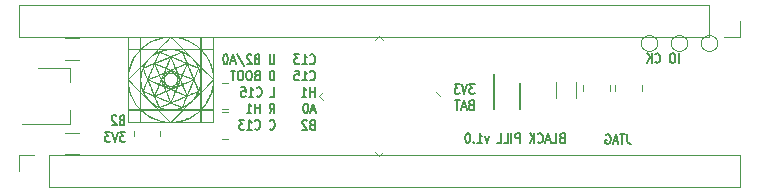
<source format=gbr>
G04 #@! TF.GenerationSoftware,KiCad,Pcbnew,(5.1.2)-2*
G04 #@! TF.CreationDate,2019-08-07T20:06:56+08:00*
G04 #@! TF.ProjectId,pillf4,70696c6c-6634-42e6-9b69-6361645f7063,rev?*
G04 #@! TF.SameCoordinates,PXffeaaef8PYff89ca48*
G04 #@! TF.FileFunction,Legend,Bot*
G04 #@! TF.FilePolarity,Positive*
%FSLAX46Y46*%
G04 Gerber Fmt 4.6, Leading zero omitted, Abs format (unit mm)*
G04 Created by KiCad (PCBNEW (5.1.2)-2) date 2019-08-07 20:06:56*
%MOMM*%
%LPD*%
G04 APERTURE LIST*
%ADD10C,0.160000*%
%ADD11C,0.100000*%
%ADD12C,0.010000*%
%ADD13C,0.150000*%
%ADD14C,0.120000*%
G04 APERTURE END LIST*
D10*
X46047000Y-11288428D02*
X45947000Y-11327476D01*
X45913666Y-11366523D01*
X45880333Y-11444619D01*
X45880333Y-11561761D01*
X45913666Y-11639857D01*
X45947000Y-11678904D01*
X46013666Y-11717952D01*
X46280333Y-11717952D01*
X46280333Y-10897952D01*
X46047000Y-10897952D01*
X45980333Y-10937000D01*
X45947000Y-10976047D01*
X45913666Y-11054142D01*
X45913666Y-11132238D01*
X45947000Y-11210333D01*
X45980333Y-11249380D01*
X46047000Y-11288428D01*
X46280333Y-11288428D01*
X45247000Y-11717952D02*
X45580333Y-11717952D01*
X45580333Y-10897952D01*
X45047000Y-11483666D02*
X44713666Y-11483666D01*
X45113666Y-11717952D02*
X44880333Y-10897952D01*
X44647000Y-11717952D01*
X44013666Y-11639857D02*
X44047000Y-11678904D01*
X44147000Y-11717952D01*
X44213666Y-11717952D01*
X44313666Y-11678904D01*
X44380333Y-11600809D01*
X44413666Y-11522714D01*
X44447000Y-11366523D01*
X44447000Y-11249380D01*
X44413666Y-11093190D01*
X44380333Y-11015095D01*
X44313666Y-10937000D01*
X44213666Y-10897952D01*
X44147000Y-10897952D01*
X44047000Y-10937000D01*
X44013666Y-10976047D01*
X43713666Y-11717952D02*
X43713666Y-10897952D01*
X43313666Y-11717952D02*
X43613666Y-11249380D01*
X43313666Y-10897952D02*
X43713666Y-11366523D01*
X42480333Y-11717952D02*
X42480333Y-10897952D01*
X42213666Y-10897952D01*
X42147000Y-10937000D01*
X42113666Y-10976047D01*
X42080333Y-11054142D01*
X42080333Y-11171285D01*
X42113666Y-11249380D01*
X42147000Y-11288428D01*
X42213666Y-11327476D01*
X42480333Y-11327476D01*
X41780333Y-11717952D02*
X41780333Y-10897952D01*
X41113666Y-11717952D02*
X41447000Y-11717952D01*
X41447000Y-10897952D01*
X40547000Y-11717952D02*
X40880333Y-11717952D01*
X40880333Y-10897952D01*
X39847000Y-11171285D02*
X39680333Y-11717952D01*
X39513666Y-11171285D01*
X38880333Y-11717952D02*
X39280333Y-11717952D01*
X39080333Y-11717952D02*
X39080333Y-10897952D01*
X39147000Y-11015095D01*
X39213666Y-11093190D01*
X39280333Y-11132238D01*
X38580333Y-11639857D02*
X38547000Y-11678904D01*
X38580333Y-11717952D01*
X38613666Y-11678904D01*
X38580333Y-11639857D01*
X38580333Y-11717952D01*
X38113666Y-10897952D02*
X38047000Y-10897952D01*
X37980333Y-10937000D01*
X37947000Y-10976047D01*
X37913666Y-11054142D01*
X37880333Y-11210333D01*
X37880333Y-11405571D01*
X37913666Y-11561761D01*
X37947000Y-11639857D01*
X37980333Y-11678904D01*
X38047000Y-11717952D01*
X38113666Y-11717952D01*
X38180333Y-11678904D01*
X38213666Y-11639857D01*
X38247000Y-11561761D01*
X38280333Y-11405571D01*
X38280333Y-11210333D01*
X38247000Y-11054142D01*
X38213666Y-10976047D01*
X38180333Y-10937000D01*
X38113666Y-10897952D01*
X55943333Y-4942953D02*
X55943333Y-4122953D01*
X55476666Y-4122953D02*
X55343333Y-4122953D01*
X55276666Y-4162000D01*
X55210000Y-4240096D01*
X55176666Y-4396286D01*
X55176666Y-4669620D01*
X55210000Y-4825810D01*
X55276666Y-4903905D01*
X55343333Y-4942953D01*
X55476666Y-4942953D01*
X55543333Y-4903905D01*
X55610000Y-4825810D01*
X55643333Y-4669620D01*
X55643333Y-4396286D01*
X55610000Y-4240096D01*
X55543333Y-4162000D01*
X55476666Y-4122953D01*
X53943333Y-4864858D02*
X53976666Y-4903905D01*
X54076666Y-4942953D01*
X54143333Y-4942953D01*
X54243333Y-4903905D01*
X54310000Y-4825810D01*
X54343333Y-4747715D01*
X54376666Y-4591524D01*
X54376666Y-4474381D01*
X54343333Y-4318191D01*
X54310000Y-4240096D01*
X54243333Y-4162000D01*
X54143333Y-4122953D01*
X54076666Y-4122953D01*
X53976666Y-4162000D01*
X53943333Y-4201048D01*
X53643333Y-4942953D02*
X53643333Y-4122953D01*
X53243333Y-4942953D02*
X53543333Y-4474381D01*
X53243333Y-4122953D02*
X53643333Y-4591524D01*
X51599333Y-10980952D02*
X51599333Y-11566666D01*
X51632666Y-11683809D01*
X51699333Y-11761904D01*
X51799333Y-11800952D01*
X51866000Y-11800952D01*
X51366000Y-10980952D02*
X50966000Y-10980952D01*
X51166000Y-11800952D02*
X51166000Y-10980952D01*
X50766000Y-11566666D02*
X50432666Y-11566666D01*
X50832666Y-11800952D02*
X50599333Y-10980952D01*
X50366000Y-11800952D01*
X49766000Y-11020000D02*
X49832666Y-10980952D01*
X49932666Y-10980952D01*
X50032666Y-11020000D01*
X50099333Y-11098095D01*
X50132666Y-11176190D01*
X50166000Y-11332380D01*
X50166000Y-11449523D01*
X50132666Y-11605714D01*
X50099333Y-11683809D01*
X50032666Y-11761904D01*
X49932666Y-11800952D01*
X49866000Y-11800952D01*
X49766000Y-11761904D01*
X49732666Y-11722857D01*
X49732666Y-11449523D01*
X49866000Y-11449523D01*
X8767000Y-9787428D02*
X8667000Y-9826476D01*
X8633666Y-9865523D01*
X8600333Y-9943619D01*
X8600333Y-10060761D01*
X8633666Y-10138857D01*
X8667000Y-10177904D01*
X8733666Y-10216952D01*
X9000333Y-10216952D01*
X9000333Y-9396952D01*
X8767000Y-9396952D01*
X8700333Y-9436000D01*
X8667000Y-9475047D01*
X8633666Y-9553142D01*
X8633666Y-9631238D01*
X8667000Y-9709333D01*
X8700333Y-9748380D01*
X8767000Y-9787428D01*
X9000333Y-9787428D01*
X8333666Y-9475047D02*
X8300333Y-9436000D01*
X8233666Y-9396952D01*
X8067000Y-9396952D01*
X8000333Y-9436000D01*
X7967000Y-9475047D01*
X7933666Y-9553142D01*
X7933666Y-9631238D01*
X7967000Y-9748380D01*
X8367000Y-10216952D01*
X7933666Y-10216952D01*
X9067000Y-10786952D02*
X8633666Y-10786952D01*
X8867000Y-11099333D01*
X8767000Y-11099333D01*
X8700333Y-11138380D01*
X8667000Y-11177428D01*
X8633666Y-11255523D01*
X8633666Y-11450761D01*
X8667000Y-11528857D01*
X8700333Y-11567904D01*
X8767000Y-11606952D01*
X8967000Y-11606952D01*
X9033666Y-11567904D01*
X9067000Y-11528857D01*
X8433666Y-10786952D02*
X8200333Y-11606952D01*
X7967000Y-10786952D01*
X7800333Y-10786952D02*
X7367000Y-10786952D01*
X7600333Y-11099333D01*
X7500333Y-11099333D01*
X7433666Y-11138380D01*
X7400333Y-11177428D01*
X7367000Y-11255523D01*
X7367000Y-11450761D01*
X7400333Y-11528857D01*
X7433666Y-11567904D01*
X7500333Y-11606952D01*
X7700333Y-11606952D01*
X7767000Y-11567904D01*
X7800333Y-11528857D01*
X38658000Y-6729953D02*
X38224666Y-6729953D01*
X38458000Y-7042334D01*
X38358000Y-7042334D01*
X38291333Y-7081381D01*
X38258000Y-7120429D01*
X38224666Y-7198524D01*
X38224666Y-7393762D01*
X38258000Y-7471858D01*
X38291333Y-7510905D01*
X38358000Y-7549953D01*
X38558000Y-7549953D01*
X38624666Y-7510905D01*
X38658000Y-7471858D01*
X38024666Y-6729953D02*
X37791333Y-7549953D01*
X37558000Y-6729953D01*
X37391333Y-6729953D02*
X36958000Y-6729953D01*
X37191333Y-7042334D01*
X37091333Y-7042334D01*
X37024666Y-7081381D01*
X36991333Y-7120429D01*
X36958000Y-7198524D01*
X36958000Y-7393762D01*
X36991333Y-7471858D01*
X37024666Y-7510905D01*
X37091333Y-7549953D01*
X37291333Y-7549953D01*
X37358000Y-7510905D01*
X37391333Y-7471858D01*
X38358000Y-8510428D02*
X38258000Y-8549476D01*
X38224666Y-8588523D01*
X38191333Y-8666619D01*
X38191333Y-8783761D01*
X38224666Y-8861857D01*
X38258000Y-8900904D01*
X38324666Y-8939952D01*
X38591333Y-8939952D01*
X38591333Y-8119952D01*
X38358000Y-8119952D01*
X38291333Y-8159000D01*
X38258000Y-8198047D01*
X38224666Y-8276142D01*
X38224666Y-8354238D01*
X38258000Y-8432333D01*
X38291333Y-8471380D01*
X38358000Y-8510428D01*
X38591333Y-8510428D01*
X37924666Y-8705666D02*
X37591333Y-8705666D01*
X37991333Y-8939952D02*
X37758000Y-8119952D01*
X37524666Y-8939952D01*
X37391333Y-8119952D02*
X36991333Y-8119952D01*
X37191333Y-8939952D02*
X37191333Y-8119952D01*
X24726333Y-4959858D02*
X24759666Y-4998905D01*
X24859666Y-5037953D01*
X24926333Y-5037953D01*
X25026333Y-4998905D01*
X25093000Y-4920810D01*
X25126333Y-4842715D01*
X25159666Y-4686524D01*
X25159666Y-4569381D01*
X25126333Y-4413191D01*
X25093000Y-4335096D01*
X25026333Y-4257000D01*
X24926333Y-4217953D01*
X24859666Y-4217953D01*
X24759666Y-4257000D01*
X24726333Y-4296048D01*
X24059666Y-5037953D02*
X24459666Y-5037953D01*
X24259666Y-5037953D02*
X24259666Y-4217953D01*
X24326333Y-4335096D01*
X24393000Y-4413191D01*
X24459666Y-4452239D01*
X23826333Y-4217953D02*
X23393000Y-4217953D01*
X23626333Y-4530334D01*
X23526333Y-4530334D01*
X23459666Y-4569381D01*
X23426333Y-4608429D01*
X23393000Y-4686524D01*
X23393000Y-4881762D01*
X23426333Y-4959858D01*
X23459666Y-4998905D01*
X23526333Y-5037953D01*
X23726333Y-5037953D01*
X23793000Y-4998905D01*
X23826333Y-4959858D01*
X24726333Y-6349858D02*
X24759666Y-6388905D01*
X24859666Y-6427953D01*
X24926333Y-6427953D01*
X25026333Y-6388905D01*
X25093000Y-6310810D01*
X25126333Y-6232715D01*
X25159666Y-6076524D01*
X25159666Y-5959381D01*
X25126333Y-5803191D01*
X25093000Y-5725096D01*
X25026333Y-5647000D01*
X24926333Y-5607953D01*
X24859666Y-5607953D01*
X24759666Y-5647000D01*
X24726333Y-5686048D01*
X24059666Y-6427953D02*
X24459666Y-6427953D01*
X24259666Y-6427953D02*
X24259666Y-5607953D01*
X24326333Y-5725096D01*
X24393000Y-5803191D01*
X24459666Y-5842239D01*
X23426333Y-5607953D02*
X23759666Y-5607953D01*
X23793000Y-5998429D01*
X23759666Y-5959381D01*
X23693000Y-5920334D01*
X23526333Y-5920334D01*
X23459666Y-5959381D01*
X23426333Y-5998429D01*
X23393000Y-6076524D01*
X23393000Y-6271762D01*
X23426333Y-6349858D01*
X23459666Y-6388905D01*
X23526333Y-6427953D01*
X23693000Y-6427953D01*
X23759666Y-6388905D01*
X23793000Y-6349858D01*
X25126333Y-7817952D02*
X25126333Y-6997953D01*
X25126333Y-7388429D02*
X24726333Y-7388429D01*
X24726333Y-7817952D02*
X24726333Y-6997953D01*
X24026333Y-7817952D02*
X24426333Y-7817952D01*
X24226333Y-7817952D02*
X24226333Y-6997953D01*
X24293000Y-7115096D01*
X24359666Y-7193191D01*
X24426333Y-7232239D01*
X25159666Y-8973666D02*
X24826333Y-8973666D01*
X25226333Y-9207952D02*
X24993000Y-8387952D01*
X24759666Y-9207952D01*
X24393000Y-8387952D02*
X24326333Y-8387952D01*
X24259666Y-8427000D01*
X24226333Y-8466047D01*
X24193000Y-8544142D01*
X24159666Y-8700333D01*
X24159666Y-8895571D01*
X24193000Y-9051761D01*
X24226333Y-9129857D01*
X24259666Y-9168904D01*
X24326333Y-9207952D01*
X24393000Y-9207952D01*
X24459666Y-9168904D01*
X24493000Y-9129857D01*
X24526333Y-9051761D01*
X24559666Y-8895571D01*
X24559666Y-8700333D01*
X24526333Y-8544142D01*
X24493000Y-8466047D01*
X24459666Y-8427000D01*
X24393000Y-8387952D01*
X24893000Y-10168428D02*
X24793000Y-10207476D01*
X24759666Y-10246523D01*
X24726333Y-10324619D01*
X24726333Y-10441761D01*
X24759666Y-10519857D01*
X24793000Y-10558904D01*
X24859666Y-10597952D01*
X25126333Y-10597952D01*
X25126333Y-9777952D01*
X24893000Y-9777952D01*
X24826333Y-9817000D01*
X24793000Y-9856047D01*
X24759666Y-9934142D01*
X24759666Y-10012238D01*
X24793000Y-10090333D01*
X24826333Y-10129380D01*
X24893000Y-10168428D01*
X25126333Y-10168428D01*
X24459666Y-9856047D02*
X24426333Y-9817000D01*
X24359666Y-9777952D01*
X24193000Y-9777952D01*
X24126333Y-9817000D01*
X24093000Y-9856047D01*
X24059666Y-9934142D01*
X24059666Y-10012238D01*
X24093000Y-10129380D01*
X24493000Y-10597952D01*
X24059666Y-10597952D01*
X21700333Y-4217953D02*
X21700333Y-4881762D01*
X21667000Y-4959858D01*
X21633666Y-4998905D01*
X21567000Y-5037953D01*
X21433666Y-5037953D01*
X21367000Y-4998905D01*
X21333666Y-4959858D01*
X21300333Y-4881762D01*
X21300333Y-4217953D01*
X20200333Y-4608429D02*
X20100333Y-4647477D01*
X20067000Y-4686524D01*
X20033666Y-4764620D01*
X20033666Y-4881762D01*
X20067000Y-4959858D01*
X20100333Y-4998905D01*
X20167000Y-5037953D01*
X20433666Y-5037953D01*
X20433666Y-4217953D01*
X20200333Y-4217953D01*
X20133666Y-4257000D01*
X20100333Y-4296048D01*
X20067000Y-4374143D01*
X20067000Y-4452239D01*
X20100333Y-4530334D01*
X20133666Y-4569381D01*
X20200333Y-4608429D01*
X20433666Y-4608429D01*
X19767000Y-4296048D02*
X19733666Y-4257000D01*
X19667000Y-4217953D01*
X19500333Y-4217953D01*
X19433666Y-4257000D01*
X19400333Y-4296048D01*
X19367000Y-4374143D01*
X19367000Y-4452239D01*
X19400333Y-4569381D01*
X19800333Y-5037953D01*
X19367000Y-5037953D01*
X18567000Y-4178905D02*
X19167000Y-5233191D01*
X18367000Y-4803667D02*
X18033666Y-4803667D01*
X18433666Y-5037953D02*
X18200333Y-4217953D01*
X17967000Y-5037953D01*
X17600333Y-4217953D02*
X17533666Y-4217953D01*
X17467000Y-4257000D01*
X17433666Y-4296048D01*
X17400333Y-4374143D01*
X17367000Y-4530334D01*
X17367000Y-4725572D01*
X17400333Y-4881762D01*
X17433666Y-4959858D01*
X17467000Y-4998905D01*
X17533666Y-5037953D01*
X17600333Y-5037953D01*
X17667000Y-4998905D01*
X17700333Y-4959858D01*
X17733666Y-4881762D01*
X17767000Y-4725572D01*
X17767000Y-4530334D01*
X17733666Y-4374143D01*
X17700333Y-4296048D01*
X17667000Y-4257000D01*
X17600333Y-4217953D01*
X21700333Y-6427953D02*
X21700333Y-5607953D01*
X21533666Y-5607953D01*
X21433666Y-5647000D01*
X21367000Y-5725096D01*
X21333666Y-5803191D01*
X21300333Y-5959381D01*
X21300333Y-6076524D01*
X21333666Y-6232715D01*
X21367000Y-6310810D01*
X21433666Y-6388905D01*
X21533666Y-6427953D01*
X21700333Y-6427953D01*
X20233666Y-5998429D02*
X20133666Y-6037477D01*
X20100333Y-6076524D01*
X20067000Y-6154620D01*
X20067000Y-6271762D01*
X20100333Y-6349858D01*
X20133666Y-6388905D01*
X20200333Y-6427953D01*
X20467000Y-6427953D01*
X20467000Y-5607953D01*
X20233666Y-5607953D01*
X20167000Y-5647000D01*
X20133666Y-5686048D01*
X20100333Y-5764143D01*
X20100333Y-5842239D01*
X20133666Y-5920334D01*
X20167000Y-5959381D01*
X20233666Y-5998429D01*
X20467000Y-5998429D01*
X19633666Y-5607953D02*
X19500333Y-5607953D01*
X19433666Y-5647000D01*
X19367000Y-5725096D01*
X19333666Y-5881286D01*
X19333666Y-6154620D01*
X19367000Y-6310810D01*
X19433666Y-6388905D01*
X19500333Y-6427953D01*
X19633666Y-6427953D01*
X19700333Y-6388905D01*
X19767000Y-6310810D01*
X19800333Y-6154620D01*
X19800333Y-5881286D01*
X19767000Y-5725096D01*
X19700333Y-5647000D01*
X19633666Y-5607953D01*
X18900333Y-5607953D02*
X18767000Y-5607953D01*
X18700333Y-5647000D01*
X18633666Y-5725096D01*
X18600333Y-5881286D01*
X18600333Y-6154620D01*
X18633666Y-6310810D01*
X18700333Y-6388905D01*
X18767000Y-6427953D01*
X18900333Y-6427953D01*
X18967000Y-6388905D01*
X19033666Y-6310810D01*
X19067000Y-6154620D01*
X19067000Y-5881286D01*
X19033666Y-5725096D01*
X18967000Y-5647000D01*
X18900333Y-5607953D01*
X18400333Y-5607953D02*
X18000333Y-5607953D01*
X18200333Y-6427953D02*
X18200333Y-5607953D01*
X21367000Y-7817952D02*
X21700333Y-7817952D01*
X21700333Y-6997953D01*
X20200333Y-7739858D02*
X20233666Y-7778904D01*
X20333666Y-7817952D01*
X20400333Y-7817952D01*
X20500333Y-7778904D01*
X20567000Y-7700810D01*
X20600333Y-7622715D01*
X20633666Y-7466524D01*
X20633666Y-7349381D01*
X20600333Y-7193191D01*
X20567000Y-7115096D01*
X20500333Y-7037000D01*
X20400333Y-6997953D01*
X20333666Y-6997953D01*
X20233666Y-7037000D01*
X20200333Y-7076048D01*
X19533666Y-7817952D02*
X19933666Y-7817952D01*
X19733666Y-7817952D02*
X19733666Y-6997953D01*
X19800333Y-7115096D01*
X19867000Y-7193191D01*
X19933666Y-7232239D01*
X18900333Y-6997953D02*
X19233666Y-6997953D01*
X19267000Y-7388429D01*
X19233666Y-7349381D01*
X19167000Y-7310334D01*
X19000333Y-7310334D01*
X18933666Y-7349381D01*
X18900333Y-7388429D01*
X18867000Y-7466524D01*
X18867000Y-7661762D01*
X18900333Y-7739858D01*
X18933666Y-7778904D01*
X19000333Y-7817952D01*
X19167000Y-7817952D01*
X19233666Y-7778904D01*
X19267000Y-7739858D01*
X21300333Y-9207952D02*
X21533666Y-8817476D01*
X21700333Y-9207952D02*
X21700333Y-8387952D01*
X21433666Y-8387952D01*
X21367000Y-8427000D01*
X21333666Y-8466047D01*
X21300333Y-8544142D01*
X21300333Y-8661285D01*
X21333666Y-8739380D01*
X21367000Y-8778428D01*
X21433666Y-8817476D01*
X21700333Y-8817476D01*
X20467000Y-9207952D02*
X20467000Y-8387952D01*
X20467000Y-8778428D02*
X20067000Y-8778428D01*
X20067000Y-9207952D02*
X20067000Y-8387952D01*
X19367000Y-9207952D02*
X19767000Y-9207952D01*
X19567000Y-9207952D02*
X19567000Y-8387952D01*
X19633666Y-8505095D01*
X19700333Y-8583190D01*
X19767000Y-8622238D01*
X21300333Y-10519857D02*
X21333666Y-10558904D01*
X21433666Y-10597952D01*
X21500333Y-10597952D01*
X21600333Y-10558904D01*
X21667000Y-10480809D01*
X21700333Y-10402714D01*
X21733666Y-10246523D01*
X21733666Y-10129380D01*
X21700333Y-9973190D01*
X21667000Y-9895095D01*
X21600333Y-9817000D01*
X21500333Y-9777952D01*
X21433666Y-9777952D01*
X21333666Y-9817000D01*
X21300333Y-9856047D01*
X20067000Y-10519857D02*
X20100333Y-10558904D01*
X20200333Y-10597952D01*
X20267000Y-10597952D01*
X20367000Y-10558904D01*
X20433666Y-10480809D01*
X20467000Y-10402714D01*
X20500333Y-10246523D01*
X20500333Y-10129380D01*
X20467000Y-9973190D01*
X20433666Y-9895095D01*
X20367000Y-9817000D01*
X20267000Y-9777952D01*
X20200333Y-9777952D01*
X20100333Y-9817000D01*
X20067000Y-9856047D01*
X19400333Y-10597952D02*
X19800333Y-10597952D01*
X19600333Y-10597952D02*
X19600333Y-9777952D01*
X19667000Y-9895095D01*
X19733666Y-9973190D01*
X19800333Y-10012238D01*
X19167000Y-9777952D02*
X18733666Y-9777952D01*
X18967000Y-10090333D01*
X18867000Y-10090333D01*
X18800333Y-10129380D01*
X18767000Y-10168428D01*
X18733666Y-10246523D01*
X18733666Y-10441761D01*
X18767000Y-10519857D01*
X18800333Y-10558904D01*
X18867000Y-10597952D01*
X19067000Y-10597952D01*
X19133666Y-10558904D01*
X19167000Y-10519857D01*
D11*
G36*
X16523556Y-2720444D02*
G01*
X9284556Y-2720444D01*
X9284556Y-2733266D01*
X10356651Y-2733266D01*
X11621590Y-2735547D01*
X12886530Y-2737828D01*
X12366126Y-3258409D01*
X11845933Y-3778778D01*
X11859976Y-3778778D01*
X12381944Y-3256667D01*
X12481902Y-3156684D01*
X12575584Y-3062984D01*
X12661142Y-2977414D01*
X12736731Y-2901822D01*
X12800501Y-2838053D01*
X12850607Y-2787956D01*
X12885201Y-2753377D01*
X12902436Y-2736165D01*
X12904056Y-2734556D01*
X12907605Y-2738096D01*
X12921849Y-2738096D01*
X14186654Y-2735623D01*
X15451460Y-2733150D01*
X15444056Y-3771722D01*
X14703222Y-3775356D01*
X14005416Y-3778778D01*
X15465222Y-3778778D01*
X15465222Y-2734556D01*
X16509444Y-2734556D01*
X16509444Y-3778778D01*
X15465222Y-3778778D01*
X14005416Y-3778778D01*
X13962389Y-3778989D01*
X13442119Y-3258543D01*
X12921849Y-2738096D01*
X12907605Y-2738096D01*
X12913752Y-2744227D01*
X12941554Y-2772012D01*
X12985615Y-2816061D01*
X13044087Y-2874528D01*
X13115122Y-2945565D01*
X13196875Y-3027327D01*
X13287497Y-3117964D01*
X13385141Y-3215630D01*
X13426167Y-3256667D01*
X13948135Y-3778778D01*
X11859976Y-3778778D01*
X11845933Y-3778778D01*
X11845722Y-3778989D01*
X11104889Y-3775356D01*
X10364056Y-3771722D01*
X10360353Y-3252494D01*
X10356651Y-2733266D01*
X9284556Y-2733266D01*
X9284556Y-3778778D01*
X9298667Y-3778778D01*
X9298667Y-2734556D01*
X10342889Y-2734556D01*
X10342889Y-3778778D01*
X9298667Y-3778778D01*
X9284556Y-3778778D01*
X9284556Y-3792540D01*
X9297377Y-3792540D01*
X9346326Y-3792889D01*
X10357000Y-3792889D01*
X11090778Y-3792889D01*
X13976602Y-3792889D01*
X15451111Y-3792889D01*
X15451111Y-4526667D01*
X15451044Y-4667598D01*
X15450853Y-4799638D01*
X15450549Y-4920167D01*
X15450146Y-5026565D01*
X15449657Y-5116211D01*
X15449094Y-5186487D01*
X15448469Y-5234772D01*
X15447797Y-5258446D01*
X15447532Y-5260444D01*
X15437229Y-5250720D01*
X15408548Y-5222587D01*
X15363056Y-5177603D01*
X15302320Y-5117329D01*
X15227907Y-5043324D01*
X15141383Y-4957146D01*
X15044314Y-4860355D01*
X14938267Y-4754510D01*
X14824810Y-4641171D01*
X14710278Y-4526667D01*
X13976602Y-3792889D01*
X11090778Y-3792889D01*
X11231709Y-3792956D01*
X11363749Y-3793147D01*
X11484278Y-3793451D01*
X11590676Y-3793854D01*
X11680322Y-3794343D01*
X11750598Y-3794906D01*
X11798883Y-3795531D01*
X11822557Y-3796203D01*
X11824556Y-3796468D01*
X11814831Y-3806771D01*
X11786698Y-3835452D01*
X11741714Y-3880944D01*
X11681440Y-3941680D01*
X11607435Y-4016093D01*
X11521257Y-4102617D01*
X11424466Y-4199686D01*
X11328492Y-4295844D01*
X11356717Y-4295844D01*
X11370560Y-4277666D01*
X11402313Y-4242602D01*
X11452650Y-4189891D01*
X11522249Y-4118768D01*
X11569335Y-4071173D01*
X11843282Y-3795060D01*
X13964851Y-3795060D01*
X14217473Y-4047974D01*
X14303688Y-4134828D01*
X14369873Y-4202764D01*
X14416458Y-4252299D01*
X14443875Y-4283953D01*
X14452556Y-4298245D01*
X14442932Y-4295692D01*
X14415433Y-4276814D01*
X14394808Y-4261177D01*
X14283813Y-4183878D01*
X14152439Y-4106406D01*
X14008233Y-4032665D01*
X13858744Y-3966561D01*
X13735902Y-3920237D01*
X13654162Y-3893913D01*
X13566285Y-3868750D01*
X13478374Y-3846189D01*
X13396534Y-3827671D01*
X13326868Y-3814635D01*
X13275482Y-3808523D01*
X13261672Y-3808329D01*
X13260712Y-3811157D01*
X13283422Y-3817808D01*
X13325673Y-3827237D01*
X13373814Y-3836649D01*
X13432912Y-3849121D01*
X13503077Y-3866227D01*
X13578772Y-3886346D01*
X13654459Y-3907855D01*
X13724601Y-3929132D01*
X13783659Y-3948555D01*
X13826096Y-3964502D01*
X13845987Y-3974967D01*
X13835548Y-3981973D01*
X13818317Y-3990444D01*
X13893045Y-3990444D01*
X13907545Y-3996387D01*
X13941607Y-4012427D01*
X13989627Y-4035883D01*
X14028955Y-4055484D01*
X14142112Y-4115264D01*
X14248694Y-4177158D01*
X14341415Y-4236783D01*
X14396055Y-4276276D01*
X14429547Y-4298728D01*
X14454728Y-4309483D01*
X14461484Y-4309087D01*
X14478989Y-4312359D01*
X14493484Y-4325739D01*
X14505376Y-4342138D01*
X14498494Y-4339790D01*
X14484500Y-4329933D01*
X14480915Y-4328900D01*
X14495517Y-4343570D01*
X14525301Y-4371007D01*
X14540944Y-4385036D01*
X14716825Y-4553854D01*
X14874676Y-4730069D01*
X14924799Y-4796119D01*
X14946289Y-4796119D01*
X14948633Y-4793035D01*
X14967264Y-4807338D01*
X15002910Y-4839675D01*
X15056300Y-4890694D01*
X15128163Y-4961042D01*
X15173913Y-5006309D01*
X15451111Y-5281340D01*
X15451110Y-5281754D01*
X15465222Y-5281754D01*
X15465222Y-4546729D01*
X15465398Y-4405304D01*
X15465902Y-4272468D01*
X15466701Y-4150885D01*
X15467761Y-4043216D01*
X15469049Y-3952124D01*
X15470531Y-3880272D01*
X15472174Y-3830323D01*
X15473943Y-3804937D01*
X15474630Y-3802296D01*
X15490425Y-3800144D01*
X15531234Y-3798165D01*
X15593846Y-3796417D01*
X15675052Y-3794958D01*
X15771644Y-3793845D01*
X15880412Y-3793136D01*
X15997385Y-3792889D01*
X16510733Y-3792889D01*
X16508453Y-5057654D01*
X16506172Y-6322419D01*
X15985697Y-5802087D01*
X15465222Y-5281754D01*
X15451110Y-5281754D01*
X15449782Y-5648364D01*
X15448453Y-6015389D01*
X15421332Y-5869447D01*
X15364480Y-5633851D01*
X15282565Y-5398641D01*
X15178191Y-5169763D01*
X15053964Y-4953159D01*
X14959503Y-4815944D01*
X14946289Y-4796119D01*
X14924799Y-4796119D01*
X15010494Y-4909042D01*
X15065755Y-4993077D01*
X15092326Y-5037671D01*
X15123216Y-5092647D01*
X15155759Y-5152842D01*
X15187289Y-5213097D01*
X15215140Y-5268248D01*
X15236647Y-5313135D01*
X15249144Y-5342597D01*
X15250908Y-5351560D01*
X15237351Y-5347111D01*
X15200681Y-5332909D01*
X15143806Y-5310137D01*
X15069630Y-5279977D01*
X14981060Y-5243609D01*
X14881002Y-5202216D01*
X14772362Y-5156981D01*
X14767629Y-5155003D01*
X14288758Y-4954942D01*
X14145280Y-4610276D01*
X14103095Y-4508970D01*
X14061053Y-4408058D01*
X14021427Y-4312995D01*
X13986491Y-4229235D01*
X13958520Y-4162233D01*
X13944219Y-4128028D01*
X13921255Y-4071812D01*
X13903893Y-4026691D01*
X13894117Y-3997996D01*
X13893045Y-3990444D01*
X13818317Y-3990444D01*
X13802496Y-3998221D01*
X13750321Y-4022225D01*
X13682516Y-4052501D01*
X13602570Y-4087564D01*
X13513976Y-4125930D01*
X13420224Y-4166112D01*
X13324806Y-4206627D01*
X13231212Y-4245989D01*
X13142933Y-4282713D01*
X13063462Y-4315316D01*
X12996288Y-4342311D01*
X12944903Y-4362214D01*
X12912799Y-4373540D01*
X12904056Y-4375603D01*
X12885578Y-4370291D01*
X12845665Y-4355490D01*
X12787808Y-4332687D01*
X12715499Y-4303364D01*
X12632229Y-4269007D01*
X12541489Y-4231101D01*
X12446771Y-4191129D01*
X12351565Y-4150576D01*
X12259364Y-4110927D01*
X12173658Y-4073666D01*
X12097939Y-4040277D01*
X12035698Y-4012246D01*
X11990427Y-3991057D01*
X11965617Y-3978193D01*
X11962034Y-3975057D01*
X11983537Y-3963896D01*
X12026933Y-3947718D01*
X12086686Y-3928144D01*
X12157258Y-3906799D01*
X12233114Y-3885304D01*
X12308716Y-3865282D01*
X12378528Y-3848356D01*
X12434297Y-3836649D01*
X12489900Y-3825678D01*
X12529468Y-3816601D01*
X12548872Y-3810460D01*
X12546439Y-3808329D01*
X12503862Y-3811339D01*
X12440616Y-3821839D01*
X12362802Y-3838386D01*
X12276524Y-3859543D01*
X12187885Y-3883867D01*
X12102987Y-3909920D01*
X12072113Y-3920270D01*
X11829108Y-4018475D01*
X11595748Y-4141487D01*
X11380056Y-4284589D01*
X11360108Y-4297897D01*
X11356717Y-4295844D01*
X11328492Y-4295844D01*
X11318621Y-4305733D01*
X11205282Y-4419190D01*
X11090778Y-4533722D01*
X10357000Y-5267398D01*
X10357000Y-3792889D01*
X9346326Y-3792889D01*
X10335833Y-3799944D01*
X10339467Y-4540778D01*
X10343100Y-5281611D01*
X10342835Y-5281876D01*
X10357000Y-5281876D01*
X10628503Y-5010105D01*
X10699944Y-4938728D01*
X10764626Y-4874362D01*
X10819947Y-4819576D01*
X10863306Y-4776936D01*
X10892102Y-4749010D01*
X10903734Y-4738366D01*
X10903827Y-4738333D01*
X10897960Y-4748836D01*
X10879010Y-4776834D01*
X10850579Y-4817059D01*
X10838671Y-4833583D01*
X10693345Y-5056584D01*
X10571805Y-5290583D01*
X10547537Y-5351477D01*
X10557192Y-5351477D01*
X10560712Y-5337758D01*
X10575350Y-5304681D01*
X10598400Y-5257499D01*
X10627158Y-5201460D01*
X10658920Y-5141814D01*
X10690980Y-5083812D01*
X10720635Y-5032703D01*
X10725878Y-5024034D01*
X10864321Y-4819978D01*
X11022063Y-4628519D01*
X11195223Y-4453629D01*
X11379924Y-4299284D01*
X11542333Y-4187683D01*
X11582749Y-4163669D01*
X11635635Y-4133739D01*
X11695589Y-4100771D01*
X11757213Y-4067641D01*
X11815105Y-4037223D01*
X11863865Y-4012394D01*
X11898094Y-3996030D01*
X11911820Y-3990918D01*
X11910716Y-4002775D01*
X11900231Y-4035232D01*
X11882215Y-4082996D01*
X11863892Y-4128028D01*
X11842206Y-4179916D01*
X11811950Y-4252413D01*
X11775396Y-4340069D01*
X11734817Y-4437436D01*
X11692482Y-4539064D01*
X11662672Y-4610661D01*
X11522197Y-4948110D01*
X11554994Y-4948110D01*
X11556278Y-4930668D01*
X11563521Y-4902183D01*
X11577634Y-4860091D01*
X11599525Y-4801827D01*
X11630103Y-4724827D01*
X11670277Y-4626526D01*
X11709461Y-4531969D01*
X11752743Y-4427995D01*
X11793813Y-4329459D01*
X11831068Y-4240193D01*
X11862906Y-4164032D01*
X11887724Y-4104811D01*
X11903923Y-4066364D01*
X11907478Y-4058014D01*
X11935945Y-3991603D01*
X12067222Y-4046804D01*
X12117859Y-4067990D01*
X12189090Y-4097642D01*
X12275414Y-4133479D01*
X12371330Y-4173219D01*
X12471339Y-4214579D01*
X12533512Y-4240253D01*
X12624009Y-4277914D01*
X12705248Y-4312329D01*
X12773772Y-4341984D01*
X12826123Y-4365364D01*
X12858842Y-4380956D01*
X12868486Y-4386933D01*
X12939660Y-4386933D01*
X12952289Y-4379120D01*
X12987558Y-4362380D01*
X13041872Y-4338191D01*
X13111639Y-4308034D01*
X13193263Y-4273385D01*
X13283152Y-4235724D01*
X13377709Y-4196529D01*
X13473343Y-4157279D01*
X13566458Y-4119452D01*
X13653460Y-4084527D01*
X13730756Y-4053982D01*
X13794752Y-4029297D01*
X13841852Y-4011949D01*
X13868464Y-4003417D01*
X13873016Y-4002959D01*
X13880440Y-4017570D01*
X13897350Y-4055255D01*
X13922455Y-4113002D01*
X13954466Y-4187799D01*
X13992094Y-4276635D01*
X14034049Y-4376499D01*
X14074100Y-4472494D01*
X14118516Y-4579467D01*
X14159293Y-4678013D01*
X14195206Y-4765146D01*
X14225030Y-4837881D01*
X14247541Y-4893232D01*
X14261514Y-4928213D01*
X14265778Y-4939814D01*
X14253163Y-4935824D01*
X14216947Y-4921952D01*
X14159573Y-4899190D01*
X14083484Y-4868528D01*
X13991123Y-4830956D01*
X13884932Y-4787466D01*
X13767354Y-4739049D01*
X13640833Y-4686696D01*
X13602556Y-4670809D01*
X13473785Y-4617167D01*
X13353273Y-4566648D01*
X13243467Y-4520302D01*
X13146814Y-4479176D01*
X13065762Y-4444320D01*
X13002759Y-4416780D01*
X12960253Y-4397606D01*
X12940692Y-4387845D01*
X12939660Y-4386933D01*
X12868486Y-4386933D01*
X12868651Y-4387035D01*
X12856039Y-4393943D01*
X12819795Y-4410547D01*
X12762380Y-4435793D01*
X12686256Y-4468628D01*
X12593887Y-4507997D01*
X12487733Y-4552848D01*
X12370258Y-4602126D01*
X12243922Y-4654779D01*
X12212396Y-4667867D01*
X12084502Y-4721061D01*
X11965032Y-4771017D01*
X11856425Y-4816696D01*
X11761117Y-4857062D01*
X11681546Y-4891077D01*
X11620148Y-4917703D01*
X11579360Y-4935901D01*
X11561619Y-4944636D01*
X11561069Y-4945218D01*
X11574684Y-4940946D01*
X11611830Y-4926771D01*
X11670011Y-4903705D01*
X11746732Y-4872762D01*
X11839500Y-4834953D01*
X11945818Y-4791293D01*
X12063192Y-4742795D01*
X12189127Y-4690471D01*
X12213923Y-4680136D01*
X12342404Y-4626816D01*
X12463819Y-4576922D01*
X12575521Y-4531510D01*
X12674861Y-4491631D01*
X12759190Y-4458341D01*
X12825859Y-4432692D01*
X12872220Y-4415739D01*
X12895625Y-4408536D01*
X12897000Y-4408361D01*
X12916532Y-4413189D01*
X12958183Y-4427558D01*
X13019016Y-4450255D01*
X13096093Y-4480064D01*
X13186478Y-4515772D01*
X13287235Y-4556163D01*
X13395426Y-4600024D01*
X13508114Y-4646140D01*
X13622364Y-4693296D01*
X13735237Y-4740278D01*
X13843798Y-4785872D01*
X13945109Y-4828862D01*
X14036234Y-4868035D01*
X14114236Y-4902176D01*
X14176178Y-4930071D01*
X14219124Y-4950504D01*
X14240135Y-4962262D01*
X14241630Y-4964420D01*
X14225820Y-4972518D01*
X14187859Y-4989616D01*
X14131706Y-5014000D01*
X14061321Y-5043961D01*
X13980663Y-5077786D01*
X13948278Y-5091240D01*
X13850526Y-5131759D01*
X13748115Y-5174229D01*
X13648700Y-5215474D01*
X13559939Y-5252317D01*
X13489486Y-5281582D01*
X13488655Y-5281928D01*
X13311255Y-5355664D01*
X13115619Y-4884988D01*
X13070688Y-4777353D01*
X13029114Y-4678652D01*
X12992133Y-4591750D01*
X12960980Y-4519512D01*
X12936892Y-4464805D01*
X12921104Y-4430495D01*
X12914866Y-4419430D01*
X12918911Y-4433167D01*
X12932694Y-4469958D01*
X12955027Y-4526837D01*
X12984719Y-4600835D01*
X13020582Y-4688988D01*
X13061426Y-4788328D01*
X13102129Y-4886453D01*
X13146338Y-4993689D01*
X13186313Y-5092770D01*
X13220904Y-5180678D01*
X13248960Y-5254399D01*
X13269333Y-5310915D01*
X13280871Y-5347212D01*
X13282727Y-5360125D01*
X13269611Y-5367516D01*
X13327724Y-5367516D01*
X13328670Y-5363062D01*
X13344226Y-5356675D01*
X13382776Y-5340601D01*
X13441300Y-5316106D01*
X13516783Y-5284454D01*
X13606205Y-5246911D01*
X13706550Y-5204743D01*
X13807167Y-5162426D01*
X13914466Y-5117283D01*
X14013211Y-5075744D01*
X14100464Y-5039042D01*
X14173292Y-5008413D01*
X14228757Y-4985091D01*
X14263926Y-4970311D01*
X14275860Y-4965307D01*
X14272577Y-4976255D01*
X14260894Y-5005639D01*
X14250171Y-5031101D01*
X14237616Y-5060792D01*
X14215846Y-5112719D01*
X14186459Y-5183052D01*
X14151052Y-5267961D01*
X14111224Y-5363613D01*
X14068574Y-5466179D01*
X14051468Y-5507351D01*
X14009608Y-5607952D01*
X13971207Y-5699896D01*
X13937598Y-5780015D01*
X13910115Y-5845143D01*
X13890092Y-5892115D01*
X13878863Y-5917763D01*
X13876962Y-5921603D01*
X13863074Y-5918239D01*
X13827802Y-5905661D01*
X13775765Y-5885622D01*
X13711580Y-5859876D01*
X13676185Y-5845333D01*
X13479928Y-5764072D01*
X13397884Y-5565924D01*
X13370311Y-5497117D01*
X13348385Y-5438061D01*
X13333668Y-5393334D01*
X13327724Y-5367516D01*
X13269611Y-5367516D01*
X13266002Y-5369549D01*
X13228211Y-5387311D01*
X13174436Y-5411124D01*
X13109758Y-5438702D01*
X13087500Y-5447985D01*
X12904056Y-5524078D01*
X12720641Y-5448030D01*
X12653538Y-5419738D01*
X12595704Y-5394468D01*
X12552223Y-5374510D01*
X12528177Y-5362150D01*
X12525414Y-5360170D01*
X12527916Y-5344863D01*
X12540299Y-5306594D01*
X12561412Y-5248381D01*
X12590105Y-5173239D01*
X12625229Y-5084184D01*
X12665635Y-4984234D01*
X12705982Y-4886453D01*
X12750340Y-4779478D01*
X12790804Y-4680978D01*
X12826186Y-4593919D01*
X12855296Y-4521267D01*
X12876945Y-4465989D01*
X12889943Y-4431051D01*
X12893245Y-4419430D01*
X12886865Y-4430790D01*
X12870963Y-4465377D01*
X12846777Y-4520326D01*
X12815542Y-4592770D01*
X12778492Y-4679845D01*
X12736865Y-4778685D01*
X12692421Y-4885157D01*
X12496716Y-5356002D01*
X12439330Y-5331548D01*
X12412001Y-5320068D01*
X12362358Y-5299381D01*
X12294172Y-5271053D01*
X12211214Y-5236648D01*
X12117256Y-5197731D01*
X12016068Y-5155867D01*
X11979778Y-5140864D01*
X11879170Y-5098971D01*
X11786545Y-5059814D01*
X11705257Y-5024858D01*
X11638659Y-4995565D01*
X11590104Y-4973400D01*
X11562945Y-4959827D01*
X11558761Y-4957073D01*
X11554994Y-4948110D01*
X11522197Y-4948110D01*
X11519033Y-4955710D01*
X11479354Y-4972255D01*
X11537347Y-4972255D01*
X11539109Y-4969174D01*
X11554145Y-4975907D01*
X11592247Y-4992175D01*
X11650405Y-5016715D01*
X11725610Y-5048264D01*
X11814853Y-5085559D01*
X11915124Y-5127339D01*
X12015162Y-5168914D01*
X12122679Y-5213615D01*
X12221703Y-5254922D01*
X12309272Y-5291588D01*
X12382424Y-5322367D01*
X12438193Y-5346012D01*
X12473618Y-5361276D01*
X12485714Y-5366863D01*
X12482350Y-5380814D01*
X12469769Y-5416143D01*
X12449727Y-5468226D01*
X12423978Y-5532440D01*
X12409444Y-5567815D01*
X12339053Y-5737821D01*
X12357636Y-5737821D01*
X12357696Y-5737444D01*
X12366198Y-5707037D01*
X12383057Y-5661447D01*
X12405744Y-5606227D01*
X12431728Y-5546926D01*
X12458478Y-5489097D01*
X12483466Y-5438290D01*
X12504160Y-5400056D01*
X12518030Y-5379947D01*
X12521392Y-5378298D01*
X12540269Y-5386203D01*
X12579057Y-5402487D01*
X12631651Y-5424586D01*
X12678278Y-5444188D01*
X12740044Y-5470049D01*
X12795381Y-5493017D01*
X12837097Y-5510117D01*
X12854667Y-5517129D01*
X12864169Y-5522685D01*
X12863870Y-5529931D01*
X12851027Y-5540340D01*
X12822893Y-5555383D01*
X12776724Y-5576532D01*
X12709775Y-5605259D01*
X12621833Y-5641986D01*
X12542524Y-5675210D01*
X12473987Y-5704529D01*
X12419791Y-5728365D01*
X12383509Y-5745137D01*
X12368711Y-5753268D01*
X12368984Y-5753786D01*
X12386352Y-5748766D01*
X12425292Y-5734487D01*
X12481377Y-5712668D01*
X12550181Y-5685030D01*
X12621833Y-5655556D01*
X12697904Y-5624100D01*
X12764754Y-5596781D01*
X12818123Y-5575314D01*
X12853751Y-5561413D01*
X12867274Y-5556778D01*
X12861282Y-5566032D01*
X12838978Y-5591084D01*
X12804099Y-5627869D01*
X12769647Y-5663016D01*
X12664972Y-5768444D01*
X12678940Y-5768444D01*
X12791167Y-5655556D01*
X12835814Y-5610700D01*
X12872162Y-5574287D01*
X12896217Y-5550311D01*
X12904056Y-5542667D01*
X12913612Y-5552015D01*
X12918387Y-5556778D01*
X12940837Y-5556778D01*
X12955763Y-5561943D01*
X12992459Y-5576297D01*
X13046667Y-5598124D01*
X13114125Y-5625711D01*
X13186278Y-5655556D01*
X13262947Y-5687069D01*
X13331022Y-5714364D01*
X13386076Y-5735722D01*
X13423683Y-5749424D01*
X13439127Y-5753786D01*
X13431419Y-5748523D01*
X13401171Y-5734131D01*
X13351950Y-5712189D01*
X13287328Y-5684282D01*
X13210873Y-5651990D01*
X13186278Y-5641732D01*
X13096662Y-5604324D01*
X13030386Y-5576080D01*
X12984687Y-5555443D01*
X12956798Y-5540855D01*
X12943954Y-5530759D01*
X12943389Y-5523597D01*
X12952338Y-5517812D01*
X12960500Y-5514584D01*
X12990985Y-5502473D01*
X13039760Y-5482164D01*
X13099281Y-5456826D01*
X13143944Y-5437514D01*
X13201994Y-5412465D01*
X13250211Y-5392076D01*
X13282904Y-5378728D01*
X13294109Y-5374709D01*
X13302625Y-5386431D01*
X13319523Y-5419485D01*
X13342510Y-5469075D01*
X13369294Y-5530406D01*
X13374802Y-5543417D01*
X13402028Y-5609128D01*
X13425140Y-5666924D01*
X13441902Y-5711071D01*
X13450079Y-5735833D01*
X13450415Y-5737444D01*
X13449203Y-5748066D01*
X13438320Y-5755310D01*
X13413162Y-5760025D01*
X13369127Y-5763058D01*
X13301611Y-5765259D01*
X13299167Y-5765321D01*
X13143944Y-5769254D01*
X13038464Y-5663016D01*
X12996213Y-5619772D01*
X12963548Y-5585008D01*
X12944207Y-5562788D01*
X12940837Y-5556778D01*
X12918387Y-5556778D01*
X12939060Y-5577398D01*
X12976406Y-5614823D01*
X13016944Y-5655556D01*
X13129171Y-5768444D01*
X12678940Y-5768444D01*
X12664972Y-5768444D01*
X12664167Y-5769254D01*
X12508944Y-5765321D01*
X12440650Y-5763132D01*
X12395975Y-5760136D01*
X12370316Y-5755485D01*
X12359071Y-5748329D01*
X12357636Y-5737821D01*
X12339053Y-5737821D01*
X12328183Y-5764072D01*
X12283542Y-5782556D01*
X12346667Y-5782556D01*
X12494833Y-5782556D01*
X13160192Y-5782556D01*
X13461444Y-5782556D01*
X13461444Y-6085321D01*
X13344291Y-5968777D01*
X13297717Y-5923828D01*
X13258171Y-5888250D01*
X13229907Y-5865696D01*
X13217291Y-5859727D01*
X13213098Y-5859911D01*
X13214629Y-5857686D01*
X13211056Y-5842049D01*
X13192612Y-5817089D01*
X13191003Y-5815352D01*
X13160192Y-5782556D01*
X12494833Y-5782556D01*
X12555659Y-5782891D01*
X12604384Y-5783797D01*
X12635177Y-5785126D01*
X12643000Y-5786336D01*
X12633558Y-5797070D01*
X12607560Y-5824101D01*
X12568496Y-5863863D01*
X12519855Y-5912787D01*
X12494833Y-5937778D01*
X12346667Y-6085440D01*
X12346667Y-5782556D01*
X12283542Y-5782556D01*
X12131926Y-5845333D01*
X12063380Y-5873284D01*
X12004659Y-5896411D01*
X11960383Y-5912959D01*
X11935169Y-5921173D01*
X11931149Y-5921603D01*
X11924826Y-5907826D01*
X11909041Y-5871139D01*
X11885129Y-5814710D01*
X11854421Y-5741704D01*
X11818254Y-5655288D01*
X11777960Y-5558628D01*
X11756643Y-5507351D01*
X11713305Y-5403081D01*
X11672148Y-5304186D01*
X11634774Y-5214506D01*
X11602784Y-5137881D01*
X11577780Y-5078149D01*
X11561363Y-5039150D01*
X11557636Y-5030390D01*
X11543349Y-4994037D01*
X11537347Y-4972255D01*
X11479354Y-4972255D01*
X11040322Y-5155317D01*
X10931386Y-5200601D01*
X10830912Y-5242100D01*
X10741808Y-5278634D01*
X10666983Y-5309021D01*
X10609344Y-5332082D01*
X10571798Y-5346636D01*
X10557254Y-5351501D01*
X10557192Y-5351477D01*
X10547537Y-5351477D01*
X10475365Y-5532565D01*
X10405342Y-5779511D01*
X10386779Y-5869447D01*
X10359658Y-6015389D01*
X10358329Y-5648632D01*
X10357000Y-5281876D01*
X10342835Y-5281876D01*
X9822520Y-5802015D01*
X9301939Y-6322419D01*
X9299658Y-5057479D01*
X9297377Y-3792540D01*
X9284556Y-3792540D01*
X9284556Y-6340087D01*
X9298666Y-6340087D01*
X9817178Y-5821432D01*
X9916895Y-5721755D01*
X10010446Y-5628372D01*
X10095962Y-5543138D01*
X10171576Y-5467909D01*
X10235420Y-5404541D01*
X10285626Y-5354888D01*
X10320326Y-5320807D01*
X10337653Y-5304152D01*
X10339290Y-5302778D01*
X10339873Y-5316522D01*
X10340426Y-5356289D01*
X10340943Y-5419878D01*
X10341416Y-5505089D01*
X10341836Y-5609723D01*
X10342196Y-5731579D01*
X10342490Y-5868458D01*
X10342708Y-6018159D01*
X10342843Y-6178483D01*
X10342889Y-6343401D01*
X10342889Y-6361053D01*
X10363048Y-6361053D01*
X10365461Y-6204765D01*
X10374741Y-6056124D01*
X10390891Y-5923772D01*
X10396701Y-5890510D01*
X10414408Y-5806180D01*
X10436053Y-5717623D01*
X10460073Y-5629925D01*
X10484900Y-5548173D01*
X10508969Y-5477454D01*
X10530713Y-5422854D01*
X10548567Y-5389459D01*
X10552357Y-5384900D01*
X10568771Y-5375704D01*
X10607613Y-5357243D01*
X10665248Y-5331072D01*
X10738040Y-5298748D01*
X10822351Y-5261826D01*
X10914546Y-5221861D01*
X11010987Y-5180408D01*
X11108039Y-5139022D01*
X11202064Y-5099260D01*
X11289427Y-5062676D01*
X11366490Y-5030826D01*
X11429618Y-5005266D01*
X11475173Y-4987549D01*
X11499520Y-4979233D01*
X11501800Y-4978809D01*
X11517113Y-4987843D01*
X11524406Y-4995861D01*
X11533689Y-5013665D01*
X11551890Y-5053504D01*
X11577231Y-5111298D01*
X11607931Y-5182968D01*
X11642210Y-5264433D01*
X11655229Y-5295722D01*
X11695794Y-5393492D01*
X11738316Y-5495947D01*
X11779613Y-5595426D01*
X11816506Y-5684265D01*
X11845814Y-5754805D01*
X11846155Y-5755625D01*
X11920008Y-5933306D01*
X11899883Y-5941652D01*
X11943108Y-5941652D01*
X11943253Y-5941377D01*
X11960348Y-5931758D01*
X11997166Y-5915043D01*
X12047927Y-5893523D01*
X12106852Y-5869487D01*
X12168162Y-5845225D01*
X12226078Y-5823028D01*
X12274822Y-5805185D01*
X12308613Y-5793985D01*
X12321495Y-5791496D01*
X12326014Y-5807565D01*
X12329641Y-5845730D01*
X12331948Y-5899867D01*
X12332556Y-5949547D01*
X12332556Y-6100762D01*
X12226722Y-6205889D01*
X12183573Y-6248064D01*
X12148908Y-6280640D01*
X12126799Y-6299874D01*
X12120889Y-6303163D01*
X12126054Y-6288237D01*
X12140408Y-6251541D01*
X12162235Y-6197333D01*
X12189822Y-6129875D01*
X12219667Y-6057722D01*
X12251180Y-5981053D01*
X12278475Y-5912978D01*
X12299833Y-5857924D01*
X12313535Y-5820317D01*
X12317897Y-5804873D01*
X12312643Y-5812583D01*
X12298274Y-5842840D01*
X12276369Y-5892073D01*
X12248508Y-5956711D01*
X12216271Y-6033183D01*
X12206056Y-6057722D01*
X12166965Y-6150691D01*
X12136799Y-6219434D01*
X12114458Y-6266111D01*
X12098848Y-6292880D01*
X12088871Y-6301899D01*
X12084141Y-6297611D01*
X12074707Y-6274034D01*
X12056841Y-6230619D01*
X12033094Y-6173529D01*
X12006017Y-6108923D01*
X12005670Y-6108099D01*
X11980239Y-6046254D01*
X11960052Y-5994471D01*
X11947033Y-5957890D01*
X11943108Y-5941652D01*
X11899883Y-5941652D01*
X11449131Y-6128576D01*
X11341455Y-6173422D01*
X11242714Y-6214917D01*
X11155776Y-6251829D01*
X11083507Y-6282923D01*
X11028774Y-6306968D01*
X10994444Y-6322729D01*
X10983367Y-6328959D01*
X10997107Y-6324924D01*
X11033910Y-6311170D01*
X11090809Y-6288884D01*
X11164837Y-6259253D01*
X11253026Y-6223463D01*
X11352409Y-6182702D01*
X11450716Y-6142023D01*
X11558001Y-6097893D01*
X11657116Y-6057976D01*
X11745046Y-6023423D01*
X11818776Y-5995380D01*
X11875291Y-5974997D01*
X11911577Y-5963423D01*
X11924478Y-5961515D01*
X11933812Y-5978148D01*
X11951495Y-6015853D01*
X11975249Y-6069560D01*
X12002794Y-6134195D01*
X12012096Y-6156500D01*
X12088189Y-6339944D01*
X12087922Y-6340588D01*
X12106759Y-6340588D01*
X12215798Y-6230905D01*
X12260098Y-6186676D01*
X12296476Y-6150982D01*
X12320741Y-6127895D01*
X12328697Y-6121222D01*
X12330010Y-6134539D01*
X12330488Y-6150217D01*
X12347661Y-6150217D01*
X12357215Y-6100470D01*
X12384584Y-6062022D01*
X12414821Y-6032420D01*
X12427998Y-6024284D01*
X12423700Y-6037660D01*
X12410588Y-6059060D01*
X12389048Y-6098075D01*
X12368978Y-6143645D01*
X12367626Y-6147254D01*
X12348655Y-6198833D01*
X12347661Y-6150217D01*
X12330488Y-6150217D01*
X12331132Y-6171314D01*
X12331979Y-6226784D01*
X12332468Y-6296184D01*
X12332556Y-6343141D01*
X12332556Y-6372723D01*
X12348994Y-6372723D01*
X12354811Y-6256777D01*
X12384625Y-6145164D01*
X12436435Y-6041806D01*
X12508239Y-5950627D01*
X12598035Y-5875548D01*
X12703819Y-5820493D01*
X12711998Y-5817407D01*
X12738535Y-5805654D01*
X12744393Y-5798516D01*
X12740352Y-5797661D01*
X12715799Y-5803402D01*
X12677010Y-5819213D01*
X12648629Y-5833213D01*
X12579500Y-5869760D01*
X12619256Y-5827922D01*
X12659011Y-5786083D01*
X12904203Y-5786083D01*
X12992885Y-5786217D01*
X13057772Y-5786975D01*
X13103291Y-5788893D01*
X13133868Y-5792508D01*
X13153931Y-5798356D01*
X13167906Y-5806973D01*
X13180220Y-5818896D01*
X13180879Y-5819597D01*
X13201186Y-5842641D01*
X13203426Y-5851077D01*
X13185403Y-5845220D01*
X13144919Y-5825386D01*
X13143944Y-5824889D01*
X13104940Y-5807616D01*
X13073742Y-5798255D01*
X13066877Y-5797661D01*
X13064393Y-5802284D01*
X13084087Y-5812695D01*
X13096113Y-5817407D01*
X13205575Y-5872275D01*
X13298954Y-5949282D01*
X13350233Y-6015389D01*
X13371352Y-6015389D01*
X13416398Y-6056835D01*
X13447755Y-6092536D01*
X13450469Y-6100762D01*
X13475556Y-6100762D01*
X13475556Y-5951066D01*
X13476312Y-5888789D01*
X13478356Y-5837487D01*
X13481352Y-5803406D01*
X13484062Y-5792864D01*
X13488816Y-5789572D01*
X13497030Y-5789210D01*
X13512541Y-5793146D01*
X13539183Y-5802747D01*
X13580793Y-5819381D01*
X13641206Y-5844414D01*
X13712743Y-5874382D01*
X13778147Y-5903268D01*
X13827847Y-5928147D01*
X13858136Y-5947014D01*
X13865734Y-5957198D01*
X13857815Y-5976111D01*
X13841519Y-6014930D01*
X13819411Y-6067547D01*
X13799812Y-6114167D01*
X13773951Y-6175933D01*
X13750983Y-6231270D01*
X13733883Y-6272986D01*
X13726871Y-6290556D01*
X13721315Y-6300058D01*
X13714069Y-6299759D01*
X13703660Y-6286916D01*
X13688617Y-6258782D01*
X13667468Y-6212613D01*
X13638741Y-6145664D01*
X13602014Y-6057722D01*
X13568790Y-5978413D01*
X13539471Y-5909876D01*
X13515635Y-5855680D01*
X13498863Y-5819398D01*
X13490732Y-5804600D01*
X13490214Y-5804873D01*
X13495234Y-5822241D01*
X13509513Y-5861181D01*
X13531332Y-5917266D01*
X13558970Y-5986070D01*
X13588444Y-6057722D01*
X13619900Y-6133793D01*
X13647219Y-6200643D01*
X13668686Y-6254012D01*
X13682587Y-6289640D01*
X13687222Y-6303163D01*
X13677972Y-6297176D01*
X13652934Y-6274878D01*
X13616182Y-6240011D01*
X13581389Y-6205889D01*
X13475556Y-6100762D01*
X13450469Y-6100762D01*
X13459741Y-6128859D01*
X13460450Y-6148557D01*
X13459456Y-6198833D01*
X13440485Y-6147254D01*
X13420509Y-6100683D01*
X13397818Y-6057779D01*
X13396434Y-6055532D01*
X13371352Y-6015389D01*
X13350233Y-6015389D01*
X13373921Y-6045925D01*
X13428143Y-6159699D01*
X13435724Y-6182452D01*
X13458195Y-6299748D01*
X13456757Y-6343141D01*
X13475556Y-6343141D01*
X13475787Y-6267603D01*
X13476427Y-6203100D01*
X13477391Y-6154396D01*
X13478598Y-6126255D01*
X13479414Y-6121222D01*
X13490284Y-6130590D01*
X13516781Y-6155981D01*
X13554716Y-6193323D01*
X13592313Y-6230905D01*
X13700711Y-6339944D01*
X13719922Y-6339944D01*
X13795970Y-6156530D01*
X13824262Y-6089427D01*
X13849532Y-6031593D01*
X13869490Y-5988112D01*
X13881850Y-5964066D01*
X13883830Y-5961303D01*
X13899137Y-5963805D01*
X13937406Y-5976188D01*
X13995619Y-5997301D01*
X14070761Y-6025994D01*
X14159816Y-6061118D01*
X14259766Y-6101524D01*
X14357547Y-6141871D01*
X14464522Y-6186229D01*
X14563022Y-6226693D01*
X14650081Y-6262075D01*
X14722733Y-6291185D01*
X14778011Y-6312834D01*
X14812949Y-6325832D01*
X14824570Y-6329134D01*
X14813210Y-6322753D01*
X14778624Y-6306852D01*
X14723677Y-6282667D01*
X14651236Y-6251433D01*
X14564166Y-6214386D01*
X14465334Y-6172761D01*
X14359012Y-6128381D01*
X13888336Y-5932745D01*
X13962072Y-5755345D01*
X13991210Y-5685215D01*
X14027981Y-5596669D01*
X14069208Y-5497362D01*
X14111712Y-5394949D01*
X14152317Y-5297083D01*
X14152882Y-5295722D01*
X14195169Y-5194335D01*
X14228330Y-5116332D01*
X14253709Y-5058889D01*
X14272651Y-5019181D01*
X14286501Y-4994384D01*
X14296602Y-4981674D01*
X14304040Y-4978222D01*
X14318140Y-4983449D01*
X14355302Y-4998313D01*
X14412538Y-5021589D01*
X14486860Y-5052055D01*
X14575281Y-5088485D01*
X14674814Y-5129656D01*
X14771506Y-5169784D01*
X14879524Y-5215065D01*
X14979863Y-5257862D01*
X15069379Y-5296777D01*
X15144924Y-5330412D01*
X15203353Y-5357369D01*
X15241519Y-5376250D01*
X15255754Y-5384979D01*
X15272374Y-5412056D01*
X15293269Y-5461650D01*
X15316872Y-5528664D01*
X15341615Y-5608004D01*
X15365933Y-5694574D01*
X15388259Y-5783279D01*
X15407026Y-5869024D01*
X15411186Y-5890510D01*
X15429310Y-6017690D01*
X15440546Y-6163499D01*
X15444895Y-6319198D01*
X15444504Y-6343401D01*
X15465222Y-6343401D01*
X15465270Y-6174818D01*
X15465407Y-6014706D01*
X15465627Y-5865266D01*
X15465922Y-5728698D01*
X15466284Y-5607201D01*
X15466705Y-5502975D01*
X15467179Y-5418221D01*
X15467697Y-5355137D01*
X15468251Y-5315926D01*
X15468821Y-5302778D01*
X15479188Y-5312456D01*
X15507626Y-5340252D01*
X15552265Y-5384313D01*
X15611239Y-5442781D01*
X15682680Y-5513802D01*
X15764721Y-5595520D01*
X15855492Y-5686079D01*
X15953127Y-5783625D01*
X15990933Y-5821432D01*
X16509445Y-6340087D01*
X15987334Y-6862055D01*
X15465222Y-7384024D01*
X15465222Y-6343401D01*
X15444504Y-6343401D01*
X15442357Y-6476045D01*
X15432932Y-6625302D01*
X15416620Y-6758229D01*
X15411186Y-6789379D01*
X15397520Y-6854667D01*
X15379567Y-6929622D01*
X15358873Y-7008890D01*
X15336985Y-7087114D01*
X15315448Y-7158942D01*
X15295810Y-7219017D01*
X15279616Y-7261986D01*
X15268943Y-7281966D01*
X15261954Y-7271507D01*
X15245723Y-7238435D01*
X15221734Y-7186241D01*
X15191473Y-7118418D01*
X15156422Y-7038455D01*
X15118068Y-6949844D01*
X15077894Y-6856078D01*
X15037385Y-6760646D01*
X14998027Y-6667041D01*
X14961303Y-6578753D01*
X14928698Y-6499274D01*
X14901696Y-6432096D01*
X14881783Y-6380709D01*
X14870443Y-6348605D01*
X14868368Y-6339944D01*
X14873582Y-6324072D01*
X14888493Y-6285215D01*
X14911874Y-6226410D01*
X14942497Y-6150694D01*
X14979134Y-6061104D01*
X15020559Y-5960677D01*
X15061551Y-5862024D01*
X15106045Y-5754831D01*
X15146649Y-5656106D01*
X15182173Y-5568810D01*
X15211429Y-5495901D01*
X15233228Y-5440339D01*
X15246384Y-5405084D01*
X15249820Y-5393116D01*
X15243449Y-5404465D01*
X15227610Y-5439015D01*
X15203554Y-5493860D01*
X15172529Y-5566092D01*
X15135787Y-5652805D01*
X15094575Y-5751092D01*
X15055110Y-5846043D01*
X15010815Y-5952485D01*
X14969714Y-6050187D01*
X14933082Y-6136193D01*
X14902197Y-6207551D01*
X14878337Y-6261306D01*
X14862778Y-6294504D01*
X14856965Y-6304368D01*
X14850057Y-6291791D01*
X14833454Y-6255579D01*
X14808209Y-6198195D01*
X14775376Y-6122101D01*
X14736008Y-6029756D01*
X14691159Y-5923623D01*
X14641883Y-5806163D01*
X14589232Y-5679837D01*
X14576133Y-5648285D01*
X14522939Y-5520391D01*
X14472983Y-5400921D01*
X14427304Y-5292314D01*
X14386938Y-5197006D01*
X14352923Y-5117435D01*
X14326297Y-5056037D01*
X14308099Y-5015249D01*
X14299364Y-4997508D01*
X14298782Y-4996958D01*
X14303054Y-5010573D01*
X14317229Y-5047719D01*
X14340295Y-5105900D01*
X14371238Y-5182621D01*
X14409047Y-5275389D01*
X14452707Y-5381707D01*
X14501205Y-5499081D01*
X14553529Y-5625016D01*
X14563864Y-5649812D01*
X14617184Y-5778293D01*
X14667078Y-5899708D01*
X14712490Y-6011410D01*
X14752369Y-6110750D01*
X14785659Y-6195079D01*
X14811308Y-6261748D01*
X14828261Y-6308109D01*
X14835464Y-6331514D01*
X14835639Y-6332889D01*
X14830811Y-6352444D01*
X14816440Y-6394116D01*
X14793739Y-6454967D01*
X14763925Y-6532060D01*
X14728210Y-6622459D01*
X14687811Y-6723227D01*
X14643941Y-6831426D01*
X14597817Y-6944120D01*
X14550651Y-7058371D01*
X14503660Y-7171244D01*
X14458058Y-7279800D01*
X14415059Y-7381104D01*
X14375879Y-7472217D01*
X14341732Y-7550204D01*
X14313833Y-7612127D01*
X14293396Y-7655049D01*
X14281637Y-7676034D01*
X14279483Y-7677519D01*
X14271798Y-7662153D01*
X14254788Y-7623945D01*
X14229845Y-7566162D01*
X14198363Y-7492068D01*
X14161734Y-7404929D01*
X14121351Y-7308013D01*
X14103211Y-7264222D01*
X14060670Y-7161404D01*
X14020532Y-7064500D01*
X13984362Y-6977279D01*
X13953725Y-6903514D01*
X13930188Y-6846976D01*
X13915314Y-6811435D01*
X13912452Y-6804670D01*
X13887998Y-6747284D01*
X14358843Y-6551579D01*
X14466498Y-6506639D01*
X14565220Y-6465057D01*
X14652144Y-6428067D01*
X14724405Y-6396905D01*
X14779137Y-6372806D01*
X14813475Y-6357007D01*
X14824570Y-6350755D01*
X14810833Y-6354800D01*
X14774042Y-6368583D01*
X14717163Y-6390916D01*
X14643165Y-6420608D01*
X14555012Y-6456471D01*
X14455672Y-6497315D01*
X14357547Y-6538018D01*
X14250311Y-6582227D01*
X14151230Y-6622202D01*
X14063322Y-6656793D01*
X13989601Y-6684849D01*
X13933085Y-6705222D01*
X13896788Y-6716760D01*
X13883875Y-6718616D01*
X13874451Y-6701891D01*
X13856689Y-6664100D01*
X13832876Y-6610325D01*
X13805298Y-6545647D01*
X13796015Y-6523389D01*
X13719922Y-6339944D01*
X13700711Y-6339944D01*
X13701352Y-6340588D01*
X13475556Y-6565060D01*
X13475556Y-6343141D01*
X13456757Y-6343141D01*
X13454301Y-6417189D01*
X13425576Y-6530681D01*
X13373557Y-6636128D01*
X13351124Y-6664500D01*
X13374764Y-6664500D01*
X13411049Y-6595371D01*
X13431798Y-6552667D01*
X13445968Y-6517531D01*
X13449592Y-6503648D01*
X13452411Y-6500415D01*
X13456584Y-6520622D01*
X13457705Y-6529115D01*
X13457413Y-6565179D01*
X13442553Y-6595235D01*
X13419162Y-6620837D01*
X13374764Y-6664500D01*
X13351124Y-6664500D01*
X13299779Y-6729435D01*
X13205779Y-6806506D01*
X13200389Y-6809979D01*
X13092262Y-6863318D01*
X12979779Y-6890914D01*
X12866457Y-6894123D01*
X12755813Y-6874303D01*
X12651363Y-6832813D01*
X12556625Y-6771010D01*
X12475116Y-6690252D01*
X12410352Y-6591896D01*
X12369179Y-6489078D01*
X12348994Y-6372723D01*
X12332556Y-6372723D01*
X12332556Y-6531332D01*
X12347661Y-6531332D01*
X12348655Y-6481056D01*
X12367626Y-6532635D01*
X12387602Y-6579206D01*
X12410293Y-6622110D01*
X12411677Y-6624357D01*
X12436759Y-6664500D01*
X12391713Y-6623054D01*
X12360356Y-6587353D01*
X12348370Y-6551030D01*
X12347661Y-6531332D01*
X12332556Y-6531332D01*
X12332556Y-6565060D01*
X12219657Y-6452824D01*
X12106759Y-6340588D01*
X12087922Y-6340588D01*
X12012141Y-6523359D01*
X11983870Y-6590434D01*
X11958649Y-6648216D01*
X11938759Y-6691629D01*
X11926479Y-6715601D01*
X11924523Y-6718344D01*
X11909268Y-6715796D01*
X11871040Y-6703393D01*
X11812853Y-6682284D01*
X11737722Y-6653617D01*
X11648663Y-6618539D01*
X11548690Y-6578201D01*
X11450716Y-6537866D01*
X11343683Y-6493593D01*
X11245128Y-6453204D01*
X11158016Y-6417887D01*
X11085316Y-6388829D01*
X11029995Y-6367215D01*
X10995019Y-6354234D01*
X10983367Y-6350930D01*
X10994732Y-6357299D01*
X11029332Y-6373170D01*
X11084301Y-6397309D01*
X11156772Y-6428485D01*
X11243878Y-6465463D01*
X11342754Y-6507010D01*
X11449303Y-6551384D01*
X11884800Y-6731983D01*
X11950394Y-6731983D01*
X11955341Y-6704380D01*
X11970803Y-6658376D01*
X11997688Y-6590885D01*
X12005579Y-6572005D01*
X12032696Y-6507305D01*
X12056510Y-6450044D01*
X12074473Y-6406377D01*
X12084039Y-6382458D01*
X12084107Y-6382278D01*
X12090346Y-6378265D01*
X12101293Y-6390379D01*
X12118060Y-6420807D01*
X12141764Y-6471733D01*
X12173519Y-6545343D01*
X12201363Y-6612086D01*
X12233598Y-6691452D01*
X12261069Y-6761782D01*
X12282275Y-6819001D01*
X12295712Y-6859034D01*
X12299880Y-6877804D01*
X12299589Y-6878559D01*
X12284850Y-6876169D01*
X12250128Y-6865046D01*
X12201401Y-6847521D01*
X12144648Y-6825923D01*
X12085849Y-6802584D01*
X12030983Y-6779834D01*
X11986029Y-6760003D01*
X11956967Y-6745422D01*
X11955057Y-6744275D01*
X11950394Y-6731983D01*
X11884800Y-6731983D01*
X11920352Y-6746726D01*
X11895779Y-6804391D01*
X11884265Y-6831791D01*
X11863543Y-6881502D01*
X11835179Y-6949748D01*
X11800739Y-7032756D01*
X11761790Y-7126751D01*
X11719899Y-7227960D01*
X11704900Y-7264222D01*
X11663333Y-7364334D01*
X11624923Y-7456070D01*
X11591060Y-7536163D01*
X11563140Y-7601349D01*
X11542554Y-7648360D01*
X11530695Y-7673931D01*
X11528628Y-7677519D01*
X11521241Y-7667543D01*
X11504621Y-7634285D01*
X11479983Y-7580685D01*
X11448541Y-7509678D01*
X11411511Y-7424201D01*
X11370108Y-7327192D01*
X11325545Y-7221587D01*
X11279038Y-7110323D01*
X11231802Y-6996338D01*
X11185051Y-6882567D01*
X11139999Y-6771949D01*
X11097863Y-6667419D01*
X11059856Y-6571916D01*
X11027193Y-6488375D01*
X11001089Y-6419734D01*
X10982759Y-6368929D01*
X10973417Y-6338898D01*
X10972472Y-6332889D01*
X10978110Y-6313186D01*
X10993656Y-6270126D01*
X11018057Y-6206358D01*
X11050260Y-6124529D01*
X11089210Y-6027289D01*
X11133854Y-5917286D01*
X11183137Y-5797169D01*
X11236007Y-5669586D01*
X11244247Y-5649812D01*
X11297186Y-5522527D01*
X11346493Y-5403326D01*
X11391154Y-5294706D01*
X11430157Y-5199160D01*
X11462489Y-5119184D01*
X11487136Y-5057273D01*
X11503086Y-5015921D01*
X11509325Y-4997623D01*
X11509329Y-4996958D01*
X11503110Y-5008586D01*
X11487169Y-5043868D01*
X11462543Y-5100366D01*
X11430270Y-5175643D01*
X11391388Y-5267263D01*
X11346933Y-5372789D01*
X11297944Y-5489784D01*
X11245459Y-5615810D01*
X11231978Y-5648285D01*
X11178671Y-5776383D01*
X11128483Y-5896209D01*
X11082469Y-6005302D01*
X11041681Y-6101201D01*
X11007174Y-6181444D01*
X10980000Y-6243571D01*
X10961214Y-6285119D01*
X10951870Y-6303628D01*
X10951146Y-6304368D01*
X10943961Y-6291732D01*
X10927348Y-6255936D01*
X10902586Y-6199935D01*
X10870952Y-6126681D01*
X10833722Y-6039130D01*
X10792174Y-5940236D01*
X10753001Y-5846043D01*
X10708860Y-5739894D01*
X10668076Y-5642728D01*
X10631896Y-5557454D01*
X10601571Y-5486978D01*
X10578351Y-5434206D01*
X10563485Y-5402047D01*
X10558291Y-5393116D01*
X10562348Y-5406845D01*
X10576153Y-5443632D01*
X10598518Y-5500516D01*
X10628256Y-5574539D01*
X10664178Y-5662740D01*
X10705095Y-5762160D01*
X10746560Y-5862024D01*
X10791286Y-5969697D01*
X10832346Y-6069308D01*
X10868512Y-6157820D01*
X10898559Y-6232196D01*
X10921257Y-6289399D01*
X10935379Y-6326392D01*
X10939743Y-6339944D01*
X10934417Y-6358444D01*
X10919605Y-6398375D01*
X10896791Y-6456247D01*
X10867459Y-6528568D01*
X10833095Y-6611847D01*
X10795182Y-6702592D01*
X10755206Y-6797313D01*
X10714650Y-6892517D01*
X10675000Y-6984715D01*
X10637741Y-7070413D01*
X10604356Y-7146122D01*
X10576330Y-7208349D01*
X10555148Y-7253604D01*
X10542295Y-7278395D01*
X10539168Y-7281966D01*
X10527593Y-7259866D01*
X10511130Y-7215644D01*
X10491326Y-7154655D01*
X10469727Y-7082257D01*
X10447879Y-7003805D01*
X10427328Y-6924658D01*
X10409620Y-6850170D01*
X10396986Y-6789379D01*
X10378813Y-6662001D01*
X10367500Y-6516345D01*
X10363048Y-6361053D01*
X10342889Y-6361053D01*
X10342889Y-7384024D01*
X9820777Y-6862055D01*
X9298666Y-6340087D01*
X9284556Y-6340087D01*
X9284556Y-8887349D01*
X9297377Y-8887349D01*
X9299658Y-7622410D01*
X9301939Y-6357470D01*
X9822520Y-6877874D01*
X10343100Y-7398278D01*
X10343099Y-7398572D01*
X10357000Y-7398572D01*
X10359658Y-6664500D01*
X10386649Y-6809703D01*
X10403221Y-6887703D01*
X10425643Y-6978361D01*
X10450349Y-7067730D01*
X10464198Y-7113092D01*
X10520327Y-7266688D01*
X10535654Y-7301307D01*
X10562908Y-7301307D01*
X10568726Y-7283929D01*
X10583900Y-7244756D01*
X10606929Y-7187365D01*
X10636315Y-7115336D01*
X10670556Y-7032248D01*
X10708151Y-6941679D01*
X10747601Y-6847210D01*
X10787406Y-6752417D01*
X10826064Y-6660881D01*
X10862077Y-6576181D01*
X10893942Y-6501895D01*
X10920161Y-6441603D01*
X10939232Y-6398884D01*
X10949656Y-6377315D01*
X10951044Y-6375409D01*
X10957930Y-6388009D01*
X10974528Y-6424250D01*
X10999790Y-6481685D01*
X11032669Y-6557864D01*
X11072116Y-6650340D01*
X11117082Y-6756663D01*
X11166520Y-6874385D01*
X11219380Y-7001059D01*
X11234920Y-7038444D01*
X11288182Y-7167078D01*
X11337718Y-7287466D01*
X11382545Y-7397167D01*
X11421683Y-7493743D01*
X11454148Y-7574755D01*
X11478961Y-7637764D01*
X11495137Y-7680330D01*
X11501697Y-7700014D01*
X11501654Y-7701094D01*
X11484187Y-7695471D01*
X11444974Y-7680318D01*
X11387553Y-7657142D01*
X11315462Y-7627449D01*
X11232240Y-7592748D01*
X11141424Y-7554544D01*
X11046554Y-7514344D01*
X10951166Y-7473655D01*
X10858800Y-7433985D01*
X10772994Y-7396839D01*
X10697285Y-7363725D01*
X10635212Y-7336149D01*
X10590313Y-7315619D01*
X10566127Y-7303641D01*
X10562908Y-7301307D01*
X10535654Y-7301307D01*
X10545139Y-7322729D01*
X10555038Y-7322729D01*
X10692380Y-7380259D01*
X10744224Y-7401923D01*
X10816686Y-7432128D01*
X10904315Y-7468606D01*
X11001659Y-7509088D01*
X11103267Y-7551305D01*
X11174577Y-7580911D01*
X11489310Y-7711530D01*
X11529772Y-7711530D01*
X11531816Y-7707268D01*
X11538896Y-7691666D01*
X11555494Y-7653017D01*
X11580335Y-7594350D01*
X11612145Y-7518696D01*
X11649650Y-7429085D01*
X11691576Y-7328546D01*
X11733025Y-7228838D01*
X11777735Y-7121308D01*
X11819062Y-7022261D01*
X11855757Y-6934661D01*
X11886572Y-6861473D01*
X11910258Y-6805662D01*
X11925569Y-6770194D01*
X11931201Y-6758060D01*
X11945255Y-6761300D01*
X11980384Y-6773805D01*
X12031721Y-6793731D01*
X12094398Y-6819231D01*
X12113773Y-6827309D01*
X12192495Y-6859265D01*
X12248678Y-6879484D01*
X12285054Y-6888797D01*
X12304350Y-6888037D01*
X12306955Y-6886245D01*
X12309608Y-6871829D01*
X12303116Y-6840961D01*
X12286718Y-6791298D01*
X12259652Y-6720497D01*
X12227136Y-6640607D01*
X12195696Y-6564552D01*
X12167761Y-6496637D01*
X12145245Y-6441539D01*
X12130059Y-6403932D01*
X12124384Y-6389333D01*
X12130546Y-6389769D01*
X12152914Y-6407138D01*
X12187807Y-6438346D01*
X12224769Y-6473647D01*
X12332556Y-6579127D01*
X12332556Y-6730342D01*
X12331078Y-6805190D01*
X12326824Y-6858405D01*
X12320058Y-6887244D01*
X12316938Y-6891209D01*
X12313686Y-6897333D01*
X12346667Y-6897333D01*
X12346667Y-6594449D01*
X12494833Y-6742111D01*
X12546751Y-6794093D01*
X12559747Y-6807241D01*
X12579500Y-6807241D01*
X12619643Y-6832323D01*
X12661503Y-6854817D01*
X12708517Y-6875311D01*
X12711365Y-6876374D01*
X12762944Y-6895345D01*
X13045167Y-6895345D01*
X13098257Y-6875851D01*
X13141647Y-6857255D01*
X13178590Y-6837158D01*
X13182536Y-6834512D01*
X13211317Y-6816133D01*
X13218780Y-6816247D01*
X13204925Y-6834854D01*
X13186278Y-6855000D01*
X13148447Y-6885646D01*
X13107991Y-6896160D01*
X13095443Y-6896339D01*
X13045167Y-6895345D01*
X12762944Y-6895345D01*
X12712668Y-6896339D01*
X12671975Y-6891005D01*
X12637570Y-6869023D01*
X12620946Y-6852287D01*
X12579500Y-6807241D01*
X12559747Y-6807241D01*
X12590723Y-6838579D01*
X12623260Y-6872002D01*
X12640872Y-6890794D01*
X12643000Y-6893553D01*
X12629861Y-6895105D01*
X12594330Y-6896348D01*
X12542237Y-6897134D01*
X12494833Y-6897333D01*
X13158560Y-6897333D01*
X13306222Y-6749167D01*
X13358204Y-6697249D01*
X13402690Y-6653277D01*
X13436113Y-6620740D01*
X13454905Y-6603128D01*
X13457664Y-6601000D01*
X13459216Y-6614139D01*
X13460459Y-6649670D01*
X13461245Y-6701763D01*
X13461444Y-6749167D01*
X13461444Y-6897333D01*
X13158560Y-6897333D01*
X12494833Y-6897333D01*
X12346667Y-6897333D01*
X12313686Y-6897333D01*
X12309882Y-6904493D01*
X12315127Y-6909681D01*
X12323298Y-6922505D01*
X12355607Y-6922505D01*
X12371676Y-6917986D01*
X12409841Y-6914359D01*
X12463978Y-6912052D01*
X12513658Y-6911444D01*
X12664873Y-6911444D01*
X12678940Y-6911444D01*
X12900859Y-6911444D01*
X12976397Y-6911676D01*
X13040900Y-6912316D01*
X13089604Y-6913280D01*
X13117745Y-6914487D01*
X13122778Y-6915303D01*
X13113410Y-6926173D01*
X13088019Y-6952670D01*
X13050677Y-6990605D01*
X13013095Y-7028202D01*
X12917626Y-7123111D01*
X12940837Y-7123111D01*
X12946824Y-7113861D01*
X12969122Y-7088823D01*
X13003989Y-7052071D01*
X13038111Y-7017278D01*
X13143238Y-6911444D01*
X13294453Y-6911444D01*
X13356836Y-6912416D01*
X13408050Y-6915043D01*
X13441972Y-6918899D01*
X13452504Y-6922505D01*
X13449330Y-6937693D01*
X13437431Y-6973086D01*
X13419096Y-7022904D01*
X13396616Y-7081369D01*
X13372280Y-7142701D01*
X13348378Y-7201122D01*
X13327201Y-7250852D01*
X13311038Y-7286112D01*
X13302623Y-7300747D01*
X13288328Y-7297673D01*
X13253259Y-7285345D01*
X13202556Y-7265686D01*
X13141358Y-7240621D01*
X13135901Y-7238330D01*
X13071241Y-7211228D01*
X13014019Y-7187424D01*
X12970397Y-7169469D01*
X12946535Y-7159914D01*
X12946389Y-7159859D01*
X12942527Y-7153665D01*
X12954654Y-7142732D01*
X12984929Y-7125964D01*
X13035509Y-7102264D01*
X13108554Y-7070535D01*
X13186278Y-7037944D01*
X13265585Y-7004709D01*
X13334121Y-6975379D01*
X13388316Y-6951535D01*
X13424600Y-6934756D01*
X13439400Y-6926621D01*
X13439127Y-6926103D01*
X13421759Y-6931123D01*
X13382819Y-6945402D01*
X13326734Y-6967221D01*
X13257930Y-6994859D01*
X13186278Y-7024333D01*
X13110207Y-7055789D01*
X13043357Y-7083108D01*
X12989988Y-7104575D01*
X12954360Y-7118476D01*
X12940837Y-7123111D01*
X12917626Y-7123111D01*
X12903412Y-7137241D01*
X12791176Y-7024343D01*
X12678940Y-6911444D01*
X12664873Y-6911444D01*
X12770000Y-7017278D01*
X12812175Y-7060427D01*
X12844751Y-7095092D01*
X12863985Y-7117201D01*
X12867274Y-7123111D01*
X12852348Y-7117946D01*
X12815652Y-7103592D01*
X12761444Y-7081765D01*
X12693986Y-7054178D01*
X12621833Y-7024333D01*
X12545164Y-6992820D01*
X12477089Y-6965525D01*
X12422035Y-6944167D01*
X12384428Y-6930465D01*
X12368984Y-6926103D01*
X12376694Y-6931357D01*
X12406951Y-6945726D01*
X12456184Y-6967631D01*
X12520822Y-6995492D01*
X12597294Y-7027729D01*
X12621833Y-7037944D01*
X12714802Y-7077035D01*
X12783545Y-7107201D01*
X12830222Y-7129542D01*
X12856991Y-7145152D01*
X12866010Y-7155129D01*
X12861722Y-7159859D01*
X12838145Y-7169293D01*
X12794730Y-7187159D01*
X12737640Y-7210906D01*
X12673034Y-7237983D01*
X12672210Y-7238330D01*
X12610365Y-7263761D01*
X12558582Y-7283948D01*
X12522001Y-7296967D01*
X12505763Y-7300892D01*
X12505488Y-7300747D01*
X12495869Y-7283652D01*
X12479154Y-7246834D01*
X12457634Y-7196073D01*
X12433598Y-7137148D01*
X12409336Y-7075838D01*
X12387139Y-7017922D01*
X12369296Y-6969178D01*
X12358096Y-6935387D01*
X12355607Y-6922505D01*
X12323298Y-6922505D01*
X12324692Y-6924692D01*
X12341999Y-6959800D01*
X12364741Y-7009549D01*
X12390606Y-7068484D01*
X12417286Y-7131148D01*
X12442471Y-7192087D01*
X12463851Y-7245845D01*
X12479117Y-7286966D01*
X12485959Y-7309995D01*
X12485831Y-7312908D01*
X12472071Y-7319241D01*
X12435197Y-7335117D01*
X12378174Y-7359290D01*
X12303967Y-7390512D01*
X12215538Y-7427536D01*
X12115854Y-7469114D01*
X12015162Y-7510975D01*
X11907236Y-7555846D01*
X11807446Y-7597471D01*
X11718821Y-7634575D01*
X11644391Y-7665884D01*
X11587186Y-7690124D01*
X11550236Y-7706021D01*
X11536732Y-7712184D01*
X11529772Y-7711530D01*
X11489310Y-7711530D01*
X11519432Y-7724031D01*
X11524347Y-7735820D01*
X11555528Y-7735820D01*
X11557400Y-7724593D01*
X11558934Y-7722642D01*
X11576247Y-7713083D01*
X11616340Y-7694325D01*
X11675862Y-7667831D01*
X11751463Y-7635064D01*
X11839791Y-7597484D01*
X11937494Y-7556556D01*
X11979778Y-7539025D01*
X12082616Y-7496494D01*
X12179556Y-7456358D01*
X12266822Y-7420184D01*
X12340641Y-7389536D01*
X12397237Y-7365982D01*
X12432836Y-7351087D01*
X12439609Y-7348221D01*
X12497274Y-7323648D01*
X12692616Y-7794697D01*
X12737470Y-7902394D01*
X12778973Y-8001155D01*
X12815894Y-8088115D01*
X12846998Y-8160408D01*
X12871053Y-8215167D01*
X12886826Y-8249526D01*
X12893070Y-8260633D01*
X12889035Y-8246893D01*
X12875281Y-8210090D01*
X12852995Y-8153191D01*
X12823364Y-8079163D01*
X12787574Y-7990974D01*
X12746813Y-7891591D01*
X12706134Y-7793284D01*
X12662004Y-7685997D01*
X12622090Y-7586878D01*
X12587540Y-7498942D01*
X12559502Y-7425205D01*
X12539125Y-7368681D01*
X12527557Y-7332386D01*
X12525656Y-7319477D01*
X12542302Y-7310128D01*
X12580020Y-7292435D01*
X12633736Y-7268679D01*
X12698378Y-7241139D01*
X12720641Y-7231859D01*
X12904056Y-7155811D01*
X13087500Y-7231904D01*
X13154575Y-7260185D01*
X13212355Y-7285408D01*
X13255767Y-7305295D01*
X13270298Y-7312734D01*
X13322280Y-7312734D01*
X13325137Y-7298445D01*
X13337333Y-7263903D01*
X13356559Y-7214557D01*
X13380506Y-7155860D01*
X13406865Y-7093263D01*
X13433328Y-7032219D01*
X13457585Y-6978178D01*
X13477327Y-6936594D01*
X13490245Y-6912916D01*
X13492984Y-6909681D01*
X13497468Y-6896723D01*
X13491173Y-6891209D01*
X13483530Y-6872187D01*
X13478302Y-6827801D01*
X13475761Y-6760830D01*
X13475556Y-6731027D01*
X13475556Y-6580497D01*
X13577098Y-6478272D01*
X13619704Y-6436153D01*
X13654380Y-6403332D01*
X13676785Y-6383829D01*
X13682869Y-6380277D01*
X13679063Y-6393991D01*
X13665932Y-6429599D01*
X13645087Y-6482978D01*
X13618139Y-6550004D01*
X13586699Y-6626554D01*
X13586291Y-6627539D01*
X13548266Y-6720991D01*
X13521479Y-6791230D01*
X13505163Y-6840584D01*
X13498550Y-6871382D01*
X13499706Y-6878631D01*
X13508594Y-6878631D01*
X13511120Y-6863611D01*
X13523097Y-6826704D01*
X13543020Y-6772032D01*
X13569380Y-6703713D01*
X13600671Y-6625870D01*
X13604306Y-6617005D01*
X13636644Y-6539291D01*
X13665489Y-6471812D01*
X13689126Y-6418432D01*
X13705839Y-6383013D01*
X13713913Y-6369419D01*
X13714228Y-6369445D01*
X13721511Y-6383855D01*
X13737442Y-6419432D01*
X13759878Y-6471270D01*
X13786673Y-6534460D01*
X13795057Y-6554457D01*
X13826708Y-6632433D01*
X13846772Y-6687780D01*
X13856076Y-6723216D01*
X13855447Y-6741458D01*
X13852841Y-6744407D01*
X13825961Y-6758209D01*
X13782519Y-6777534D01*
X13728498Y-6800050D01*
X13669879Y-6823424D01*
X13612643Y-6845325D01*
X13562772Y-6863420D01*
X13526247Y-6875378D01*
X13509049Y-6878865D01*
X13508594Y-6878631D01*
X13499706Y-6878631D01*
X13500874Y-6885952D01*
X13501085Y-6886174D01*
X13516143Y-6889556D01*
X13547259Y-6883207D01*
X13597233Y-6866273D01*
X13668868Y-6837901D01*
X13694338Y-6827309D01*
X13759369Y-6800552D01*
X13814454Y-6778840D01*
X13854727Y-6764018D01*
X13875320Y-6757933D01*
X13876910Y-6758060D01*
X13883268Y-6771846D01*
X13899169Y-6808745D01*
X13923363Y-6865792D01*
X13954604Y-6940020D01*
X13991642Y-7028466D01*
X14033230Y-7128163D01*
X14075086Y-7228838D01*
X14119890Y-7336635D01*
X14161380Y-7436191D01*
X14198292Y-7524495D01*
X14229364Y-7598537D01*
X14253333Y-7655309D01*
X14268936Y-7691802D01*
X14273189Y-7701254D01*
X14306457Y-7701254D01*
X14310005Y-7688724D01*
X14323459Y-7652597D01*
X14345837Y-7595312D01*
X14376157Y-7519309D01*
X14413438Y-7427030D01*
X14456698Y-7320912D01*
X14504954Y-7203397D01*
X14557224Y-7076924D01*
X14573191Y-7038444D01*
X14626834Y-6909669D01*
X14677354Y-6789147D01*
X14723701Y-6679327D01*
X14764827Y-6582657D01*
X14799683Y-6501586D01*
X14827223Y-6438561D01*
X14846396Y-6396033D01*
X14856155Y-6376448D01*
X14857067Y-6375409D01*
X14864225Y-6388020D01*
X14880802Y-6423793D01*
X14905522Y-6479773D01*
X14937108Y-6553003D01*
X14974285Y-6640530D01*
X15015776Y-6739397D01*
X15054703Y-6833095D01*
X15098736Y-6939946D01*
X15139086Y-7038591D01*
X15174532Y-7125987D01*
X15203852Y-7199093D01*
X15225826Y-7254865D01*
X15239231Y-7290261D01*
X15242975Y-7302102D01*
X15230374Y-7309294D01*
X15195266Y-7325807D01*
X15141205Y-7350129D01*
X15071744Y-7380744D01*
X14990434Y-7416138D01*
X14900830Y-7454798D01*
X14806484Y-7495208D01*
X14710948Y-7535856D01*
X14617775Y-7575225D01*
X14530519Y-7611803D01*
X14452732Y-7644075D01*
X14387966Y-7670527D01*
X14339775Y-7689645D01*
X14311711Y-7699913D01*
X14306457Y-7701254D01*
X14273189Y-7701254D01*
X14274826Y-7704891D01*
X14267040Y-7705819D01*
X14240118Y-7697081D01*
X14213610Y-7686364D01*
X14183734Y-7673731D01*
X14131629Y-7651885D01*
X14061133Y-7622428D01*
X13976087Y-7586962D01*
X13880329Y-7547089D01*
X13777698Y-7504412D01*
X13736649Y-7487357D01*
X13636040Y-7445492D01*
X13544084Y-7407079D01*
X13463947Y-7373454D01*
X13398798Y-7345950D01*
X13351803Y-7325903D01*
X13326131Y-7314648D01*
X13322280Y-7312734D01*
X13270298Y-7312734D01*
X13279739Y-7317567D01*
X13282485Y-7319522D01*
X13279930Y-7334766D01*
X13267521Y-7372985D01*
X13246407Y-7431162D01*
X13217735Y-7506285D01*
X13182655Y-7595338D01*
X13142314Y-7695307D01*
X13101977Y-7793284D01*
X13057704Y-7900317D01*
X13017315Y-7998872D01*
X12981998Y-8085984D01*
X12952940Y-8158684D01*
X12931326Y-8214005D01*
X12918345Y-8248981D01*
X12915041Y-8260633D01*
X12921410Y-8249268D01*
X12937281Y-8214669D01*
X12961420Y-8159702D01*
X12992594Y-8087235D01*
X13029570Y-8000133D01*
X13071114Y-7901265D01*
X13115424Y-7794869D01*
X13310694Y-7323992D01*
X13488375Y-7397845D01*
X13558615Y-7427018D01*
X13647267Y-7463806D01*
X13746666Y-7505028D01*
X13849147Y-7547507D01*
X13947044Y-7588063D01*
X13948278Y-7588574D01*
X14032421Y-7623847D01*
X14108317Y-7656473D01*
X14171860Y-7684621D01*
X14218944Y-7706460D01*
X14245462Y-7720159D01*
X14249177Y-7722740D01*
X14252507Y-7731466D01*
X14250874Y-7748975D01*
X14243426Y-7777610D01*
X14229314Y-7819718D01*
X14207686Y-7877642D01*
X14177692Y-7953728D01*
X14138482Y-8050321D01*
X14089204Y-8169767D01*
X14071997Y-8211209D01*
X14026833Y-8319139D01*
X13984758Y-8418306D01*
X13947046Y-8505809D01*
X13914972Y-8578750D01*
X13889811Y-8634229D01*
X13872838Y-8669347D01*
X13865370Y-8681212D01*
X13848102Y-8675460D01*
X13809020Y-8660333D01*
X13751704Y-8637335D01*
X13679735Y-8607966D01*
X13596690Y-8573728D01*
X13506150Y-8536123D01*
X13411695Y-8496652D01*
X13316904Y-8456818D01*
X13225357Y-8418121D01*
X13140634Y-8382065D01*
X13066313Y-8350149D01*
X13005975Y-8323877D01*
X12963199Y-8304749D01*
X12941566Y-8294267D01*
X12939632Y-8292854D01*
X12952209Y-8285946D01*
X12988421Y-8269343D01*
X13045805Y-8244098D01*
X13121899Y-8211265D01*
X13214244Y-8171897D01*
X13320377Y-8127048D01*
X13437837Y-8077772D01*
X13564163Y-8025121D01*
X13595715Y-8012022D01*
X13723609Y-7958828D01*
X13843079Y-7908872D01*
X13951686Y-7863193D01*
X14046994Y-7822827D01*
X14126565Y-7788812D01*
X14187963Y-7762186D01*
X14228751Y-7743988D01*
X14246492Y-7735253D01*
X14247042Y-7734671D01*
X14233424Y-7738937D01*
X14196273Y-7753097D01*
X14138082Y-7776138D01*
X14061348Y-7807049D01*
X13968567Y-7844817D01*
X13862233Y-7888430D01*
X13744843Y-7936877D01*
X13618892Y-7989145D01*
X13594188Y-7999429D01*
X13465855Y-8052711D01*
X13344751Y-8102665D01*
X13233502Y-8148230D01*
X13134737Y-8188347D01*
X13051082Y-8221953D01*
X12985164Y-8247989D01*
X12939611Y-8265393D01*
X12917049Y-8273104D01*
X12915780Y-8273363D01*
X12897072Y-8268882D01*
X12854954Y-8254462D01*
X12792024Y-8231119D01*
X12710880Y-8199869D01*
X12614120Y-8161730D01*
X12504344Y-8117716D01*
X12384150Y-8068845D01*
X12256136Y-8016132D01*
X12225696Y-8003503D01*
X12097203Y-7950258D01*
X11976780Y-7900624D01*
X11866900Y-7855603D01*
X11770039Y-7816196D01*
X11688671Y-7783403D01*
X11625271Y-7758226D01*
X11582313Y-7741667D01*
X11562272Y-7734726D01*
X11561118Y-7734622D01*
X11572737Y-7740850D01*
X11608009Y-7756800D01*
X11664498Y-7781434D01*
X11739768Y-7813714D01*
X11831382Y-7852602D01*
X11936902Y-7897061D01*
X12053893Y-7946053D01*
X12179917Y-7998539D01*
X12212396Y-8012022D01*
X12340498Y-8065330D01*
X12460332Y-8115519D01*
X12569436Y-8161534D01*
X12665349Y-8202321D01*
X12745608Y-8236829D01*
X12807752Y-8264002D01*
X12849318Y-8282787D01*
X12867846Y-8292131D01*
X12868591Y-8292854D01*
X12856099Y-8299572D01*
X12821082Y-8315514D01*
X12767118Y-8339179D01*
X12697785Y-8369068D01*
X12616662Y-8403678D01*
X12527329Y-8441510D01*
X12433365Y-8481063D01*
X12338347Y-8520837D01*
X12245856Y-8559330D01*
X12159469Y-8595042D01*
X12082767Y-8626472D01*
X12019327Y-8652120D01*
X11972729Y-8670484D01*
X11946551Y-8680065D01*
X11942689Y-8681092D01*
X11935011Y-8668827D01*
X11917894Y-8633351D01*
X11892610Y-8577563D01*
X11860435Y-8504361D01*
X11822643Y-8416644D01*
X11780508Y-8317311D01*
X11736114Y-8211209D01*
X11683601Y-8084341D01*
X11641413Y-7981040D01*
X11608698Y-7898956D01*
X11584603Y-7835741D01*
X11568278Y-7789046D01*
X11558870Y-7756522D01*
X11555528Y-7735820D01*
X11524347Y-7735820D01*
X11719233Y-8203210D01*
X11764533Y-8312213D01*
X11806034Y-8412770D01*
X11842557Y-8501971D01*
X11872923Y-8576909D01*
X11895954Y-8634674D01*
X11910473Y-8672358D01*
X11915301Y-8687052D01*
X11915273Y-8687124D01*
X11900852Y-8684136D01*
X11866792Y-8669029D01*
X11817609Y-8644282D01*
X11757815Y-8612373D01*
X11691928Y-8575781D01*
X11624460Y-8536985D01*
X11559928Y-8498464D01*
X11502845Y-8462696D01*
X11484221Y-8450459D01*
X11271205Y-8291763D01*
X11078801Y-8114236D01*
X10907798Y-7918658D01*
X10803800Y-7775245D01*
X10740586Y-7677071D01*
X10680854Y-7577139D01*
X10628664Y-7482607D01*
X10588073Y-7400630D01*
X10576681Y-7374614D01*
X10555038Y-7322729D01*
X10545139Y-7322729D01*
X10591799Y-7428111D01*
X10673168Y-7586105D01*
X10758987Y-7729412D01*
X10771827Y-7748827D01*
X10808174Y-7803733D01*
X10837887Y-7850005D01*
X10857863Y-7882710D01*
X10865000Y-7896847D01*
X10855495Y-7889825D01*
X10828736Y-7865315D01*
X10787358Y-7825855D01*
X10733994Y-7773979D01*
X10671278Y-7712225D01*
X10611000Y-7652278D01*
X10357000Y-7398572D01*
X10343099Y-7398572D01*
X10339467Y-8139111D01*
X10335833Y-8879944D01*
X9816605Y-8883647D01*
X9346327Y-8887000D01*
X10357000Y-8887000D01*
X10357000Y-7412683D01*
X10611000Y-7666389D01*
X10679678Y-7734532D01*
X10741312Y-7794816D01*
X10793276Y-7844740D01*
X10832939Y-7881804D01*
X10857672Y-7903508D01*
X10865000Y-7907931D01*
X10873604Y-7905270D01*
X10886011Y-7913204D01*
X10900673Y-7931942D01*
X10900886Y-7940571D01*
X10908549Y-7953059D01*
X10933482Y-7982200D01*
X10972805Y-8024888D01*
X11023638Y-8078015D01*
X11083104Y-8138473D01*
X11098597Y-8153985D01*
X11159792Y-8214581D01*
X11213640Y-8266967D01*
X11257206Y-8308366D01*
X11287557Y-8336000D01*
X11301759Y-8347093D01*
X11302444Y-8346910D01*
X11312872Y-8349673D01*
X11340682Y-8366157D01*
X11380669Y-8393170D01*
X11397694Y-8405329D01*
X11620695Y-8550655D01*
X11854694Y-8672195D01*
X11936620Y-8704846D01*
X11962048Y-8704846D01*
X11972137Y-8697383D01*
X12005540Y-8680494D01*
X12059446Y-8655433D01*
X12131046Y-8623453D01*
X12217530Y-8585810D01*
X12316088Y-8543758D01*
X12423910Y-8498550D01*
X12427715Y-8496969D01*
X12904056Y-8299031D01*
X13080444Y-8372266D01*
X13148281Y-8400440D01*
X13235051Y-8436492D01*
X13333634Y-8477461D01*
X13436904Y-8520388D01*
X13537738Y-8562311D01*
X13556766Y-8570223D01*
X13641432Y-8606022D01*
X13715924Y-8638659D01*
X13776758Y-8666513D01*
X13818100Y-8686808D01*
X13892523Y-8686808D01*
X13896976Y-8673244D01*
X13911165Y-8636563D01*
X13933907Y-8579672D01*
X13964024Y-8505480D01*
X14000333Y-8416894D01*
X14041655Y-8316824D01*
X14086808Y-8208177D01*
X14088639Y-8203784D01*
X14288202Y-7725179D01*
X14767351Y-7525001D01*
X14876323Y-7479616D01*
X14976836Y-7438024D01*
X15065986Y-7401407D01*
X15140867Y-7370945D01*
X15198575Y-7347822D01*
X15236204Y-7333218D01*
X15250848Y-7328315D01*
X15250919Y-7328341D01*
X15246976Y-7341587D01*
X15232743Y-7374248D01*
X15210786Y-7420612D01*
X15196420Y-7449734D01*
X15061410Y-7690193D01*
X14922363Y-7888229D01*
X14945896Y-7888229D01*
X14948391Y-7878487D01*
X14967811Y-7850270D01*
X14981028Y-7832845D01*
X15073595Y-7698455D01*
X15161912Y-7542880D01*
X15242974Y-7373127D01*
X15313776Y-7196208D01*
X15371310Y-7019129D01*
X15412572Y-6848902D01*
X15419701Y-6809950D01*
X15444056Y-6667012D01*
X15451600Y-7397502D01*
X15450430Y-7398674D01*
X15464967Y-7398674D01*
X15983606Y-6879893D01*
X16083285Y-6780221D01*
X16176738Y-6686841D01*
X16262105Y-6601605D01*
X16337527Y-6526370D01*
X16401142Y-6462988D01*
X16451092Y-6413313D01*
X16485515Y-6379201D01*
X16502552Y-6362504D01*
X16504078Y-6361111D01*
X16504375Y-6374889D01*
X16504712Y-6414893D01*
X16505080Y-6479125D01*
X16505475Y-6565589D01*
X16505888Y-6672288D01*
X16506313Y-6797225D01*
X16506744Y-6938404D01*
X16507173Y-7093826D01*
X16507594Y-7261497D01*
X16507999Y-7439418D01*
X16508380Y-7624230D01*
X16510850Y-8887349D01*
X15991564Y-8883647D01*
X15472278Y-8879944D01*
X15468622Y-8139309D01*
X15464967Y-7398674D01*
X15450430Y-7398674D01*
X15201545Y-7647847D01*
X15113307Y-7735609D01*
X15044030Y-7803186D01*
X14993308Y-7850921D01*
X14960733Y-7879155D01*
X14945896Y-7888229D01*
X14922363Y-7888229D01*
X14906812Y-7910376D01*
X14732346Y-8110584D01*
X14537737Y-8291123D01*
X14322707Y-8452295D01*
X14219966Y-8518122D01*
X14170801Y-8546997D01*
X14113725Y-8578802D01*
X14053988Y-8610833D01*
X13996839Y-8640385D01*
X13947529Y-8664754D01*
X13911307Y-8681234D01*
X13893423Y-8687122D01*
X13892523Y-8686808D01*
X13818100Y-8686808D01*
X13820449Y-8687961D01*
X13843512Y-8701381D01*
X13846044Y-8704865D01*
X13823955Y-8716429D01*
X13779744Y-8732882D01*
X13718768Y-8752677D01*
X13646385Y-8774268D01*
X13567951Y-8796110D01*
X13488823Y-8816657D01*
X13414359Y-8834361D01*
X13353490Y-8847014D01*
X13226112Y-8865187D01*
X13080456Y-8876500D01*
X12925164Y-8880952D01*
X12768876Y-8878539D01*
X12620235Y-8869259D01*
X12487883Y-8853109D01*
X12454621Y-8847299D01*
X12389262Y-8833545D01*
X12314271Y-8815522D01*
X12234995Y-8794776D01*
X12156783Y-8772853D01*
X12084983Y-8751300D01*
X12024943Y-8731665D01*
X11982010Y-8715492D01*
X11962048Y-8704846D01*
X11936620Y-8704846D01*
X12096676Y-8768635D01*
X12343622Y-8838658D01*
X12433558Y-8857221D01*
X12579500Y-8884342D01*
X13228611Y-8884342D01*
X13374553Y-8857221D01*
X13622552Y-8797074D01*
X13866677Y-8710035D01*
X14103911Y-8597420D01*
X14331237Y-8460543D01*
X14410417Y-8405329D01*
X14453619Y-8375200D01*
X14486593Y-8354403D01*
X14504132Y-8346135D01*
X14505667Y-8346910D01*
X14515108Y-8340654D01*
X14541476Y-8317120D01*
X14581839Y-8279085D01*
X14633266Y-8229323D01*
X14692823Y-8170609D01*
X14709781Y-8153719D01*
X14770885Y-8092125D01*
X14824056Y-8037378D01*
X14866431Y-7992523D01*
X14895145Y-7960604D01*
X14907335Y-7944668D01*
X14907459Y-7943533D01*
X14908822Y-7929331D01*
X14923088Y-7912362D01*
X14939180Y-7904736D01*
X14942108Y-7905658D01*
X14954376Y-7897793D01*
X14983639Y-7872448D01*
X15027092Y-7832253D01*
X15081932Y-7779841D01*
X15145353Y-7717842D01*
X15197886Y-7665614D01*
X15265734Y-7597824D01*
X15326707Y-7537179D01*
X15378068Y-7486375D01*
X15417081Y-7448113D01*
X15441011Y-7425090D01*
X15447432Y-7419444D01*
X15448139Y-7433119D01*
X15448801Y-7472396D01*
X15449405Y-7534655D01*
X15449938Y-7617277D01*
X15450388Y-7717642D01*
X15450740Y-7833129D01*
X15450982Y-7961120D01*
X15451101Y-8098994D01*
X15451111Y-8153222D01*
X15451111Y-8887000D01*
X13976779Y-8887000D01*
X14244750Y-8615361D01*
X14512722Y-8343722D01*
X13962124Y-8887000D01*
X13595368Y-8885671D01*
X13228611Y-8884342D01*
X12579500Y-8884342D01*
X12212743Y-8885671D01*
X11845987Y-8887000D01*
X11295389Y-8343722D01*
X11563361Y-8615361D01*
X11831332Y-8887000D01*
X10357000Y-8887000D01*
X9346327Y-8887000D01*
X9297377Y-8887349D01*
X9284556Y-8887349D01*
X9284556Y-9945333D01*
X9298667Y-9945333D01*
X9298667Y-8901111D01*
X10342889Y-8901111D01*
X10342889Y-9433274D01*
X10357000Y-9433274D01*
X10357250Y-9315586D01*
X10357962Y-9206884D01*
X10359077Y-9110379D01*
X10360538Y-9029280D01*
X10362288Y-8966795D01*
X10364268Y-8926133D01*
X10366407Y-8910519D01*
X10381928Y-8908711D01*
X10423009Y-8907017D01*
X10486987Y-8905471D01*
X10571199Y-8904107D01*
X10672984Y-8902957D01*
X10789678Y-8902057D01*
X10918620Y-8901438D01*
X11057146Y-8901136D01*
X11110840Y-8901111D01*
X11845865Y-8901111D01*
X11859976Y-8901111D01*
X12900599Y-8901111D01*
X13069182Y-8901159D01*
X13229294Y-8901296D01*
X13378734Y-8901516D01*
X13515302Y-8901811D01*
X13636799Y-8902173D01*
X13741025Y-8902594D01*
X13825779Y-8903068D01*
X13888863Y-8903586D01*
X13928074Y-8904140D01*
X13941222Y-8904710D01*
X13931544Y-8915077D01*
X13903748Y-8943515D01*
X13859687Y-8988154D01*
X13801219Y-9047128D01*
X13730198Y-9118569D01*
X13648480Y-9200610D01*
X13557921Y-9291381D01*
X13460375Y-9389016D01*
X13422568Y-9426822D01*
X12907187Y-9942061D01*
X12921581Y-9942061D01*
X13441985Y-9421480D01*
X13962389Y-8900900D01*
X14703222Y-8904533D01*
X15444056Y-8908167D01*
X15451450Y-9945333D01*
X15465222Y-9945333D01*
X15465222Y-8901111D01*
X16509444Y-8901111D01*
X16509444Y-9945333D01*
X15465222Y-9945333D01*
X15451450Y-9945333D01*
X15451460Y-9946623D01*
X14186521Y-9944342D01*
X12921581Y-9942061D01*
X12907187Y-9942061D01*
X12903913Y-9945334D01*
X12381945Y-9423223D01*
X11859976Y-8901111D01*
X11845865Y-8901111D01*
X12366198Y-9421586D01*
X12886530Y-9942061D01*
X11621765Y-9944342D01*
X10357000Y-9946622D01*
X10357000Y-9433274D01*
X10342889Y-9433274D01*
X10342889Y-9945333D01*
X9298667Y-9945333D01*
X9284556Y-9945333D01*
X9284556Y-9959444D01*
X16523556Y-9959444D01*
X16523556Y-2720444D01*
X16523556Y-2720444D01*
G37*
X16523556Y-2720444D02*
X9284556Y-2720444D01*
X9284556Y-2733266D01*
X10356651Y-2733266D01*
X11621590Y-2735547D01*
X12886530Y-2737828D01*
X12366126Y-3258409D01*
X11845933Y-3778778D01*
X11859976Y-3778778D01*
X12381944Y-3256667D01*
X12481902Y-3156684D01*
X12575584Y-3062984D01*
X12661142Y-2977414D01*
X12736731Y-2901822D01*
X12800501Y-2838053D01*
X12850607Y-2787956D01*
X12885201Y-2753377D01*
X12902436Y-2736165D01*
X12904056Y-2734556D01*
X12907605Y-2738096D01*
X12921849Y-2738096D01*
X14186654Y-2735623D01*
X15451460Y-2733150D01*
X15444056Y-3771722D01*
X14703222Y-3775356D01*
X14005416Y-3778778D01*
X15465222Y-3778778D01*
X15465222Y-2734556D01*
X16509444Y-2734556D01*
X16509444Y-3778778D01*
X15465222Y-3778778D01*
X14005416Y-3778778D01*
X13962389Y-3778989D01*
X13442119Y-3258543D01*
X12921849Y-2738096D01*
X12907605Y-2738096D01*
X12913752Y-2744227D01*
X12941554Y-2772012D01*
X12985615Y-2816061D01*
X13044087Y-2874528D01*
X13115122Y-2945565D01*
X13196875Y-3027327D01*
X13287497Y-3117964D01*
X13385141Y-3215630D01*
X13426167Y-3256667D01*
X13948135Y-3778778D01*
X11859976Y-3778778D01*
X11845933Y-3778778D01*
X11845722Y-3778989D01*
X11104889Y-3775356D01*
X10364056Y-3771722D01*
X10360353Y-3252494D01*
X10356651Y-2733266D01*
X9284556Y-2733266D01*
X9284556Y-3778778D01*
X9298667Y-3778778D01*
X9298667Y-2734556D01*
X10342889Y-2734556D01*
X10342889Y-3778778D01*
X9298667Y-3778778D01*
X9284556Y-3778778D01*
X9284556Y-3792540D01*
X9297377Y-3792540D01*
X9346326Y-3792889D01*
X10357000Y-3792889D01*
X11090778Y-3792889D01*
X13976602Y-3792889D01*
X15451111Y-3792889D01*
X15451111Y-4526667D01*
X15451044Y-4667598D01*
X15450853Y-4799638D01*
X15450549Y-4920167D01*
X15450146Y-5026565D01*
X15449657Y-5116211D01*
X15449094Y-5186487D01*
X15448469Y-5234772D01*
X15447797Y-5258446D01*
X15447532Y-5260444D01*
X15437229Y-5250720D01*
X15408548Y-5222587D01*
X15363056Y-5177603D01*
X15302320Y-5117329D01*
X15227907Y-5043324D01*
X15141383Y-4957146D01*
X15044314Y-4860355D01*
X14938267Y-4754510D01*
X14824810Y-4641171D01*
X14710278Y-4526667D01*
X13976602Y-3792889D01*
X11090778Y-3792889D01*
X11231709Y-3792956D01*
X11363749Y-3793147D01*
X11484278Y-3793451D01*
X11590676Y-3793854D01*
X11680322Y-3794343D01*
X11750598Y-3794906D01*
X11798883Y-3795531D01*
X11822557Y-3796203D01*
X11824556Y-3796468D01*
X11814831Y-3806771D01*
X11786698Y-3835452D01*
X11741714Y-3880944D01*
X11681440Y-3941680D01*
X11607435Y-4016093D01*
X11521257Y-4102617D01*
X11424466Y-4199686D01*
X11328492Y-4295844D01*
X11356717Y-4295844D01*
X11370560Y-4277666D01*
X11402313Y-4242602D01*
X11452650Y-4189891D01*
X11522249Y-4118768D01*
X11569335Y-4071173D01*
X11843282Y-3795060D01*
X13964851Y-3795060D01*
X14217473Y-4047974D01*
X14303688Y-4134828D01*
X14369873Y-4202764D01*
X14416458Y-4252299D01*
X14443875Y-4283953D01*
X14452556Y-4298245D01*
X14442932Y-4295692D01*
X14415433Y-4276814D01*
X14394808Y-4261177D01*
X14283813Y-4183878D01*
X14152439Y-4106406D01*
X14008233Y-4032665D01*
X13858744Y-3966561D01*
X13735902Y-3920237D01*
X13654162Y-3893913D01*
X13566285Y-3868750D01*
X13478374Y-3846189D01*
X13396534Y-3827671D01*
X13326868Y-3814635D01*
X13275482Y-3808523D01*
X13261672Y-3808329D01*
X13260712Y-3811157D01*
X13283422Y-3817808D01*
X13325673Y-3827237D01*
X13373814Y-3836649D01*
X13432912Y-3849121D01*
X13503077Y-3866227D01*
X13578772Y-3886346D01*
X13654459Y-3907855D01*
X13724601Y-3929132D01*
X13783659Y-3948555D01*
X13826096Y-3964502D01*
X13845987Y-3974967D01*
X13835548Y-3981973D01*
X13818317Y-3990444D01*
X13893045Y-3990444D01*
X13907545Y-3996387D01*
X13941607Y-4012427D01*
X13989627Y-4035883D01*
X14028955Y-4055484D01*
X14142112Y-4115264D01*
X14248694Y-4177158D01*
X14341415Y-4236783D01*
X14396055Y-4276276D01*
X14429547Y-4298728D01*
X14454728Y-4309483D01*
X14461484Y-4309087D01*
X14478989Y-4312359D01*
X14493484Y-4325739D01*
X14505376Y-4342138D01*
X14498494Y-4339790D01*
X14484500Y-4329933D01*
X14480915Y-4328900D01*
X14495517Y-4343570D01*
X14525301Y-4371007D01*
X14540944Y-4385036D01*
X14716825Y-4553854D01*
X14874676Y-4730069D01*
X14924799Y-4796119D01*
X14946289Y-4796119D01*
X14948633Y-4793035D01*
X14967264Y-4807338D01*
X15002910Y-4839675D01*
X15056300Y-4890694D01*
X15128163Y-4961042D01*
X15173913Y-5006309D01*
X15451111Y-5281340D01*
X15451110Y-5281754D01*
X15465222Y-5281754D01*
X15465222Y-4546729D01*
X15465398Y-4405304D01*
X15465902Y-4272468D01*
X15466701Y-4150885D01*
X15467761Y-4043216D01*
X15469049Y-3952124D01*
X15470531Y-3880272D01*
X15472174Y-3830323D01*
X15473943Y-3804937D01*
X15474630Y-3802296D01*
X15490425Y-3800144D01*
X15531234Y-3798165D01*
X15593846Y-3796417D01*
X15675052Y-3794958D01*
X15771644Y-3793845D01*
X15880412Y-3793136D01*
X15997385Y-3792889D01*
X16510733Y-3792889D01*
X16508453Y-5057654D01*
X16506172Y-6322419D01*
X15985697Y-5802087D01*
X15465222Y-5281754D01*
X15451110Y-5281754D01*
X15449782Y-5648364D01*
X15448453Y-6015389D01*
X15421332Y-5869447D01*
X15364480Y-5633851D01*
X15282565Y-5398641D01*
X15178191Y-5169763D01*
X15053964Y-4953159D01*
X14959503Y-4815944D01*
X14946289Y-4796119D01*
X14924799Y-4796119D01*
X15010494Y-4909042D01*
X15065755Y-4993077D01*
X15092326Y-5037671D01*
X15123216Y-5092647D01*
X15155759Y-5152842D01*
X15187289Y-5213097D01*
X15215140Y-5268248D01*
X15236647Y-5313135D01*
X15249144Y-5342597D01*
X15250908Y-5351560D01*
X15237351Y-5347111D01*
X15200681Y-5332909D01*
X15143806Y-5310137D01*
X15069630Y-5279977D01*
X14981060Y-5243609D01*
X14881002Y-5202216D01*
X14772362Y-5156981D01*
X14767629Y-5155003D01*
X14288758Y-4954942D01*
X14145280Y-4610276D01*
X14103095Y-4508970D01*
X14061053Y-4408058D01*
X14021427Y-4312995D01*
X13986491Y-4229235D01*
X13958520Y-4162233D01*
X13944219Y-4128028D01*
X13921255Y-4071812D01*
X13903893Y-4026691D01*
X13894117Y-3997996D01*
X13893045Y-3990444D01*
X13818317Y-3990444D01*
X13802496Y-3998221D01*
X13750321Y-4022225D01*
X13682516Y-4052501D01*
X13602570Y-4087564D01*
X13513976Y-4125930D01*
X13420224Y-4166112D01*
X13324806Y-4206627D01*
X13231212Y-4245989D01*
X13142933Y-4282713D01*
X13063462Y-4315316D01*
X12996288Y-4342311D01*
X12944903Y-4362214D01*
X12912799Y-4373540D01*
X12904056Y-4375603D01*
X12885578Y-4370291D01*
X12845665Y-4355490D01*
X12787808Y-4332687D01*
X12715499Y-4303364D01*
X12632229Y-4269007D01*
X12541489Y-4231101D01*
X12446771Y-4191129D01*
X12351565Y-4150576D01*
X12259364Y-4110927D01*
X12173658Y-4073666D01*
X12097939Y-4040277D01*
X12035698Y-4012246D01*
X11990427Y-3991057D01*
X11965617Y-3978193D01*
X11962034Y-3975057D01*
X11983537Y-3963896D01*
X12026933Y-3947718D01*
X12086686Y-3928144D01*
X12157258Y-3906799D01*
X12233114Y-3885304D01*
X12308716Y-3865282D01*
X12378528Y-3848356D01*
X12434297Y-3836649D01*
X12489900Y-3825678D01*
X12529468Y-3816601D01*
X12548872Y-3810460D01*
X12546439Y-3808329D01*
X12503862Y-3811339D01*
X12440616Y-3821839D01*
X12362802Y-3838386D01*
X12276524Y-3859543D01*
X12187885Y-3883867D01*
X12102987Y-3909920D01*
X12072113Y-3920270D01*
X11829108Y-4018475D01*
X11595748Y-4141487D01*
X11380056Y-4284589D01*
X11360108Y-4297897D01*
X11356717Y-4295844D01*
X11328492Y-4295844D01*
X11318621Y-4305733D01*
X11205282Y-4419190D01*
X11090778Y-4533722D01*
X10357000Y-5267398D01*
X10357000Y-3792889D01*
X9346326Y-3792889D01*
X10335833Y-3799944D01*
X10339467Y-4540778D01*
X10343100Y-5281611D01*
X10342835Y-5281876D01*
X10357000Y-5281876D01*
X10628503Y-5010105D01*
X10699944Y-4938728D01*
X10764626Y-4874362D01*
X10819947Y-4819576D01*
X10863306Y-4776936D01*
X10892102Y-4749010D01*
X10903734Y-4738366D01*
X10903827Y-4738333D01*
X10897960Y-4748836D01*
X10879010Y-4776834D01*
X10850579Y-4817059D01*
X10838671Y-4833583D01*
X10693345Y-5056584D01*
X10571805Y-5290583D01*
X10547537Y-5351477D01*
X10557192Y-5351477D01*
X10560712Y-5337758D01*
X10575350Y-5304681D01*
X10598400Y-5257499D01*
X10627158Y-5201460D01*
X10658920Y-5141814D01*
X10690980Y-5083812D01*
X10720635Y-5032703D01*
X10725878Y-5024034D01*
X10864321Y-4819978D01*
X11022063Y-4628519D01*
X11195223Y-4453629D01*
X11379924Y-4299284D01*
X11542333Y-4187683D01*
X11582749Y-4163669D01*
X11635635Y-4133739D01*
X11695589Y-4100771D01*
X11757213Y-4067641D01*
X11815105Y-4037223D01*
X11863865Y-4012394D01*
X11898094Y-3996030D01*
X11911820Y-3990918D01*
X11910716Y-4002775D01*
X11900231Y-4035232D01*
X11882215Y-4082996D01*
X11863892Y-4128028D01*
X11842206Y-4179916D01*
X11811950Y-4252413D01*
X11775396Y-4340069D01*
X11734817Y-4437436D01*
X11692482Y-4539064D01*
X11662672Y-4610661D01*
X11522197Y-4948110D01*
X11554994Y-4948110D01*
X11556278Y-4930668D01*
X11563521Y-4902183D01*
X11577634Y-4860091D01*
X11599525Y-4801827D01*
X11630103Y-4724827D01*
X11670277Y-4626526D01*
X11709461Y-4531969D01*
X11752743Y-4427995D01*
X11793813Y-4329459D01*
X11831068Y-4240193D01*
X11862906Y-4164032D01*
X11887724Y-4104811D01*
X11903923Y-4066364D01*
X11907478Y-4058014D01*
X11935945Y-3991603D01*
X12067222Y-4046804D01*
X12117859Y-4067990D01*
X12189090Y-4097642D01*
X12275414Y-4133479D01*
X12371330Y-4173219D01*
X12471339Y-4214579D01*
X12533512Y-4240253D01*
X12624009Y-4277914D01*
X12705248Y-4312329D01*
X12773772Y-4341984D01*
X12826123Y-4365364D01*
X12858842Y-4380956D01*
X12868486Y-4386933D01*
X12939660Y-4386933D01*
X12952289Y-4379120D01*
X12987558Y-4362380D01*
X13041872Y-4338191D01*
X13111639Y-4308034D01*
X13193263Y-4273385D01*
X13283152Y-4235724D01*
X13377709Y-4196529D01*
X13473343Y-4157279D01*
X13566458Y-4119452D01*
X13653460Y-4084527D01*
X13730756Y-4053982D01*
X13794752Y-4029297D01*
X13841852Y-4011949D01*
X13868464Y-4003417D01*
X13873016Y-4002959D01*
X13880440Y-4017570D01*
X13897350Y-4055255D01*
X13922455Y-4113002D01*
X13954466Y-4187799D01*
X13992094Y-4276635D01*
X14034049Y-4376499D01*
X14074100Y-4472494D01*
X14118516Y-4579467D01*
X14159293Y-4678013D01*
X14195206Y-4765146D01*
X14225030Y-4837881D01*
X14247541Y-4893232D01*
X14261514Y-4928213D01*
X14265778Y-4939814D01*
X14253163Y-4935824D01*
X14216947Y-4921952D01*
X14159573Y-4899190D01*
X14083484Y-4868528D01*
X13991123Y-4830956D01*
X13884932Y-4787466D01*
X13767354Y-4739049D01*
X13640833Y-4686696D01*
X13602556Y-4670809D01*
X13473785Y-4617167D01*
X13353273Y-4566648D01*
X13243467Y-4520302D01*
X13146814Y-4479176D01*
X13065762Y-4444320D01*
X13002759Y-4416780D01*
X12960253Y-4397606D01*
X12940692Y-4387845D01*
X12939660Y-4386933D01*
X12868486Y-4386933D01*
X12868651Y-4387035D01*
X12856039Y-4393943D01*
X12819795Y-4410547D01*
X12762380Y-4435793D01*
X12686256Y-4468628D01*
X12593887Y-4507997D01*
X12487733Y-4552848D01*
X12370258Y-4602126D01*
X12243922Y-4654779D01*
X12212396Y-4667867D01*
X12084502Y-4721061D01*
X11965032Y-4771017D01*
X11856425Y-4816696D01*
X11761117Y-4857062D01*
X11681546Y-4891077D01*
X11620148Y-4917703D01*
X11579360Y-4935901D01*
X11561619Y-4944636D01*
X11561069Y-4945218D01*
X11574684Y-4940946D01*
X11611830Y-4926771D01*
X11670011Y-4903705D01*
X11746732Y-4872762D01*
X11839500Y-4834953D01*
X11945818Y-4791293D01*
X12063192Y-4742795D01*
X12189127Y-4690471D01*
X12213923Y-4680136D01*
X12342404Y-4626816D01*
X12463819Y-4576922D01*
X12575521Y-4531510D01*
X12674861Y-4491631D01*
X12759190Y-4458341D01*
X12825859Y-4432692D01*
X12872220Y-4415739D01*
X12895625Y-4408536D01*
X12897000Y-4408361D01*
X12916532Y-4413189D01*
X12958183Y-4427558D01*
X13019016Y-4450255D01*
X13096093Y-4480064D01*
X13186478Y-4515772D01*
X13287235Y-4556163D01*
X13395426Y-4600024D01*
X13508114Y-4646140D01*
X13622364Y-4693296D01*
X13735237Y-4740278D01*
X13843798Y-4785872D01*
X13945109Y-4828862D01*
X14036234Y-4868035D01*
X14114236Y-4902176D01*
X14176178Y-4930071D01*
X14219124Y-4950504D01*
X14240135Y-4962262D01*
X14241630Y-4964420D01*
X14225820Y-4972518D01*
X14187859Y-4989616D01*
X14131706Y-5014000D01*
X14061321Y-5043961D01*
X13980663Y-5077786D01*
X13948278Y-5091240D01*
X13850526Y-5131759D01*
X13748115Y-5174229D01*
X13648700Y-5215474D01*
X13559939Y-5252317D01*
X13489486Y-5281582D01*
X13488655Y-5281928D01*
X13311255Y-5355664D01*
X13115619Y-4884988D01*
X13070688Y-4777353D01*
X13029114Y-4678652D01*
X12992133Y-4591750D01*
X12960980Y-4519512D01*
X12936892Y-4464805D01*
X12921104Y-4430495D01*
X12914866Y-4419430D01*
X12918911Y-4433167D01*
X12932694Y-4469958D01*
X12955027Y-4526837D01*
X12984719Y-4600835D01*
X13020582Y-4688988D01*
X13061426Y-4788328D01*
X13102129Y-4886453D01*
X13146338Y-4993689D01*
X13186313Y-5092770D01*
X13220904Y-5180678D01*
X13248960Y-5254399D01*
X13269333Y-5310915D01*
X13280871Y-5347212D01*
X13282727Y-5360125D01*
X13269611Y-5367516D01*
X13327724Y-5367516D01*
X13328670Y-5363062D01*
X13344226Y-5356675D01*
X13382776Y-5340601D01*
X13441300Y-5316106D01*
X13516783Y-5284454D01*
X13606205Y-5246911D01*
X13706550Y-5204743D01*
X13807167Y-5162426D01*
X13914466Y-5117283D01*
X14013211Y-5075744D01*
X14100464Y-5039042D01*
X14173292Y-5008413D01*
X14228757Y-4985091D01*
X14263926Y-4970311D01*
X14275860Y-4965307D01*
X14272577Y-4976255D01*
X14260894Y-5005639D01*
X14250171Y-5031101D01*
X14237616Y-5060792D01*
X14215846Y-5112719D01*
X14186459Y-5183052D01*
X14151052Y-5267961D01*
X14111224Y-5363613D01*
X14068574Y-5466179D01*
X14051468Y-5507351D01*
X14009608Y-5607952D01*
X13971207Y-5699896D01*
X13937598Y-5780015D01*
X13910115Y-5845143D01*
X13890092Y-5892115D01*
X13878863Y-5917763D01*
X13876962Y-5921603D01*
X13863074Y-5918239D01*
X13827802Y-5905661D01*
X13775765Y-5885622D01*
X13711580Y-5859876D01*
X13676185Y-5845333D01*
X13479928Y-5764072D01*
X13397884Y-5565924D01*
X13370311Y-5497117D01*
X13348385Y-5438061D01*
X13333668Y-5393334D01*
X13327724Y-5367516D01*
X13269611Y-5367516D01*
X13266002Y-5369549D01*
X13228211Y-5387311D01*
X13174436Y-5411124D01*
X13109758Y-5438702D01*
X13087500Y-5447985D01*
X12904056Y-5524078D01*
X12720641Y-5448030D01*
X12653538Y-5419738D01*
X12595704Y-5394468D01*
X12552223Y-5374510D01*
X12528177Y-5362150D01*
X12525414Y-5360170D01*
X12527916Y-5344863D01*
X12540299Y-5306594D01*
X12561412Y-5248381D01*
X12590105Y-5173239D01*
X12625229Y-5084184D01*
X12665635Y-4984234D01*
X12705982Y-4886453D01*
X12750340Y-4779478D01*
X12790804Y-4680978D01*
X12826186Y-4593919D01*
X12855296Y-4521267D01*
X12876945Y-4465989D01*
X12889943Y-4431051D01*
X12893245Y-4419430D01*
X12886865Y-4430790D01*
X12870963Y-4465377D01*
X12846777Y-4520326D01*
X12815542Y-4592770D01*
X12778492Y-4679845D01*
X12736865Y-4778685D01*
X12692421Y-4885157D01*
X12496716Y-5356002D01*
X12439330Y-5331548D01*
X12412001Y-5320068D01*
X12362358Y-5299381D01*
X12294172Y-5271053D01*
X12211214Y-5236648D01*
X12117256Y-5197731D01*
X12016068Y-5155867D01*
X11979778Y-5140864D01*
X11879170Y-5098971D01*
X11786545Y-5059814D01*
X11705257Y-5024858D01*
X11638659Y-4995565D01*
X11590104Y-4973400D01*
X11562945Y-4959827D01*
X11558761Y-4957073D01*
X11554994Y-4948110D01*
X11522197Y-4948110D01*
X11519033Y-4955710D01*
X11479354Y-4972255D01*
X11537347Y-4972255D01*
X11539109Y-4969174D01*
X11554145Y-4975907D01*
X11592247Y-4992175D01*
X11650405Y-5016715D01*
X11725610Y-5048264D01*
X11814853Y-5085559D01*
X11915124Y-5127339D01*
X12015162Y-5168914D01*
X12122679Y-5213615D01*
X12221703Y-5254922D01*
X12309272Y-5291588D01*
X12382424Y-5322367D01*
X12438193Y-5346012D01*
X12473618Y-5361276D01*
X12485714Y-5366863D01*
X12482350Y-5380814D01*
X12469769Y-5416143D01*
X12449727Y-5468226D01*
X12423978Y-5532440D01*
X12409444Y-5567815D01*
X12339053Y-5737821D01*
X12357636Y-5737821D01*
X12357696Y-5737444D01*
X12366198Y-5707037D01*
X12383057Y-5661447D01*
X12405744Y-5606227D01*
X12431728Y-5546926D01*
X12458478Y-5489097D01*
X12483466Y-5438290D01*
X12504160Y-5400056D01*
X12518030Y-5379947D01*
X12521392Y-5378298D01*
X12540269Y-5386203D01*
X12579057Y-5402487D01*
X12631651Y-5424586D01*
X12678278Y-5444188D01*
X12740044Y-5470049D01*
X12795381Y-5493017D01*
X12837097Y-5510117D01*
X12854667Y-5517129D01*
X12864169Y-5522685D01*
X12863870Y-5529931D01*
X12851027Y-5540340D01*
X12822893Y-5555383D01*
X12776724Y-5576532D01*
X12709775Y-5605259D01*
X12621833Y-5641986D01*
X12542524Y-5675210D01*
X12473987Y-5704529D01*
X12419791Y-5728365D01*
X12383509Y-5745137D01*
X12368711Y-5753268D01*
X12368984Y-5753786D01*
X12386352Y-5748766D01*
X12425292Y-5734487D01*
X12481377Y-5712668D01*
X12550181Y-5685030D01*
X12621833Y-5655556D01*
X12697904Y-5624100D01*
X12764754Y-5596781D01*
X12818123Y-5575314D01*
X12853751Y-5561413D01*
X12867274Y-5556778D01*
X12861282Y-5566032D01*
X12838978Y-5591084D01*
X12804099Y-5627869D01*
X12769647Y-5663016D01*
X12664972Y-5768444D01*
X12678940Y-5768444D01*
X12791167Y-5655556D01*
X12835814Y-5610700D01*
X12872162Y-5574287D01*
X12896217Y-5550311D01*
X12904056Y-5542667D01*
X12913612Y-5552015D01*
X12918387Y-5556778D01*
X12940837Y-5556778D01*
X12955763Y-5561943D01*
X12992459Y-5576297D01*
X13046667Y-5598124D01*
X13114125Y-5625711D01*
X13186278Y-5655556D01*
X13262947Y-5687069D01*
X13331022Y-5714364D01*
X13386076Y-5735722D01*
X13423683Y-5749424D01*
X13439127Y-5753786D01*
X13431419Y-5748523D01*
X13401171Y-5734131D01*
X13351950Y-5712189D01*
X13287328Y-5684282D01*
X13210873Y-5651990D01*
X13186278Y-5641732D01*
X13096662Y-5604324D01*
X13030386Y-5576080D01*
X12984687Y-5555443D01*
X12956798Y-5540855D01*
X12943954Y-5530759D01*
X12943389Y-5523597D01*
X12952338Y-5517812D01*
X12960500Y-5514584D01*
X12990985Y-5502473D01*
X13039760Y-5482164D01*
X13099281Y-5456826D01*
X13143944Y-5437514D01*
X13201994Y-5412465D01*
X13250211Y-5392076D01*
X13282904Y-5378728D01*
X13294109Y-5374709D01*
X13302625Y-5386431D01*
X13319523Y-5419485D01*
X13342510Y-5469075D01*
X13369294Y-5530406D01*
X13374802Y-5543417D01*
X13402028Y-5609128D01*
X13425140Y-5666924D01*
X13441902Y-5711071D01*
X13450079Y-5735833D01*
X13450415Y-5737444D01*
X13449203Y-5748066D01*
X13438320Y-5755310D01*
X13413162Y-5760025D01*
X13369127Y-5763058D01*
X13301611Y-5765259D01*
X13299167Y-5765321D01*
X13143944Y-5769254D01*
X13038464Y-5663016D01*
X12996213Y-5619772D01*
X12963548Y-5585008D01*
X12944207Y-5562788D01*
X12940837Y-5556778D01*
X12918387Y-5556778D01*
X12939060Y-5577398D01*
X12976406Y-5614823D01*
X13016944Y-5655556D01*
X13129171Y-5768444D01*
X12678940Y-5768444D01*
X12664972Y-5768444D01*
X12664167Y-5769254D01*
X12508944Y-5765321D01*
X12440650Y-5763132D01*
X12395975Y-5760136D01*
X12370316Y-5755485D01*
X12359071Y-5748329D01*
X12357636Y-5737821D01*
X12339053Y-5737821D01*
X12328183Y-5764072D01*
X12283542Y-5782556D01*
X12346667Y-5782556D01*
X12494833Y-5782556D01*
X13160192Y-5782556D01*
X13461444Y-5782556D01*
X13461444Y-6085321D01*
X13344291Y-5968777D01*
X13297717Y-5923828D01*
X13258171Y-5888250D01*
X13229907Y-5865696D01*
X13217291Y-5859727D01*
X13213098Y-5859911D01*
X13214629Y-5857686D01*
X13211056Y-5842049D01*
X13192612Y-5817089D01*
X13191003Y-5815352D01*
X13160192Y-5782556D01*
X12494833Y-5782556D01*
X12555659Y-5782891D01*
X12604384Y-5783797D01*
X12635177Y-5785126D01*
X12643000Y-5786336D01*
X12633558Y-5797070D01*
X12607560Y-5824101D01*
X12568496Y-5863863D01*
X12519855Y-5912787D01*
X12494833Y-5937778D01*
X12346667Y-6085440D01*
X12346667Y-5782556D01*
X12283542Y-5782556D01*
X12131926Y-5845333D01*
X12063380Y-5873284D01*
X12004659Y-5896411D01*
X11960383Y-5912959D01*
X11935169Y-5921173D01*
X11931149Y-5921603D01*
X11924826Y-5907826D01*
X11909041Y-5871139D01*
X11885129Y-5814710D01*
X11854421Y-5741704D01*
X11818254Y-5655288D01*
X11777960Y-5558628D01*
X11756643Y-5507351D01*
X11713305Y-5403081D01*
X11672148Y-5304186D01*
X11634774Y-5214506D01*
X11602784Y-5137881D01*
X11577780Y-5078149D01*
X11561363Y-5039150D01*
X11557636Y-5030390D01*
X11543349Y-4994037D01*
X11537347Y-4972255D01*
X11479354Y-4972255D01*
X11040322Y-5155317D01*
X10931386Y-5200601D01*
X10830912Y-5242100D01*
X10741808Y-5278634D01*
X10666983Y-5309021D01*
X10609344Y-5332082D01*
X10571798Y-5346636D01*
X10557254Y-5351501D01*
X10557192Y-5351477D01*
X10547537Y-5351477D01*
X10475365Y-5532565D01*
X10405342Y-5779511D01*
X10386779Y-5869447D01*
X10359658Y-6015389D01*
X10358329Y-5648632D01*
X10357000Y-5281876D01*
X10342835Y-5281876D01*
X9822520Y-5802015D01*
X9301939Y-6322419D01*
X9299658Y-5057479D01*
X9297377Y-3792540D01*
X9284556Y-3792540D01*
X9284556Y-6340087D01*
X9298666Y-6340087D01*
X9817178Y-5821432D01*
X9916895Y-5721755D01*
X10010446Y-5628372D01*
X10095962Y-5543138D01*
X10171576Y-5467909D01*
X10235420Y-5404541D01*
X10285626Y-5354888D01*
X10320326Y-5320807D01*
X10337653Y-5304152D01*
X10339290Y-5302778D01*
X10339873Y-5316522D01*
X10340426Y-5356289D01*
X10340943Y-5419878D01*
X10341416Y-5505089D01*
X10341836Y-5609723D01*
X10342196Y-5731579D01*
X10342490Y-5868458D01*
X10342708Y-6018159D01*
X10342843Y-6178483D01*
X10342889Y-6343401D01*
X10342889Y-6361053D01*
X10363048Y-6361053D01*
X10365461Y-6204765D01*
X10374741Y-6056124D01*
X10390891Y-5923772D01*
X10396701Y-5890510D01*
X10414408Y-5806180D01*
X10436053Y-5717623D01*
X10460073Y-5629925D01*
X10484900Y-5548173D01*
X10508969Y-5477454D01*
X10530713Y-5422854D01*
X10548567Y-5389459D01*
X10552357Y-5384900D01*
X10568771Y-5375704D01*
X10607613Y-5357243D01*
X10665248Y-5331072D01*
X10738040Y-5298748D01*
X10822351Y-5261826D01*
X10914546Y-5221861D01*
X11010987Y-5180408D01*
X11108039Y-5139022D01*
X11202064Y-5099260D01*
X11289427Y-5062676D01*
X11366490Y-5030826D01*
X11429618Y-5005266D01*
X11475173Y-4987549D01*
X11499520Y-4979233D01*
X11501800Y-4978809D01*
X11517113Y-4987843D01*
X11524406Y-4995861D01*
X11533689Y-5013665D01*
X11551890Y-5053504D01*
X11577231Y-5111298D01*
X11607931Y-5182968D01*
X11642210Y-5264433D01*
X11655229Y-5295722D01*
X11695794Y-5393492D01*
X11738316Y-5495947D01*
X11779613Y-5595426D01*
X11816506Y-5684265D01*
X11845814Y-5754805D01*
X11846155Y-5755625D01*
X11920008Y-5933306D01*
X11899883Y-5941652D01*
X11943108Y-5941652D01*
X11943253Y-5941377D01*
X11960348Y-5931758D01*
X11997166Y-5915043D01*
X12047927Y-5893523D01*
X12106852Y-5869487D01*
X12168162Y-5845225D01*
X12226078Y-5823028D01*
X12274822Y-5805185D01*
X12308613Y-5793985D01*
X12321495Y-5791496D01*
X12326014Y-5807565D01*
X12329641Y-5845730D01*
X12331948Y-5899867D01*
X12332556Y-5949547D01*
X12332556Y-6100762D01*
X12226722Y-6205889D01*
X12183573Y-6248064D01*
X12148908Y-6280640D01*
X12126799Y-6299874D01*
X12120889Y-6303163D01*
X12126054Y-6288237D01*
X12140408Y-6251541D01*
X12162235Y-6197333D01*
X12189822Y-6129875D01*
X12219667Y-6057722D01*
X12251180Y-5981053D01*
X12278475Y-5912978D01*
X12299833Y-5857924D01*
X12313535Y-5820317D01*
X12317897Y-5804873D01*
X12312643Y-5812583D01*
X12298274Y-5842840D01*
X12276369Y-5892073D01*
X12248508Y-5956711D01*
X12216271Y-6033183D01*
X12206056Y-6057722D01*
X12166965Y-6150691D01*
X12136799Y-6219434D01*
X12114458Y-6266111D01*
X12098848Y-6292880D01*
X12088871Y-6301899D01*
X12084141Y-6297611D01*
X12074707Y-6274034D01*
X12056841Y-6230619D01*
X12033094Y-6173529D01*
X12006017Y-6108923D01*
X12005670Y-6108099D01*
X11980239Y-6046254D01*
X11960052Y-5994471D01*
X11947033Y-5957890D01*
X11943108Y-5941652D01*
X11899883Y-5941652D01*
X11449131Y-6128576D01*
X11341455Y-6173422D01*
X11242714Y-6214917D01*
X11155776Y-6251829D01*
X11083507Y-6282923D01*
X11028774Y-6306968D01*
X10994444Y-6322729D01*
X10983367Y-6328959D01*
X10997107Y-6324924D01*
X11033910Y-6311170D01*
X11090809Y-6288884D01*
X11164837Y-6259253D01*
X11253026Y-6223463D01*
X11352409Y-6182702D01*
X11450716Y-6142023D01*
X11558001Y-6097893D01*
X11657116Y-6057976D01*
X11745046Y-6023423D01*
X11818776Y-5995380D01*
X11875291Y-5974997D01*
X11911577Y-5963423D01*
X11924478Y-5961515D01*
X11933812Y-5978148D01*
X11951495Y-6015853D01*
X11975249Y-6069560D01*
X12002794Y-6134195D01*
X12012096Y-6156500D01*
X12088189Y-6339944D01*
X12087922Y-6340588D01*
X12106759Y-6340588D01*
X12215798Y-6230905D01*
X12260098Y-6186676D01*
X12296476Y-6150982D01*
X12320741Y-6127895D01*
X12328697Y-6121222D01*
X12330010Y-6134539D01*
X12330488Y-6150217D01*
X12347661Y-6150217D01*
X12357215Y-6100470D01*
X12384584Y-6062022D01*
X12414821Y-6032420D01*
X12427998Y-6024284D01*
X12423700Y-6037660D01*
X12410588Y-6059060D01*
X12389048Y-6098075D01*
X12368978Y-6143645D01*
X12367626Y-6147254D01*
X12348655Y-6198833D01*
X12347661Y-6150217D01*
X12330488Y-6150217D01*
X12331132Y-6171314D01*
X12331979Y-6226784D01*
X12332468Y-6296184D01*
X12332556Y-6343141D01*
X12332556Y-6372723D01*
X12348994Y-6372723D01*
X12354811Y-6256777D01*
X12384625Y-6145164D01*
X12436435Y-6041806D01*
X12508239Y-5950627D01*
X12598035Y-5875548D01*
X12703819Y-5820493D01*
X12711998Y-5817407D01*
X12738535Y-5805654D01*
X12744393Y-5798516D01*
X12740352Y-5797661D01*
X12715799Y-5803402D01*
X12677010Y-5819213D01*
X12648629Y-5833213D01*
X12579500Y-5869760D01*
X12619256Y-5827922D01*
X12659011Y-5786083D01*
X12904203Y-5786083D01*
X12992885Y-5786217D01*
X13057772Y-5786975D01*
X13103291Y-5788893D01*
X13133868Y-5792508D01*
X13153931Y-5798356D01*
X13167906Y-5806973D01*
X13180220Y-5818896D01*
X13180879Y-5819597D01*
X13201186Y-5842641D01*
X13203426Y-5851077D01*
X13185403Y-5845220D01*
X13144919Y-5825386D01*
X13143944Y-5824889D01*
X13104940Y-5807616D01*
X13073742Y-5798255D01*
X13066877Y-5797661D01*
X13064393Y-5802284D01*
X13084087Y-5812695D01*
X13096113Y-5817407D01*
X13205575Y-5872275D01*
X13298954Y-5949282D01*
X13350233Y-6015389D01*
X13371352Y-6015389D01*
X13416398Y-6056835D01*
X13447755Y-6092536D01*
X13450469Y-6100762D01*
X13475556Y-6100762D01*
X13475556Y-5951066D01*
X13476312Y-5888789D01*
X13478356Y-5837487D01*
X13481352Y-5803406D01*
X13484062Y-5792864D01*
X13488816Y-5789572D01*
X13497030Y-5789210D01*
X13512541Y-5793146D01*
X13539183Y-5802747D01*
X13580793Y-5819381D01*
X13641206Y-5844414D01*
X13712743Y-5874382D01*
X13778147Y-5903268D01*
X13827847Y-5928147D01*
X13858136Y-5947014D01*
X13865734Y-5957198D01*
X13857815Y-5976111D01*
X13841519Y-6014930D01*
X13819411Y-6067547D01*
X13799812Y-6114167D01*
X13773951Y-6175933D01*
X13750983Y-6231270D01*
X13733883Y-6272986D01*
X13726871Y-6290556D01*
X13721315Y-6300058D01*
X13714069Y-6299759D01*
X13703660Y-6286916D01*
X13688617Y-6258782D01*
X13667468Y-6212613D01*
X13638741Y-6145664D01*
X13602014Y-6057722D01*
X13568790Y-5978413D01*
X13539471Y-5909876D01*
X13515635Y-5855680D01*
X13498863Y-5819398D01*
X13490732Y-5804600D01*
X13490214Y-5804873D01*
X13495234Y-5822241D01*
X13509513Y-5861181D01*
X13531332Y-5917266D01*
X13558970Y-5986070D01*
X13588444Y-6057722D01*
X13619900Y-6133793D01*
X13647219Y-6200643D01*
X13668686Y-6254012D01*
X13682587Y-6289640D01*
X13687222Y-6303163D01*
X13677972Y-6297176D01*
X13652934Y-6274878D01*
X13616182Y-6240011D01*
X13581389Y-6205889D01*
X13475556Y-6100762D01*
X13450469Y-6100762D01*
X13459741Y-6128859D01*
X13460450Y-6148557D01*
X13459456Y-6198833D01*
X13440485Y-6147254D01*
X13420509Y-6100683D01*
X13397818Y-6057779D01*
X13396434Y-6055532D01*
X13371352Y-6015389D01*
X13350233Y-6015389D01*
X13373921Y-6045925D01*
X13428143Y-6159699D01*
X13435724Y-6182452D01*
X13458195Y-6299748D01*
X13456757Y-6343141D01*
X13475556Y-6343141D01*
X13475787Y-6267603D01*
X13476427Y-6203100D01*
X13477391Y-6154396D01*
X13478598Y-6126255D01*
X13479414Y-6121222D01*
X13490284Y-6130590D01*
X13516781Y-6155981D01*
X13554716Y-6193323D01*
X13592313Y-6230905D01*
X13700711Y-6339944D01*
X13719922Y-6339944D01*
X13795970Y-6156530D01*
X13824262Y-6089427D01*
X13849532Y-6031593D01*
X13869490Y-5988112D01*
X13881850Y-5964066D01*
X13883830Y-5961303D01*
X13899137Y-5963805D01*
X13937406Y-5976188D01*
X13995619Y-5997301D01*
X14070761Y-6025994D01*
X14159816Y-6061118D01*
X14259766Y-6101524D01*
X14357547Y-6141871D01*
X14464522Y-6186229D01*
X14563022Y-6226693D01*
X14650081Y-6262075D01*
X14722733Y-6291185D01*
X14778011Y-6312834D01*
X14812949Y-6325832D01*
X14824570Y-6329134D01*
X14813210Y-6322753D01*
X14778624Y-6306852D01*
X14723677Y-6282667D01*
X14651236Y-6251433D01*
X14564166Y-6214386D01*
X14465334Y-6172761D01*
X14359012Y-6128381D01*
X13888336Y-5932745D01*
X13962072Y-5755345D01*
X13991210Y-5685215D01*
X14027981Y-5596669D01*
X14069208Y-5497362D01*
X14111712Y-5394949D01*
X14152317Y-5297083D01*
X14152882Y-5295722D01*
X14195169Y-5194335D01*
X14228330Y-5116332D01*
X14253709Y-5058889D01*
X14272651Y-5019181D01*
X14286501Y-4994384D01*
X14296602Y-4981674D01*
X14304040Y-4978222D01*
X14318140Y-4983449D01*
X14355302Y-4998313D01*
X14412538Y-5021589D01*
X14486860Y-5052055D01*
X14575281Y-5088485D01*
X14674814Y-5129656D01*
X14771506Y-5169784D01*
X14879524Y-5215065D01*
X14979863Y-5257862D01*
X15069379Y-5296777D01*
X15144924Y-5330412D01*
X15203353Y-5357369D01*
X15241519Y-5376250D01*
X15255754Y-5384979D01*
X15272374Y-5412056D01*
X15293269Y-5461650D01*
X15316872Y-5528664D01*
X15341615Y-5608004D01*
X15365933Y-5694574D01*
X15388259Y-5783279D01*
X15407026Y-5869024D01*
X15411186Y-5890510D01*
X15429310Y-6017690D01*
X15440546Y-6163499D01*
X15444895Y-6319198D01*
X15444504Y-6343401D01*
X15465222Y-6343401D01*
X15465270Y-6174818D01*
X15465407Y-6014706D01*
X15465627Y-5865266D01*
X15465922Y-5728698D01*
X15466284Y-5607201D01*
X15466705Y-5502975D01*
X15467179Y-5418221D01*
X15467697Y-5355137D01*
X15468251Y-5315926D01*
X15468821Y-5302778D01*
X15479188Y-5312456D01*
X15507626Y-5340252D01*
X15552265Y-5384313D01*
X15611239Y-5442781D01*
X15682680Y-5513802D01*
X15764721Y-5595520D01*
X15855492Y-5686079D01*
X15953127Y-5783625D01*
X15990933Y-5821432D01*
X16509445Y-6340087D01*
X15987334Y-6862055D01*
X15465222Y-7384024D01*
X15465222Y-6343401D01*
X15444504Y-6343401D01*
X15442357Y-6476045D01*
X15432932Y-6625302D01*
X15416620Y-6758229D01*
X15411186Y-6789379D01*
X15397520Y-6854667D01*
X15379567Y-6929622D01*
X15358873Y-7008890D01*
X15336985Y-7087114D01*
X15315448Y-7158942D01*
X15295810Y-7219017D01*
X15279616Y-7261986D01*
X15268943Y-7281966D01*
X15261954Y-7271507D01*
X15245723Y-7238435D01*
X15221734Y-7186241D01*
X15191473Y-7118418D01*
X15156422Y-7038455D01*
X15118068Y-6949844D01*
X15077894Y-6856078D01*
X15037385Y-6760646D01*
X14998027Y-6667041D01*
X14961303Y-6578753D01*
X14928698Y-6499274D01*
X14901696Y-6432096D01*
X14881783Y-6380709D01*
X14870443Y-6348605D01*
X14868368Y-6339944D01*
X14873582Y-6324072D01*
X14888493Y-6285215D01*
X14911874Y-6226410D01*
X14942497Y-6150694D01*
X14979134Y-6061104D01*
X15020559Y-5960677D01*
X15061551Y-5862024D01*
X15106045Y-5754831D01*
X15146649Y-5656106D01*
X15182173Y-5568810D01*
X15211429Y-5495901D01*
X15233228Y-5440339D01*
X15246384Y-5405084D01*
X15249820Y-5393116D01*
X15243449Y-5404465D01*
X15227610Y-5439015D01*
X15203554Y-5493860D01*
X15172529Y-5566092D01*
X15135787Y-5652805D01*
X15094575Y-5751092D01*
X15055110Y-5846043D01*
X15010815Y-5952485D01*
X14969714Y-6050187D01*
X14933082Y-6136193D01*
X14902197Y-6207551D01*
X14878337Y-6261306D01*
X14862778Y-6294504D01*
X14856965Y-6304368D01*
X14850057Y-6291791D01*
X14833454Y-6255579D01*
X14808209Y-6198195D01*
X14775376Y-6122101D01*
X14736008Y-6029756D01*
X14691159Y-5923623D01*
X14641883Y-5806163D01*
X14589232Y-5679837D01*
X14576133Y-5648285D01*
X14522939Y-5520391D01*
X14472983Y-5400921D01*
X14427304Y-5292314D01*
X14386938Y-5197006D01*
X14352923Y-5117435D01*
X14326297Y-5056037D01*
X14308099Y-5015249D01*
X14299364Y-4997508D01*
X14298782Y-4996958D01*
X14303054Y-5010573D01*
X14317229Y-5047719D01*
X14340295Y-5105900D01*
X14371238Y-5182621D01*
X14409047Y-5275389D01*
X14452707Y-5381707D01*
X14501205Y-5499081D01*
X14553529Y-5625016D01*
X14563864Y-5649812D01*
X14617184Y-5778293D01*
X14667078Y-5899708D01*
X14712490Y-6011410D01*
X14752369Y-6110750D01*
X14785659Y-6195079D01*
X14811308Y-6261748D01*
X14828261Y-6308109D01*
X14835464Y-6331514D01*
X14835639Y-6332889D01*
X14830811Y-6352444D01*
X14816440Y-6394116D01*
X14793739Y-6454967D01*
X14763925Y-6532060D01*
X14728210Y-6622459D01*
X14687811Y-6723227D01*
X14643941Y-6831426D01*
X14597817Y-6944120D01*
X14550651Y-7058371D01*
X14503660Y-7171244D01*
X14458058Y-7279800D01*
X14415059Y-7381104D01*
X14375879Y-7472217D01*
X14341732Y-7550204D01*
X14313833Y-7612127D01*
X14293396Y-7655049D01*
X14281637Y-7676034D01*
X14279483Y-7677519D01*
X14271798Y-7662153D01*
X14254788Y-7623945D01*
X14229845Y-7566162D01*
X14198363Y-7492068D01*
X14161734Y-7404929D01*
X14121351Y-7308013D01*
X14103211Y-7264222D01*
X14060670Y-7161404D01*
X14020532Y-7064500D01*
X13984362Y-6977279D01*
X13953725Y-6903514D01*
X13930188Y-6846976D01*
X13915314Y-6811435D01*
X13912452Y-6804670D01*
X13887998Y-6747284D01*
X14358843Y-6551579D01*
X14466498Y-6506639D01*
X14565220Y-6465057D01*
X14652144Y-6428067D01*
X14724405Y-6396905D01*
X14779137Y-6372806D01*
X14813475Y-6357007D01*
X14824570Y-6350755D01*
X14810833Y-6354800D01*
X14774042Y-6368583D01*
X14717163Y-6390916D01*
X14643165Y-6420608D01*
X14555012Y-6456471D01*
X14455672Y-6497315D01*
X14357547Y-6538018D01*
X14250311Y-6582227D01*
X14151230Y-6622202D01*
X14063322Y-6656793D01*
X13989601Y-6684849D01*
X13933085Y-6705222D01*
X13896788Y-6716760D01*
X13883875Y-6718616D01*
X13874451Y-6701891D01*
X13856689Y-6664100D01*
X13832876Y-6610325D01*
X13805298Y-6545647D01*
X13796015Y-6523389D01*
X13719922Y-6339944D01*
X13700711Y-6339944D01*
X13701352Y-6340588D01*
X13475556Y-6565060D01*
X13475556Y-6343141D01*
X13456757Y-6343141D01*
X13454301Y-6417189D01*
X13425576Y-6530681D01*
X13373557Y-6636128D01*
X13351124Y-6664500D01*
X13374764Y-6664500D01*
X13411049Y-6595371D01*
X13431798Y-6552667D01*
X13445968Y-6517531D01*
X13449592Y-6503648D01*
X13452411Y-6500415D01*
X13456584Y-6520622D01*
X13457705Y-6529115D01*
X13457413Y-6565179D01*
X13442553Y-6595235D01*
X13419162Y-6620837D01*
X13374764Y-6664500D01*
X13351124Y-6664500D01*
X13299779Y-6729435D01*
X13205779Y-6806506D01*
X13200389Y-6809979D01*
X13092262Y-6863318D01*
X12979779Y-6890914D01*
X12866457Y-6894123D01*
X12755813Y-6874303D01*
X12651363Y-6832813D01*
X12556625Y-6771010D01*
X12475116Y-6690252D01*
X12410352Y-6591896D01*
X12369179Y-6489078D01*
X12348994Y-6372723D01*
X12332556Y-6372723D01*
X12332556Y-6531332D01*
X12347661Y-6531332D01*
X12348655Y-6481056D01*
X12367626Y-6532635D01*
X12387602Y-6579206D01*
X12410293Y-6622110D01*
X12411677Y-6624357D01*
X12436759Y-6664500D01*
X12391713Y-6623054D01*
X12360356Y-6587353D01*
X12348370Y-6551030D01*
X12347661Y-6531332D01*
X12332556Y-6531332D01*
X12332556Y-6565060D01*
X12219657Y-6452824D01*
X12106759Y-6340588D01*
X12087922Y-6340588D01*
X12012141Y-6523359D01*
X11983870Y-6590434D01*
X11958649Y-6648216D01*
X11938759Y-6691629D01*
X11926479Y-6715601D01*
X11924523Y-6718344D01*
X11909268Y-6715796D01*
X11871040Y-6703393D01*
X11812853Y-6682284D01*
X11737722Y-6653617D01*
X11648663Y-6618539D01*
X11548690Y-6578201D01*
X11450716Y-6537866D01*
X11343683Y-6493593D01*
X11245128Y-6453204D01*
X11158016Y-6417887D01*
X11085316Y-6388829D01*
X11029995Y-6367215D01*
X10995019Y-6354234D01*
X10983367Y-6350930D01*
X10994732Y-6357299D01*
X11029332Y-6373170D01*
X11084301Y-6397309D01*
X11156772Y-6428485D01*
X11243878Y-6465463D01*
X11342754Y-6507010D01*
X11449303Y-6551384D01*
X11884800Y-6731983D01*
X11950394Y-6731983D01*
X11955341Y-6704380D01*
X11970803Y-6658376D01*
X11997688Y-6590885D01*
X12005579Y-6572005D01*
X12032696Y-6507305D01*
X12056510Y-6450044D01*
X12074473Y-6406377D01*
X12084039Y-6382458D01*
X12084107Y-6382278D01*
X12090346Y-6378265D01*
X12101293Y-6390379D01*
X12118060Y-6420807D01*
X12141764Y-6471733D01*
X12173519Y-6545343D01*
X12201363Y-6612086D01*
X12233598Y-6691452D01*
X12261069Y-6761782D01*
X12282275Y-6819001D01*
X12295712Y-6859034D01*
X12299880Y-6877804D01*
X12299589Y-6878559D01*
X12284850Y-6876169D01*
X12250128Y-6865046D01*
X12201401Y-6847521D01*
X12144648Y-6825923D01*
X12085849Y-6802584D01*
X12030983Y-6779834D01*
X11986029Y-6760003D01*
X11956967Y-6745422D01*
X11955057Y-6744275D01*
X11950394Y-6731983D01*
X11884800Y-6731983D01*
X11920352Y-6746726D01*
X11895779Y-6804391D01*
X11884265Y-6831791D01*
X11863543Y-6881502D01*
X11835179Y-6949748D01*
X11800739Y-7032756D01*
X11761790Y-7126751D01*
X11719899Y-7227960D01*
X11704900Y-7264222D01*
X11663333Y-7364334D01*
X11624923Y-7456070D01*
X11591060Y-7536163D01*
X11563140Y-7601349D01*
X11542554Y-7648360D01*
X11530695Y-7673931D01*
X11528628Y-7677519D01*
X11521241Y-7667543D01*
X11504621Y-7634285D01*
X11479983Y-7580685D01*
X11448541Y-7509678D01*
X11411511Y-7424201D01*
X11370108Y-7327192D01*
X11325545Y-7221587D01*
X11279038Y-7110323D01*
X11231802Y-6996338D01*
X11185051Y-6882567D01*
X11139999Y-6771949D01*
X11097863Y-6667419D01*
X11059856Y-6571916D01*
X11027193Y-6488375D01*
X11001089Y-6419734D01*
X10982759Y-6368929D01*
X10973417Y-6338898D01*
X10972472Y-6332889D01*
X10978110Y-6313186D01*
X10993656Y-6270126D01*
X11018057Y-6206358D01*
X11050260Y-6124529D01*
X11089210Y-6027289D01*
X11133854Y-5917286D01*
X11183137Y-5797169D01*
X11236007Y-5669586D01*
X11244247Y-5649812D01*
X11297186Y-5522527D01*
X11346493Y-5403326D01*
X11391154Y-5294706D01*
X11430157Y-5199160D01*
X11462489Y-5119184D01*
X11487136Y-5057273D01*
X11503086Y-5015921D01*
X11509325Y-4997623D01*
X11509329Y-4996958D01*
X11503110Y-5008586D01*
X11487169Y-5043868D01*
X11462543Y-5100366D01*
X11430270Y-5175643D01*
X11391388Y-5267263D01*
X11346933Y-5372789D01*
X11297944Y-5489784D01*
X11245459Y-5615810D01*
X11231978Y-5648285D01*
X11178671Y-5776383D01*
X11128483Y-5896209D01*
X11082469Y-6005302D01*
X11041681Y-6101201D01*
X11007174Y-6181444D01*
X10980000Y-6243571D01*
X10961214Y-6285119D01*
X10951870Y-6303628D01*
X10951146Y-6304368D01*
X10943961Y-6291732D01*
X10927348Y-6255936D01*
X10902586Y-6199935D01*
X10870952Y-6126681D01*
X10833722Y-6039130D01*
X10792174Y-5940236D01*
X10753001Y-5846043D01*
X10708860Y-5739894D01*
X10668076Y-5642728D01*
X10631896Y-5557454D01*
X10601571Y-5486978D01*
X10578351Y-5434206D01*
X10563485Y-5402047D01*
X10558291Y-5393116D01*
X10562348Y-5406845D01*
X10576153Y-5443632D01*
X10598518Y-5500516D01*
X10628256Y-5574539D01*
X10664178Y-5662740D01*
X10705095Y-5762160D01*
X10746560Y-5862024D01*
X10791286Y-5969697D01*
X10832346Y-6069308D01*
X10868512Y-6157820D01*
X10898559Y-6232196D01*
X10921257Y-6289399D01*
X10935379Y-6326392D01*
X10939743Y-6339944D01*
X10934417Y-6358444D01*
X10919605Y-6398375D01*
X10896791Y-6456247D01*
X10867459Y-6528568D01*
X10833095Y-6611847D01*
X10795182Y-6702592D01*
X10755206Y-6797313D01*
X10714650Y-6892517D01*
X10675000Y-6984715D01*
X10637741Y-7070413D01*
X10604356Y-7146122D01*
X10576330Y-7208349D01*
X10555148Y-7253604D01*
X10542295Y-7278395D01*
X10539168Y-7281966D01*
X10527593Y-7259866D01*
X10511130Y-7215644D01*
X10491326Y-7154655D01*
X10469727Y-7082257D01*
X10447879Y-7003805D01*
X10427328Y-6924658D01*
X10409620Y-6850170D01*
X10396986Y-6789379D01*
X10378813Y-6662001D01*
X10367500Y-6516345D01*
X10363048Y-6361053D01*
X10342889Y-6361053D01*
X10342889Y-7384024D01*
X9820777Y-6862055D01*
X9298666Y-6340087D01*
X9284556Y-6340087D01*
X9284556Y-8887349D01*
X9297377Y-8887349D01*
X9299658Y-7622410D01*
X9301939Y-6357470D01*
X9822520Y-6877874D01*
X10343100Y-7398278D01*
X10343099Y-7398572D01*
X10357000Y-7398572D01*
X10359658Y-6664500D01*
X10386649Y-6809703D01*
X10403221Y-6887703D01*
X10425643Y-6978361D01*
X10450349Y-7067730D01*
X10464198Y-7113092D01*
X10520327Y-7266688D01*
X10535654Y-7301307D01*
X10562908Y-7301307D01*
X10568726Y-7283929D01*
X10583900Y-7244756D01*
X10606929Y-7187365D01*
X10636315Y-7115336D01*
X10670556Y-7032248D01*
X10708151Y-6941679D01*
X10747601Y-6847210D01*
X10787406Y-6752417D01*
X10826064Y-6660881D01*
X10862077Y-6576181D01*
X10893942Y-6501895D01*
X10920161Y-6441603D01*
X10939232Y-6398884D01*
X10949656Y-6377315D01*
X10951044Y-6375409D01*
X10957930Y-6388009D01*
X10974528Y-6424250D01*
X10999790Y-6481685D01*
X11032669Y-6557864D01*
X11072116Y-6650340D01*
X11117082Y-6756663D01*
X11166520Y-6874385D01*
X11219380Y-7001059D01*
X11234920Y-7038444D01*
X11288182Y-7167078D01*
X11337718Y-7287466D01*
X11382545Y-7397167D01*
X11421683Y-7493743D01*
X11454148Y-7574755D01*
X11478961Y-7637764D01*
X11495137Y-7680330D01*
X11501697Y-7700014D01*
X11501654Y-7701094D01*
X11484187Y-7695471D01*
X11444974Y-7680318D01*
X11387553Y-7657142D01*
X11315462Y-7627449D01*
X11232240Y-7592748D01*
X11141424Y-7554544D01*
X11046554Y-7514344D01*
X10951166Y-7473655D01*
X10858800Y-7433985D01*
X10772994Y-7396839D01*
X10697285Y-7363725D01*
X10635212Y-7336149D01*
X10590313Y-7315619D01*
X10566127Y-7303641D01*
X10562908Y-7301307D01*
X10535654Y-7301307D01*
X10545139Y-7322729D01*
X10555038Y-7322729D01*
X10692380Y-7380259D01*
X10744224Y-7401923D01*
X10816686Y-7432128D01*
X10904315Y-7468606D01*
X11001659Y-7509088D01*
X11103267Y-7551305D01*
X11174577Y-7580911D01*
X11489310Y-7711530D01*
X11529772Y-7711530D01*
X11531816Y-7707268D01*
X11538896Y-7691666D01*
X11555494Y-7653017D01*
X11580335Y-7594350D01*
X11612145Y-7518696D01*
X11649650Y-7429085D01*
X11691576Y-7328546D01*
X11733025Y-7228838D01*
X11777735Y-7121308D01*
X11819062Y-7022261D01*
X11855757Y-6934661D01*
X11886572Y-6861473D01*
X11910258Y-6805662D01*
X11925569Y-6770194D01*
X11931201Y-6758060D01*
X11945255Y-6761300D01*
X11980384Y-6773805D01*
X12031721Y-6793731D01*
X12094398Y-6819231D01*
X12113773Y-6827309D01*
X12192495Y-6859265D01*
X12248678Y-6879484D01*
X12285054Y-6888797D01*
X12304350Y-6888037D01*
X12306955Y-6886245D01*
X12309608Y-6871829D01*
X12303116Y-6840961D01*
X12286718Y-6791298D01*
X12259652Y-6720497D01*
X12227136Y-6640607D01*
X12195696Y-6564552D01*
X12167761Y-6496637D01*
X12145245Y-6441539D01*
X12130059Y-6403932D01*
X12124384Y-6389333D01*
X12130546Y-6389769D01*
X12152914Y-6407138D01*
X12187807Y-6438346D01*
X12224769Y-6473647D01*
X12332556Y-6579127D01*
X12332556Y-6730342D01*
X12331078Y-6805190D01*
X12326824Y-6858405D01*
X12320058Y-6887244D01*
X12316938Y-6891209D01*
X12313686Y-6897333D01*
X12346667Y-6897333D01*
X12346667Y-6594449D01*
X12494833Y-6742111D01*
X12546751Y-6794093D01*
X12559747Y-6807241D01*
X12579500Y-6807241D01*
X12619643Y-6832323D01*
X12661503Y-6854817D01*
X12708517Y-6875311D01*
X12711365Y-6876374D01*
X12762944Y-6895345D01*
X13045167Y-6895345D01*
X13098257Y-6875851D01*
X13141647Y-6857255D01*
X13178590Y-6837158D01*
X13182536Y-6834512D01*
X13211317Y-6816133D01*
X13218780Y-6816247D01*
X13204925Y-6834854D01*
X13186278Y-6855000D01*
X13148447Y-6885646D01*
X13107991Y-6896160D01*
X13095443Y-6896339D01*
X13045167Y-6895345D01*
X12762944Y-6895345D01*
X12712668Y-6896339D01*
X12671975Y-6891005D01*
X12637570Y-6869023D01*
X12620946Y-6852287D01*
X12579500Y-6807241D01*
X12559747Y-6807241D01*
X12590723Y-6838579D01*
X12623260Y-6872002D01*
X12640872Y-6890794D01*
X12643000Y-6893553D01*
X12629861Y-6895105D01*
X12594330Y-6896348D01*
X12542237Y-6897134D01*
X12494833Y-6897333D01*
X13158560Y-6897333D01*
X13306222Y-6749167D01*
X13358204Y-6697249D01*
X13402690Y-6653277D01*
X13436113Y-6620740D01*
X13454905Y-6603128D01*
X13457664Y-6601000D01*
X13459216Y-6614139D01*
X13460459Y-6649670D01*
X13461245Y-6701763D01*
X13461444Y-6749167D01*
X13461444Y-6897333D01*
X13158560Y-6897333D01*
X12494833Y-6897333D01*
X12346667Y-6897333D01*
X12313686Y-6897333D01*
X12309882Y-6904493D01*
X12315127Y-6909681D01*
X12323298Y-6922505D01*
X12355607Y-6922505D01*
X12371676Y-6917986D01*
X12409841Y-6914359D01*
X12463978Y-6912052D01*
X12513658Y-6911444D01*
X12664873Y-6911444D01*
X12678940Y-6911444D01*
X12900859Y-6911444D01*
X12976397Y-6911676D01*
X13040900Y-6912316D01*
X13089604Y-6913280D01*
X13117745Y-6914487D01*
X13122778Y-6915303D01*
X13113410Y-6926173D01*
X13088019Y-6952670D01*
X13050677Y-6990605D01*
X13013095Y-7028202D01*
X12917626Y-7123111D01*
X12940837Y-7123111D01*
X12946824Y-7113861D01*
X12969122Y-7088823D01*
X13003989Y-7052071D01*
X13038111Y-7017278D01*
X13143238Y-6911444D01*
X13294453Y-6911444D01*
X13356836Y-6912416D01*
X13408050Y-6915043D01*
X13441972Y-6918899D01*
X13452504Y-6922505D01*
X13449330Y-6937693D01*
X13437431Y-6973086D01*
X13419096Y-7022904D01*
X13396616Y-7081369D01*
X13372280Y-7142701D01*
X13348378Y-7201122D01*
X13327201Y-7250852D01*
X13311038Y-7286112D01*
X13302623Y-7300747D01*
X13288328Y-7297673D01*
X13253259Y-7285345D01*
X13202556Y-7265686D01*
X13141358Y-7240621D01*
X13135901Y-7238330D01*
X13071241Y-7211228D01*
X13014019Y-7187424D01*
X12970397Y-7169469D01*
X12946535Y-7159914D01*
X12946389Y-7159859D01*
X12942527Y-7153665D01*
X12954654Y-7142732D01*
X12984929Y-7125964D01*
X13035509Y-7102264D01*
X13108554Y-7070535D01*
X13186278Y-7037944D01*
X13265585Y-7004709D01*
X13334121Y-6975379D01*
X13388316Y-6951535D01*
X13424600Y-6934756D01*
X13439400Y-6926621D01*
X13439127Y-6926103D01*
X13421759Y-6931123D01*
X13382819Y-6945402D01*
X13326734Y-6967221D01*
X13257930Y-6994859D01*
X13186278Y-7024333D01*
X13110207Y-7055789D01*
X13043357Y-7083108D01*
X12989988Y-7104575D01*
X12954360Y-7118476D01*
X12940837Y-7123111D01*
X12917626Y-7123111D01*
X12903412Y-7137241D01*
X12791176Y-7024343D01*
X12678940Y-6911444D01*
X12664873Y-6911444D01*
X12770000Y-7017278D01*
X12812175Y-7060427D01*
X12844751Y-7095092D01*
X12863985Y-7117201D01*
X12867274Y-7123111D01*
X12852348Y-7117946D01*
X12815652Y-7103592D01*
X12761444Y-7081765D01*
X12693986Y-7054178D01*
X12621833Y-7024333D01*
X12545164Y-6992820D01*
X12477089Y-6965525D01*
X12422035Y-6944167D01*
X12384428Y-6930465D01*
X12368984Y-6926103D01*
X12376694Y-6931357D01*
X12406951Y-6945726D01*
X12456184Y-6967631D01*
X12520822Y-6995492D01*
X12597294Y-7027729D01*
X12621833Y-7037944D01*
X12714802Y-7077035D01*
X12783545Y-7107201D01*
X12830222Y-7129542D01*
X12856991Y-7145152D01*
X12866010Y-7155129D01*
X12861722Y-7159859D01*
X12838145Y-7169293D01*
X12794730Y-7187159D01*
X12737640Y-7210906D01*
X12673034Y-7237983D01*
X12672210Y-7238330D01*
X12610365Y-7263761D01*
X12558582Y-7283948D01*
X12522001Y-7296967D01*
X12505763Y-7300892D01*
X12505488Y-7300747D01*
X12495869Y-7283652D01*
X12479154Y-7246834D01*
X12457634Y-7196073D01*
X12433598Y-7137148D01*
X12409336Y-7075838D01*
X12387139Y-7017922D01*
X12369296Y-6969178D01*
X12358096Y-6935387D01*
X12355607Y-6922505D01*
X12323298Y-6922505D01*
X12324692Y-6924692D01*
X12341999Y-6959800D01*
X12364741Y-7009549D01*
X12390606Y-7068484D01*
X12417286Y-7131148D01*
X12442471Y-7192087D01*
X12463851Y-7245845D01*
X12479117Y-7286966D01*
X12485959Y-7309995D01*
X12485831Y-7312908D01*
X12472071Y-7319241D01*
X12435197Y-7335117D01*
X12378174Y-7359290D01*
X12303967Y-7390512D01*
X12215538Y-7427536D01*
X12115854Y-7469114D01*
X12015162Y-7510975D01*
X11907236Y-7555846D01*
X11807446Y-7597471D01*
X11718821Y-7634575D01*
X11644391Y-7665884D01*
X11587186Y-7690124D01*
X11550236Y-7706021D01*
X11536732Y-7712184D01*
X11529772Y-7711530D01*
X11489310Y-7711530D01*
X11519432Y-7724031D01*
X11524347Y-7735820D01*
X11555528Y-7735820D01*
X11557400Y-7724593D01*
X11558934Y-7722642D01*
X11576247Y-7713083D01*
X11616340Y-7694325D01*
X11675862Y-7667831D01*
X11751463Y-7635064D01*
X11839791Y-7597484D01*
X11937494Y-7556556D01*
X11979778Y-7539025D01*
X12082616Y-7496494D01*
X12179556Y-7456358D01*
X12266822Y-7420184D01*
X12340641Y-7389536D01*
X12397237Y-7365982D01*
X12432836Y-7351087D01*
X12439609Y-7348221D01*
X12497274Y-7323648D01*
X12692616Y-7794697D01*
X12737470Y-7902394D01*
X12778973Y-8001155D01*
X12815894Y-8088115D01*
X12846998Y-8160408D01*
X12871053Y-8215167D01*
X12886826Y-8249526D01*
X12893070Y-8260633D01*
X12889035Y-8246893D01*
X12875281Y-8210090D01*
X12852995Y-8153191D01*
X12823364Y-8079163D01*
X12787574Y-7990974D01*
X12746813Y-7891591D01*
X12706134Y-7793284D01*
X12662004Y-7685997D01*
X12622090Y-7586878D01*
X12587540Y-7498942D01*
X12559502Y-7425205D01*
X12539125Y-7368681D01*
X12527557Y-7332386D01*
X12525656Y-7319477D01*
X12542302Y-7310128D01*
X12580020Y-7292435D01*
X12633736Y-7268679D01*
X12698378Y-7241139D01*
X12720641Y-7231859D01*
X12904056Y-7155811D01*
X13087500Y-7231904D01*
X13154575Y-7260185D01*
X13212355Y-7285408D01*
X13255767Y-7305295D01*
X13270298Y-7312734D01*
X13322280Y-7312734D01*
X13325137Y-7298445D01*
X13337333Y-7263903D01*
X13356559Y-7214557D01*
X13380506Y-7155860D01*
X13406865Y-7093263D01*
X13433328Y-7032219D01*
X13457585Y-6978178D01*
X13477327Y-6936594D01*
X13490245Y-6912916D01*
X13492984Y-6909681D01*
X13497468Y-6896723D01*
X13491173Y-6891209D01*
X13483530Y-6872187D01*
X13478302Y-6827801D01*
X13475761Y-6760830D01*
X13475556Y-6731027D01*
X13475556Y-6580497D01*
X13577098Y-6478272D01*
X13619704Y-6436153D01*
X13654380Y-6403332D01*
X13676785Y-6383829D01*
X13682869Y-6380277D01*
X13679063Y-6393991D01*
X13665932Y-6429599D01*
X13645087Y-6482978D01*
X13618139Y-6550004D01*
X13586699Y-6626554D01*
X13586291Y-6627539D01*
X13548266Y-6720991D01*
X13521479Y-6791230D01*
X13505163Y-6840584D01*
X13498550Y-6871382D01*
X13499706Y-6878631D01*
X13508594Y-6878631D01*
X13511120Y-6863611D01*
X13523097Y-6826704D01*
X13543020Y-6772032D01*
X13569380Y-6703713D01*
X13600671Y-6625870D01*
X13604306Y-6617005D01*
X13636644Y-6539291D01*
X13665489Y-6471812D01*
X13689126Y-6418432D01*
X13705839Y-6383013D01*
X13713913Y-6369419D01*
X13714228Y-6369445D01*
X13721511Y-6383855D01*
X13737442Y-6419432D01*
X13759878Y-6471270D01*
X13786673Y-6534460D01*
X13795057Y-6554457D01*
X13826708Y-6632433D01*
X13846772Y-6687780D01*
X13856076Y-6723216D01*
X13855447Y-6741458D01*
X13852841Y-6744407D01*
X13825961Y-6758209D01*
X13782519Y-6777534D01*
X13728498Y-6800050D01*
X13669879Y-6823424D01*
X13612643Y-6845325D01*
X13562772Y-6863420D01*
X13526247Y-6875378D01*
X13509049Y-6878865D01*
X13508594Y-6878631D01*
X13499706Y-6878631D01*
X13500874Y-6885952D01*
X13501085Y-6886174D01*
X13516143Y-6889556D01*
X13547259Y-6883207D01*
X13597233Y-6866273D01*
X13668868Y-6837901D01*
X13694338Y-6827309D01*
X13759369Y-6800552D01*
X13814454Y-6778840D01*
X13854727Y-6764018D01*
X13875320Y-6757933D01*
X13876910Y-6758060D01*
X13883268Y-6771846D01*
X13899169Y-6808745D01*
X13923363Y-6865792D01*
X13954604Y-6940020D01*
X13991642Y-7028466D01*
X14033230Y-7128163D01*
X14075086Y-7228838D01*
X14119890Y-7336635D01*
X14161380Y-7436191D01*
X14198292Y-7524495D01*
X14229364Y-7598537D01*
X14253333Y-7655309D01*
X14268936Y-7691802D01*
X14273189Y-7701254D01*
X14306457Y-7701254D01*
X14310005Y-7688724D01*
X14323459Y-7652597D01*
X14345837Y-7595312D01*
X14376157Y-7519309D01*
X14413438Y-7427030D01*
X14456698Y-7320912D01*
X14504954Y-7203397D01*
X14557224Y-7076924D01*
X14573191Y-7038444D01*
X14626834Y-6909669D01*
X14677354Y-6789147D01*
X14723701Y-6679327D01*
X14764827Y-6582657D01*
X14799683Y-6501586D01*
X14827223Y-6438561D01*
X14846396Y-6396033D01*
X14856155Y-6376448D01*
X14857067Y-6375409D01*
X14864225Y-6388020D01*
X14880802Y-6423793D01*
X14905522Y-6479773D01*
X14937108Y-6553003D01*
X14974285Y-6640530D01*
X15015776Y-6739397D01*
X15054703Y-6833095D01*
X15098736Y-6939946D01*
X15139086Y-7038591D01*
X15174532Y-7125987D01*
X15203852Y-7199093D01*
X15225826Y-7254865D01*
X15239231Y-7290261D01*
X15242975Y-7302102D01*
X15230374Y-7309294D01*
X15195266Y-7325807D01*
X15141205Y-7350129D01*
X15071744Y-7380744D01*
X14990434Y-7416138D01*
X14900830Y-7454798D01*
X14806484Y-7495208D01*
X14710948Y-7535856D01*
X14617775Y-7575225D01*
X14530519Y-7611803D01*
X14452732Y-7644075D01*
X14387966Y-7670527D01*
X14339775Y-7689645D01*
X14311711Y-7699913D01*
X14306457Y-7701254D01*
X14273189Y-7701254D01*
X14274826Y-7704891D01*
X14267040Y-7705819D01*
X14240118Y-7697081D01*
X14213610Y-7686364D01*
X14183734Y-7673731D01*
X14131629Y-7651885D01*
X14061133Y-7622428D01*
X13976087Y-7586962D01*
X13880329Y-7547089D01*
X13777698Y-7504412D01*
X13736649Y-7487357D01*
X13636040Y-7445492D01*
X13544084Y-7407079D01*
X13463947Y-7373454D01*
X13398798Y-7345950D01*
X13351803Y-7325903D01*
X13326131Y-7314648D01*
X13322280Y-7312734D01*
X13270298Y-7312734D01*
X13279739Y-7317567D01*
X13282485Y-7319522D01*
X13279930Y-7334766D01*
X13267521Y-7372985D01*
X13246407Y-7431162D01*
X13217735Y-7506285D01*
X13182655Y-7595338D01*
X13142314Y-7695307D01*
X13101977Y-7793284D01*
X13057704Y-7900317D01*
X13017315Y-7998872D01*
X12981998Y-8085984D01*
X12952940Y-8158684D01*
X12931326Y-8214005D01*
X12918345Y-8248981D01*
X12915041Y-8260633D01*
X12921410Y-8249268D01*
X12937281Y-8214669D01*
X12961420Y-8159702D01*
X12992594Y-8087235D01*
X13029570Y-8000133D01*
X13071114Y-7901265D01*
X13115424Y-7794869D01*
X13310694Y-7323992D01*
X13488375Y-7397845D01*
X13558615Y-7427018D01*
X13647267Y-7463806D01*
X13746666Y-7505028D01*
X13849147Y-7547507D01*
X13947044Y-7588063D01*
X13948278Y-7588574D01*
X14032421Y-7623847D01*
X14108317Y-7656473D01*
X14171860Y-7684621D01*
X14218944Y-7706460D01*
X14245462Y-7720159D01*
X14249177Y-7722740D01*
X14252507Y-7731466D01*
X14250874Y-7748975D01*
X14243426Y-7777610D01*
X14229314Y-7819718D01*
X14207686Y-7877642D01*
X14177692Y-7953728D01*
X14138482Y-8050321D01*
X14089204Y-8169767D01*
X14071997Y-8211209D01*
X14026833Y-8319139D01*
X13984758Y-8418306D01*
X13947046Y-8505809D01*
X13914972Y-8578750D01*
X13889811Y-8634229D01*
X13872838Y-8669347D01*
X13865370Y-8681212D01*
X13848102Y-8675460D01*
X13809020Y-8660333D01*
X13751704Y-8637335D01*
X13679735Y-8607966D01*
X13596690Y-8573728D01*
X13506150Y-8536123D01*
X13411695Y-8496652D01*
X13316904Y-8456818D01*
X13225357Y-8418121D01*
X13140634Y-8382065D01*
X13066313Y-8350149D01*
X13005975Y-8323877D01*
X12963199Y-8304749D01*
X12941566Y-8294267D01*
X12939632Y-8292854D01*
X12952209Y-8285946D01*
X12988421Y-8269343D01*
X13045805Y-8244098D01*
X13121899Y-8211265D01*
X13214244Y-8171897D01*
X13320377Y-8127048D01*
X13437837Y-8077772D01*
X13564163Y-8025121D01*
X13595715Y-8012022D01*
X13723609Y-7958828D01*
X13843079Y-7908872D01*
X13951686Y-7863193D01*
X14046994Y-7822827D01*
X14126565Y-7788812D01*
X14187963Y-7762186D01*
X14228751Y-7743988D01*
X14246492Y-7735253D01*
X14247042Y-7734671D01*
X14233424Y-7738937D01*
X14196273Y-7753097D01*
X14138082Y-7776138D01*
X14061348Y-7807049D01*
X13968567Y-7844817D01*
X13862233Y-7888430D01*
X13744843Y-7936877D01*
X13618892Y-7989145D01*
X13594188Y-7999429D01*
X13465855Y-8052711D01*
X13344751Y-8102665D01*
X13233502Y-8148230D01*
X13134737Y-8188347D01*
X13051082Y-8221953D01*
X12985164Y-8247989D01*
X12939611Y-8265393D01*
X12917049Y-8273104D01*
X12915780Y-8273363D01*
X12897072Y-8268882D01*
X12854954Y-8254462D01*
X12792024Y-8231119D01*
X12710880Y-8199869D01*
X12614120Y-8161730D01*
X12504344Y-8117716D01*
X12384150Y-8068845D01*
X12256136Y-8016132D01*
X12225696Y-8003503D01*
X12097203Y-7950258D01*
X11976780Y-7900624D01*
X11866900Y-7855603D01*
X11770039Y-7816196D01*
X11688671Y-7783403D01*
X11625271Y-7758226D01*
X11582313Y-7741667D01*
X11562272Y-7734726D01*
X11561118Y-7734622D01*
X11572737Y-7740850D01*
X11608009Y-7756800D01*
X11664498Y-7781434D01*
X11739768Y-7813714D01*
X11831382Y-7852602D01*
X11936902Y-7897061D01*
X12053893Y-7946053D01*
X12179917Y-7998539D01*
X12212396Y-8012022D01*
X12340498Y-8065330D01*
X12460332Y-8115519D01*
X12569436Y-8161534D01*
X12665349Y-8202321D01*
X12745608Y-8236829D01*
X12807752Y-8264002D01*
X12849318Y-8282787D01*
X12867846Y-8292131D01*
X12868591Y-8292854D01*
X12856099Y-8299572D01*
X12821082Y-8315514D01*
X12767118Y-8339179D01*
X12697785Y-8369068D01*
X12616662Y-8403678D01*
X12527329Y-8441510D01*
X12433365Y-8481063D01*
X12338347Y-8520837D01*
X12245856Y-8559330D01*
X12159469Y-8595042D01*
X12082767Y-8626472D01*
X12019327Y-8652120D01*
X11972729Y-8670484D01*
X11946551Y-8680065D01*
X11942689Y-8681092D01*
X11935011Y-8668827D01*
X11917894Y-8633351D01*
X11892610Y-8577563D01*
X11860435Y-8504361D01*
X11822643Y-8416644D01*
X11780508Y-8317311D01*
X11736114Y-8211209D01*
X11683601Y-8084341D01*
X11641413Y-7981040D01*
X11608698Y-7898956D01*
X11584603Y-7835741D01*
X11568278Y-7789046D01*
X11558870Y-7756522D01*
X11555528Y-7735820D01*
X11524347Y-7735820D01*
X11719233Y-8203210D01*
X11764533Y-8312213D01*
X11806034Y-8412770D01*
X11842557Y-8501971D01*
X11872923Y-8576909D01*
X11895954Y-8634674D01*
X11910473Y-8672358D01*
X11915301Y-8687052D01*
X11915273Y-8687124D01*
X11900852Y-8684136D01*
X11866792Y-8669029D01*
X11817609Y-8644282D01*
X11757815Y-8612373D01*
X11691928Y-8575781D01*
X11624460Y-8536985D01*
X11559928Y-8498464D01*
X11502845Y-8462696D01*
X11484221Y-8450459D01*
X11271205Y-8291763D01*
X11078801Y-8114236D01*
X10907798Y-7918658D01*
X10803800Y-7775245D01*
X10740586Y-7677071D01*
X10680854Y-7577139D01*
X10628664Y-7482607D01*
X10588073Y-7400630D01*
X10576681Y-7374614D01*
X10555038Y-7322729D01*
X10545139Y-7322729D01*
X10591799Y-7428111D01*
X10673168Y-7586105D01*
X10758987Y-7729412D01*
X10771827Y-7748827D01*
X10808174Y-7803733D01*
X10837887Y-7850005D01*
X10857863Y-7882710D01*
X10865000Y-7896847D01*
X10855495Y-7889825D01*
X10828736Y-7865315D01*
X10787358Y-7825855D01*
X10733994Y-7773979D01*
X10671278Y-7712225D01*
X10611000Y-7652278D01*
X10357000Y-7398572D01*
X10343099Y-7398572D01*
X10339467Y-8139111D01*
X10335833Y-8879944D01*
X9816605Y-8883647D01*
X9346327Y-8887000D01*
X10357000Y-8887000D01*
X10357000Y-7412683D01*
X10611000Y-7666389D01*
X10679678Y-7734532D01*
X10741312Y-7794816D01*
X10793276Y-7844740D01*
X10832939Y-7881804D01*
X10857672Y-7903508D01*
X10865000Y-7907931D01*
X10873604Y-7905270D01*
X10886011Y-7913204D01*
X10900673Y-7931942D01*
X10900886Y-7940571D01*
X10908549Y-7953059D01*
X10933482Y-7982200D01*
X10972805Y-8024888D01*
X11023638Y-8078015D01*
X11083104Y-8138473D01*
X11098597Y-8153985D01*
X11159792Y-8214581D01*
X11213640Y-8266967D01*
X11257206Y-8308366D01*
X11287557Y-8336000D01*
X11301759Y-8347093D01*
X11302444Y-8346910D01*
X11312872Y-8349673D01*
X11340682Y-8366157D01*
X11380669Y-8393170D01*
X11397694Y-8405329D01*
X11620695Y-8550655D01*
X11854694Y-8672195D01*
X11936620Y-8704846D01*
X11962048Y-8704846D01*
X11972137Y-8697383D01*
X12005540Y-8680494D01*
X12059446Y-8655433D01*
X12131046Y-8623453D01*
X12217530Y-8585810D01*
X12316088Y-8543758D01*
X12423910Y-8498550D01*
X12427715Y-8496969D01*
X12904056Y-8299031D01*
X13080444Y-8372266D01*
X13148281Y-8400440D01*
X13235051Y-8436492D01*
X13333634Y-8477461D01*
X13436904Y-8520388D01*
X13537738Y-8562311D01*
X13556766Y-8570223D01*
X13641432Y-8606022D01*
X13715924Y-8638659D01*
X13776758Y-8666513D01*
X13818100Y-8686808D01*
X13892523Y-8686808D01*
X13896976Y-8673244D01*
X13911165Y-8636563D01*
X13933907Y-8579672D01*
X13964024Y-8505480D01*
X14000333Y-8416894D01*
X14041655Y-8316824D01*
X14086808Y-8208177D01*
X14088639Y-8203784D01*
X14288202Y-7725179D01*
X14767351Y-7525001D01*
X14876323Y-7479616D01*
X14976836Y-7438024D01*
X15065986Y-7401407D01*
X15140867Y-7370945D01*
X15198575Y-7347822D01*
X15236204Y-7333218D01*
X15250848Y-7328315D01*
X15250919Y-7328341D01*
X15246976Y-7341587D01*
X15232743Y-7374248D01*
X15210786Y-7420612D01*
X15196420Y-7449734D01*
X15061410Y-7690193D01*
X14922363Y-7888229D01*
X14945896Y-7888229D01*
X14948391Y-7878487D01*
X14967811Y-7850270D01*
X14981028Y-7832845D01*
X15073595Y-7698455D01*
X15161912Y-7542880D01*
X15242974Y-7373127D01*
X15313776Y-7196208D01*
X15371310Y-7019129D01*
X15412572Y-6848902D01*
X15419701Y-6809950D01*
X15444056Y-6667012D01*
X15451600Y-7397502D01*
X15450430Y-7398674D01*
X15464967Y-7398674D01*
X15983606Y-6879893D01*
X16083285Y-6780221D01*
X16176738Y-6686841D01*
X16262105Y-6601605D01*
X16337527Y-6526370D01*
X16401142Y-6462988D01*
X16451092Y-6413313D01*
X16485515Y-6379201D01*
X16502552Y-6362504D01*
X16504078Y-6361111D01*
X16504375Y-6374889D01*
X16504712Y-6414893D01*
X16505080Y-6479125D01*
X16505475Y-6565589D01*
X16505888Y-6672288D01*
X16506313Y-6797225D01*
X16506744Y-6938404D01*
X16507173Y-7093826D01*
X16507594Y-7261497D01*
X16507999Y-7439418D01*
X16508380Y-7624230D01*
X16510850Y-8887349D01*
X15991564Y-8883647D01*
X15472278Y-8879944D01*
X15468622Y-8139309D01*
X15464967Y-7398674D01*
X15450430Y-7398674D01*
X15201545Y-7647847D01*
X15113307Y-7735609D01*
X15044030Y-7803186D01*
X14993308Y-7850921D01*
X14960733Y-7879155D01*
X14945896Y-7888229D01*
X14922363Y-7888229D01*
X14906812Y-7910376D01*
X14732346Y-8110584D01*
X14537737Y-8291123D01*
X14322707Y-8452295D01*
X14219966Y-8518122D01*
X14170801Y-8546997D01*
X14113725Y-8578802D01*
X14053988Y-8610833D01*
X13996839Y-8640385D01*
X13947529Y-8664754D01*
X13911307Y-8681234D01*
X13893423Y-8687122D01*
X13892523Y-8686808D01*
X13818100Y-8686808D01*
X13820449Y-8687961D01*
X13843512Y-8701381D01*
X13846044Y-8704865D01*
X13823955Y-8716429D01*
X13779744Y-8732882D01*
X13718768Y-8752677D01*
X13646385Y-8774268D01*
X13567951Y-8796110D01*
X13488823Y-8816657D01*
X13414359Y-8834361D01*
X13353490Y-8847014D01*
X13226112Y-8865187D01*
X13080456Y-8876500D01*
X12925164Y-8880952D01*
X12768876Y-8878539D01*
X12620235Y-8869259D01*
X12487883Y-8853109D01*
X12454621Y-8847299D01*
X12389262Y-8833545D01*
X12314271Y-8815522D01*
X12234995Y-8794776D01*
X12156783Y-8772853D01*
X12084983Y-8751300D01*
X12024943Y-8731665D01*
X11982010Y-8715492D01*
X11962048Y-8704846D01*
X11936620Y-8704846D01*
X12096676Y-8768635D01*
X12343622Y-8838658D01*
X12433558Y-8857221D01*
X12579500Y-8884342D01*
X13228611Y-8884342D01*
X13374553Y-8857221D01*
X13622552Y-8797074D01*
X13866677Y-8710035D01*
X14103911Y-8597420D01*
X14331237Y-8460543D01*
X14410417Y-8405329D01*
X14453619Y-8375200D01*
X14486593Y-8354403D01*
X14504132Y-8346135D01*
X14505667Y-8346910D01*
X14515108Y-8340654D01*
X14541476Y-8317120D01*
X14581839Y-8279085D01*
X14633266Y-8229323D01*
X14692823Y-8170609D01*
X14709781Y-8153719D01*
X14770885Y-8092125D01*
X14824056Y-8037378D01*
X14866431Y-7992523D01*
X14895145Y-7960604D01*
X14907335Y-7944668D01*
X14907459Y-7943533D01*
X14908822Y-7929331D01*
X14923088Y-7912362D01*
X14939180Y-7904736D01*
X14942108Y-7905658D01*
X14954376Y-7897793D01*
X14983639Y-7872448D01*
X15027092Y-7832253D01*
X15081932Y-7779841D01*
X15145353Y-7717842D01*
X15197886Y-7665614D01*
X15265734Y-7597824D01*
X15326707Y-7537179D01*
X15378068Y-7486375D01*
X15417081Y-7448113D01*
X15441011Y-7425090D01*
X15447432Y-7419444D01*
X15448139Y-7433119D01*
X15448801Y-7472396D01*
X15449405Y-7534655D01*
X15449938Y-7617277D01*
X15450388Y-7717642D01*
X15450740Y-7833129D01*
X15450982Y-7961120D01*
X15451101Y-8098994D01*
X15451111Y-8153222D01*
X15451111Y-8887000D01*
X13976779Y-8887000D01*
X14244750Y-8615361D01*
X14512722Y-8343722D01*
X13962124Y-8887000D01*
X13595368Y-8885671D01*
X13228611Y-8884342D01*
X12579500Y-8884342D01*
X12212743Y-8885671D01*
X11845987Y-8887000D01*
X11295389Y-8343722D01*
X11563361Y-8615361D01*
X11831332Y-8887000D01*
X10357000Y-8887000D01*
X9346327Y-8887000D01*
X9297377Y-8887349D01*
X9284556Y-8887349D01*
X9284556Y-9945333D01*
X9298667Y-9945333D01*
X9298667Y-8901111D01*
X10342889Y-8901111D01*
X10342889Y-9433274D01*
X10357000Y-9433274D01*
X10357250Y-9315586D01*
X10357962Y-9206884D01*
X10359077Y-9110379D01*
X10360538Y-9029280D01*
X10362288Y-8966795D01*
X10364268Y-8926133D01*
X10366407Y-8910519D01*
X10381928Y-8908711D01*
X10423009Y-8907017D01*
X10486987Y-8905471D01*
X10571199Y-8904107D01*
X10672984Y-8902957D01*
X10789678Y-8902057D01*
X10918620Y-8901438D01*
X11057146Y-8901136D01*
X11110840Y-8901111D01*
X11845865Y-8901111D01*
X11859976Y-8901111D01*
X12900599Y-8901111D01*
X13069182Y-8901159D01*
X13229294Y-8901296D01*
X13378734Y-8901516D01*
X13515302Y-8901811D01*
X13636799Y-8902173D01*
X13741025Y-8902594D01*
X13825779Y-8903068D01*
X13888863Y-8903586D01*
X13928074Y-8904140D01*
X13941222Y-8904710D01*
X13931544Y-8915077D01*
X13903748Y-8943515D01*
X13859687Y-8988154D01*
X13801219Y-9047128D01*
X13730198Y-9118569D01*
X13648480Y-9200610D01*
X13557921Y-9291381D01*
X13460375Y-9389016D01*
X13422568Y-9426822D01*
X12907187Y-9942061D01*
X12921581Y-9942061D01*
X13441985Y-9421480D01*
X13962389Y-8900900D01*
X14703222Y-8904533D01*
X15444056Y-8908167D01*
X15451450Y-9945333D01*
X15465222Y-9945333D01*
X15465222Y-8901111D01*
X16509444Y-8901111D01*
X16509444Y-9945333D01*
X15465222Y-9945333D01*
X15451450Y-9945333D01*
X15451460Y-9946623D01*
X14186521Y-9944342D01*
X12921581Y-9942061D01*
X12907187Y-9942061D01*
X12903913Y-9945334D01*
X12381945Y-9423223D01*
X11859976Y-8901111D01*
X11845865Y-8901111D01*
X12366198Y-9421586D01*
X12886530Y-9942061D01*
X11621765Y-9944342D01*
X10357000Y-9946622D01*
X10357000Y-9433274D01*
X10342889Y-9433274D01*
X10342889Y-9945333D01*
X9298667Y-9945333D01*
X9284556Y-9945333D01*
X9284556Y-9959444D01*
X16523556Y-9959444D01*
X16523556Y-2720444D01*
G36*
X10484000Y-3663342D02*
G01*
X10741760Y-3456302D01*
X11005154Y-3276486D01*
X11275666Y-3123202D01*
X11554783Y-2995757D01*
X11843989Y-2893460D01*
X12144770Y-2815619D01*
X12403111Y-2769257D01*
X12451192Y-2761454D01*
X12476812Y-2755542D01*
X12477808Y-2752126D01*
X12466611Y-2751527D01*
X12425809Y-2753921D01*
X12368246Y-2760477D01*
X12304853Y-2769902D01*
X12290222Y-2772406D01*
X12003839Y-2834356D01*
X11727711Y-2918266D01*
X11455051Y-3026350D01*
X11323611Y-3087370D01*
X11103395Y-3204255D01*
X10889401Y-3337144D01*
X10688359Y-3481457D01*
X10506997Y-3632611D01*
X10462833Y-3673473D01*
X10364056Y-3767060D01*
X10484000Y-3663342D01*
X10484000Y-3663342D01*
G37*
X10484000Y-3663342D02*
X10741760Y-3456302D01*
X11005154Y-3276486D01*
X11275666Y-3123202D01*
X11554783Y-2995757D01*
X11843989Y-2893460D01*
X12144770Y-2815619D01*
X12403111Y-2769257D01*
X12451192Y-2761454D01*
X12476812Y-2755542D01*
X12477808Y-2752126D01*
X12466611Y-2751527D01*
X12425809Y-2753921D01*
X12368246Y-2760477D01*
X12304853Y-2769902D01*
X12290222Y-2772406D01*
X12003839Y-2834356D01*
X11727711Y-2918266D01*
X11455051Y-3026350D01*
X11323611Y-3087370D01*
X11103395Y-3204255D01*
X10889401Y-3337144D01*
X10688359Y-3481457D01*
X10506997Y-3632611D01*
X10462833Y-3673473D01*
X10364056Y-3767060D01*
X10484000Y-3663342D01*
G36*
X15407513Y-3732776D02*
G01*
X15380966Y-3707322D01*
X15345278Y-3673473D01*
X15145000Y-3500588D01*
X14922930Y-3339463D01*
X14683995Y-3192771D01*
X14433122Y-3063186D01*
X14175237Y-2953379D01*
X13915269Y-2866025D01*
X13799752Y-2834960D01*
X13690238Y-2809147D01*
X13585923Y-2786975D01*
X13491624Y-2769307D01*
X13412158Y-2757007D01*
X13352341Y-2750937D01*
X13329068Y-2750588D01*
X13302669Y-2752359D01*
X13303190Y-2754876D01*
X13320333Y-2757888D01*
X13529560Y-2792595D01*
X13716540Y-2830103D01*
X13887232Y-2872183D01*
X14047593Y-2920604D01*
X14203580Y-2977139D01*
X14361151Y-3043556D01*
X14498611Y-3108044D01*
X14716862Y-3224023D01*
X14926862Y-3355699D01*
X15134400Y-3506958D01*
X15321313Y-3660844D01*
X15373117Y-3705625D01*
X15404286Y-3732295D01*
X15415519Y-3741223D01*
X15407513Y-3732776D01*
X15407513Y-3732776D01*
G37*
X15407513Y-3732776D02*
X15380966Y-3707322D01*
X15345278Y-3673473D01*
X15145000Y-3500588D01*
X14922930Y-3339463D01*
X14683995Y-3192771D01*
X14433122Y-3063186D01*
X14175237Y-2953379D01*
X13915269Y-2866025D01*
X13799752Y-2834960D01*
X13690238Y-2809147D01*
X13585923Y-2786975D01*
X13491624Y-2769307D01*
X13412158Y-2757007D01*
X13352341Y-2750937D01*
X13329068Y-2750588D01*
X13302669Y-2752359D01*
X13303190Y-2754876D01*
X13320333Y-2757888D01*
X13529560Y-2792595D01*
X13716540Y-2830103D01*
X13887232Y-2872183D01*
X14047593Y-2920604D01*
X14203580Y-2977139D01*
X14361151Y-3043556D01*
X14498611Y-3108044D01*
X14716862Y-3224023D01*
X14926862Y-3355699D01*
X15134400Y-3506958D01*
X15321313Y-3660844D01*
X15373117Y-3705625D01*
X15404286Y-3732295D01*
X15415519Y-3741223D01*
X15407513Y-3732776D01*
G36*
X9323679Y-5936463D02*
G01*
X9324967Y-5914932D01*
X9328213Y-5880954D01*
X9335193Y-5828651D01*
X9344608Y-5767466D01*
X9348256Y-5745598D01*
X9415911Y-5431708D01*
X9510023Y-5127221D01*
X9630106Y-4833146D01*
X9775673Y-4550494D01*
X9946235Y-4280277D01*
X10141305Y-4023504D01*
X10227304Y-3923417D01*
X10268130Y-3876860D01*
X10300061Y-3839163D01*
X10319608Y-3814530D01*
X10323817Y-3807000D01*
X10312172Y-3816899D01*
X10286005Y-3843734D01*
X10249394Y-3883215D01*
X10213193Y-3923417D01*
X10011169Y-4170691D01*
X9832338Y-4431787D01*
X9677701Y-4704846D01*
X9548260Y-4988012D01*
X9445015Y-5279428D01*
X9404792Y-5422722D01*
X9380437Y-5522640D01*
X9358756Y-5621475D01*
X9340585Y-5714467D01*
X9326757Y-5796858D01*
X9318108Y-5863887D01*
X9315471Y-5910795D01*
X9316677Y-5925263D01*
X9321139Y-5943704D01*
X9323679Y-5936463D01*
X9323679Y-5936463D01*
G37*
X9323679Y-5936463D02*
X9324967Y-5914932D01*
X9328213Y-5880954D01*
X9335193Y-5828651D01*
X9344608Y-5767466D01*
X9348256Y-5745598D01*
X9415911Y-5431708D01*
X9510023Y-5127221D01*
X9630106Y-4833146D01*
X9775673Y-4550494D01*
X9946235Y-4280277D01*
X10141305Y-4023504D01*
X10227304Y-3923417D01*
X10268130Y-3876860D01*
X10300061Y-3839163D01*
X10319608Y-3814530D01*
X10323817Y-3807000D01*
X10312172Y-3816899D01*
X10286005Y-3843734D01*
X10249394Y-3883215D01*
X10213193Y-3923417D01*
X10011169Y-4170691D01*
X9832338Y-4431787D01*
X9677701Y-4704846D01*
X9548260Y-4988012D01*
X9445015Y-5279428D01*
X9404792Y-5422722D01*
X9380437Y-5522640D01*
X9358756Y-5621475D01*
X9340585Y-5714467D01*
X9326757Y-5796858D01*
X9318108Y-5863887D01*
X9315471Y-5910795D01*
X9316677Y-5925263D01*
X9321139Y-5943704D01*
X9323679Y-5936463D01*
G36*
X16493787Y-5915570D02*
G01*
X16491095Y-5860928D01*
X16480811Y-5784605D01*
X16464125Y-5691741D01*
X16442225Y-5587474D01*
X16416301Y-5476946D01*
X16387543Y-5365297D01*
X16357140Y-5257665D01*
X16326280Y-5159192D01*
X16304186Y-5096145D01*
X16263461Y-4994307D01*
X16212418Y-4878741D01*
X16154965Y-4757433D01*
X16095007Y-4638368D01*
X16036451Y-4529533D01*
X15983205Y-4438913D01*
X15980715Y-4434944D01*
X15915983Y-4337156D01*
X15840285Y-4230899D01*
X15759222Y-4123494D01*
X15678396Y-4022264D01*
X15603408Y-3934529D01*
X15570527Y-3898722D01*
X15476940Y-3799944D01*
X15580658Y-3919889D01*
X15787698Y-4177649D01*
X15967514Y-4441043D01*
X16120798Y-4711555D01*
X16248243Y-4990672D01*
X16350540Y-5279878D01*
X16428381Y-5580659D01*
X16474743Y-5839000D01*
X16482504Y-5886799D01*
X16488855Y-5915842D01*
X16492891Y-5922494D01*
X16493787Y-5915570D01*
X16493787Y-5915570D01*
G37*
X16493787Y-5915570D02*
X16491095Y-5860928D01*
X16480811Y-5784605D01*
X16464125Y-5691741D01*
X16442225Y-5587474D01*
X16416301Y-5476946D01*
X16387543Y-5365297D01*
X16357140Y-5257665D01*
X16326280Y-5159192D01*
X16304186Y-5096145D01*
X16263461Y-4994307D01*
X16212418Y-4878741D01*
X16154965Y-4757433D01*
X16095007Y-4638368D01*
X16036451Y-4529533D01*
X15983205Y-4438913D01*
X15980715Y-4434944D01*
X15915983Y-4337156D01*
X15840285Y-4230899D01*
X15759222Y-4123494D01*
X15678396Y-4022264D01*
X15603408Y-3934529D01*
X15570527Y-3898722D01*
X15476940Y-3799944D01*
X15580658Y-3919889D01*
X15787698Y-4177649D01*
X15967514Y-4441043D01*
X16120798Y-4711555D01*
X16248243Y-4990672D01*
X16350540Y-5279878D01*
X16428381Y-5580659D01*
X16474743Y-5839000D01*
X16482504Y-5886799D01*
X16488855Y-5915842D01*
X16492891Y-5922494D01*
X16493787Y-5915570D01*
G36*
X10227453Y-8760000D02*
G01*
X10029609Y-8514787D01*
X9858009Y-8266411D01*
X9710674Y-8011570D01*
X9585625Y-7746962D01*
X9518437Y-7576598D01*
X9475909Y-7454569D01*
X9439355Y-7335473D01*
X9407300Y-7213148D01*
X9378267Y-7081429D01*
X9350781Y-6934155D01*
X9323366Y-6765162D01*
X9321999Y-6756222D01*
X9318217Y-6736468D01*
X9315992Y-6742662D01*
X9314699Y-6764957D01*
X9316851Y-6811167D01*
X9325632Y-6879601D01*
X9340155Y-6965281D01*
X9359531Y-7063229D01*
X9382873Y-7168467D01*
X9397716Y-7230226D01*
X9475379Y-7493788D01*
X9576877Y-7756705D01*
X9699615Y-8014184D01*
X9840998Y-8261433D01*
X9998428Y-8493658D01*
X10169312Y-8706069D01*
X10237777Y-8781167D01*
X10331171Y-8879944D01*
X10227453Y-8760000D01*
X10227453Y-8760000D01*
G37*
X10227453Y-8760000D02*
X10029609Y-8514787D01*
X9858009Y-8266411D01*
X9710674Y-8011570D01*
X9585625Y-7746962D01*
X9518437Y-7576598D01*
X9475909Y-7454569D01*
X9439355Y-7335473D01*
X9407300Y-7213148D01*
X9378267Y-7081429D01*
X9350781Y-6934155D01*
X9323366Y-6765162D01*
X9321999Y-6756222D01*
X9318217Y-6736468D01*
X9315992Y-6742662D01*
X9314699Y-6764957D01*
X9316851Y-6811167D01*
X9325632Y-6879601D01*
X9340155Y-6965281D01*
X9359531Y-7063229D01*
X9382873Y-7168467D01*
X9397716Y-7230226D01*
X9475379Y-7493788D01*
X9576877Y-7756705D01*
X9699615Y-8014184D01*
X9840998Y-8261433D01*
X9998428Y-8493658D01*
X10169312Y-8706069D01*
X10237777Y-8781167D01*
X10331171Y-8879944D01*
X10227453Y-8760000D01*
G36*
X15511224Y-8843402D02*
G01*
X15536678Y-8816855D01*
X15570527Y-8781167D01*
X15754833Y-8567227D01*
X15923254Y-8332338D01*
X16074113Y-8079937D01*
X16205730Y-7813463D01*
X16316428Y-7536353D01*
X16404526Y-7252045D01*
X16468347Y-6963975D01*
X16474011Y-6931015D01*
X16483509Y-6867196D01*
X16489849Y-6810733D01*
X16492265Y-6769385D01*
X16491434Y-6754626D01*
X16486972Y-6736185D01*
X16484432Y-6743426D01*
X16483144Y-6764957D01*
X16475684Y-6842206D01*
X16459917Y-6940045D01*
X16437251Y-7052564D01*
X16409095Y-7173856D01*
X16376854Y-7298011D01*
X16341938Y-7419122D01*
X16305754Y-7531281D01*
X16289913Y-7575948D01*
X16177037Y-7849934D01*
X16043257Y-8111444D01*
X15886541Y-8363876D01*
X15704856Y-8610628D01*
X15583156Y-8757202D01*
X15538375Y-8809006D01*
X15511705Y-8840175D01*
X15502777Y-8851408D01*
X15511224Y-8843402D01*
X15511224Y-8843402D01*
G37*
X15511224Y-8843402D02*
X15536678Y-8816855D01*
X15570527Y-8781167D01*
X15754833Y-8567227D01*
X15923254Y-8332338D01*
X16074113Y-8079937D01*
X16205730Y-7813463D01*
X16316428Y-7536353D01*
X16404526Y-7252045D01*
X16468347Y-6963975D01*
X16474011Y-6931015D01*
X16483509Y-6867196D01*
X16489849Y-6810733D01*
X16492265Y-6769385D01*
X16491434Y-6754626D01*
X16486972Y-6736185D01*
X16484432Y-6743426D01*
X16483144Y-6764957D01*
X16475684Y-6842206D01*
X16459917Y-6940045D01*
X16437251Y-7052564D01*
X16409095Y-7173856D01*
X16376854Y-7298011D01*
X16341938Y-7419122D01*
X16305754Y-7531281D01*
X16289913Y-7575948D01*
X16177037Y-7849934D01*
X16043257Y-8111444D01*
X15886541Y-8363876D01*
X15704856Y-8610628D01*
X15583156Y-8757202D01*
X15538375Y-8809006D01*
X15511705Y-8840175D01*
X15502777Y-8851408D01*
X15511224Y-8843402D01*
D12*
G36*
X10888795Y-7932441D02*
G01*
X10886167Y-7927444D01*
X10872871Y-7913968D01*
X10870390Y-7913333D01*
X10869427Y-7922448D01*
X10872056Y-7927444D01*
X10885351Y-7940921D01*
X10887832Y-7941556D01*
X10888795Y-7932441D01*
X10888795Y-7932441D01*
G37*
X10888795Y-7932441D02*
X10886167Y-7927444D01*
X10872871Y-7913968D01*
X10870390Y-7913333D01*
X10869427Y-7922448D01*
X10872056Y-7927444D01*
X10885351Y-7940921D01*
X10887832Y-7941556D01*
X10888795Y-7932441D01*
G36*
X14926820Y-7935848D02*
G01*
X14941969Y-7921639D01*
X14938861Y-7913471D01*
X14936888Y-7913333D01*
X14924953Y-7923356D01*
X14920597Y-7929625D01*
X14918934Y-7939281D01*
X14926820Y-7935848D01*
X14926820Y-7935848D01*
G37*
X14926820Y-7935848D02*
X14941969Y-7921639D01*
X14938861Y-7913471D01*
X14936888Y-7913333D01*
X14924953Y-7923356D01*
X14920597Y-7929625D01*
X14918934Y-7939281D01*
X14926820Y-7935848D01*
D11*
G36*
X12505442Y-9927530D02*
G01*
X12504921Y-9925013D01*
X12487778Y-9922001D01*
X12317563Y-9894551D01*
X12169369Y-9867103D01*
X12037033Y-9838180D01*
X11914391Y-9806307D01*
X11795280Y-9770008D01*
X11673539Y-9727807D01*
X11667402Y-9725563D01*
X11395083Y-9613335D01*
X11134577Y-9480047D01*
X10882583Y-9323720D01*
X10635798Y-9142376D01*
X10484000Y-9016547D01*
X10364056Y-8912829D01*
X10462833Y-9006223D01*
X10666385Y-9181571D01*
X10891588Y-9344461D01*
X11133649Y-9492296D01*
X11387776Y-9622482D01*
X11649176Y-9732422D01*
X11913058Y-9819521D01*
X12013774Y-9846284D01*
X12120947Y-9871501D01*
X12223687Y-9893262D01*
X12317017Y-9910679D01*
X12395957Y-9922864D01*
X12455530Y-9928928D01*
X12479043Y-9929301D01*
X12505442Y-9927530D01*
X12505442Y-9927530D01*
G37*
X12505442Y-9927530D02*
X12504921Y-9925013D01*
X12487778Y-9922001D01*
X12317563Y-9894551D01*
X12169369Y-9867103D01*
X12037033Y-9838180D01*
X11914391Y-9806307D01*
X11795280Y-9770008D01*
X11673539Y-9727807D01*
X11667402Y-9725563D01*
X11395083Y-9613335D01*
X11134577Y-9480047D01*
X10882583Y-9323720D01*
X10635798Y-9142376D01*
X10484000Y-9016547D01*
X10364056Y-8912829D01*
X10462833Y-9006223D01*
X10666385Y-9181571D01*
X10891588Y-9344461D01*
X11133649Y-9492296D01*
X11387776Y-9622482D01*
X11649176Y-9732422D01*
X11913058Y-9819521D01*
X12013774Y-9846284D01*
X12120947Y-9871501D01*
X12223687Y-9893262D01*
X12317017Y-9910679D01*
X12395957Y-9922864D01*
X12455530Y-9928928D01*
X12479043Y-9929301D01*
X12505442Y-9927530D01*
G36*
X13375666Y-9927130D02*
G01*
X13444632Y-9918241D01*
X13531150Y-9903497D01*
X13630403Y-9883761D01*
X13737574Y-9859897D01*
X13799752Y-9844929D01*
X14075748Y-9763117D01*
X14350044Y-9655416D01*
X14618149Y-9524018D01*
X14875570Y-9371117D01*
X15109159Y-9205608D01*
X15160780Y-9164721D01*
X15216891Y-9118545D01*
X15273726Y-9070403D01*
X15327516Y-9023617D01*
X15374495Y-8981511D01*
X15410895Y-8947406D01*
X15432948Y-8924625D01*
X15437000Y-8916489D01*
X15424162Y-8925387D01*
X15395829Y-8949209D01*
X15357109Y-8983595D01*
X15338222Y-9000833D01*
X15150346Y-9160188D01*
X14942894Y-9311955D01*
X14724457Y-9450289D01*
X14503629Y-9569348D01*
X14498611Y-9571803D01*
X14335196Y-9647856D01*
X14178314Y-9712549D01*
X14022014Y-9767652D01*
X13860345Y-9814932D01*
X13687355Y-9856159D01*
X13497091Y-9893102D01*
X13320333Y-9922001D01*
X13300579Y-9925783D01*
X13306773Y-9928008D01*
X13329068Y-9929301D01*
X13375666Y-9927130D01*
X13375666Y-9927130D01*
G37*
X13375666Y-9927130D02*
X13444632Y-9918241D01*
X13531150Y-9903497D01*
X13630403Y-9883761D01*
X13737574Y-9859897D01*
X13799752Y-9844929D01*
X14075748Y-9763117D01*
X14350044Y-9655416D01*
X14618149Y-9524018D01*
X14875570Y-9371117D01*
X15109159Y-9205608D01*
X15160780Y-9164721D01*
X15216891Y-9118545D01*
X15273726Y-9070403D01*
X15327516Y-9023617D01*
X15374495Y-8981511D01*
X15410895Y-8947406D01*
X15432948Y-8924625D01*
X15437000Y-8916489D01*
X15424162Y-8925387D01*
X15395829Y-8949209D01*
X15357109Y-8983595D01*
X15338222Y-9000833D01*
X15150346Y-9160188D01*
X14942894Y-9311955D01*
X14724457Y-9450289D01*
X14503629Y-9569348D01*
X14498611Y-9571803D01*
X14335196Y-9647856D01*
X14178314Y-9712549D01*
X14022014Y-9767652D01*
X13860345Y-9814932D01*
X13687355Y-9856159D01*
X13497091Y-9893102D01*
X13320333Y-9922001D01*
X13300579Y-9925783D01*
X13306773Y-9928008D01*
X13329068Y-9929301D01*
X13375666Y-9927130D01*
D13*
X40277000Y-5847000D02*
X40277000Y-8827000D01*
X42517000Y-6667000D02*
X42517000Y-8827000D01*
D14*
X59247000Y-3302000D02*
G75*
G03X59247000Y-3302000I-700000J0D01*
G01*
X4377000Y-10147000D02*
X4377000Y-8947000D01*
X377000Y-10147000D02*
X4377000Y-10147000D01*
X4377000Y-5347000D02*
X1677000Y-5347000D01*
X4377000Y-6547000D02*
X4377000Y-5347000D01*
X45522000Y-6572000D02*
X45522000Y-7922000D01*
X47272000Y-6572000D02*
X47272000Y-7922000D01*
X35366435Y-7411124D02*
X35702311Y-7747000D01*
X25491689Y-7747000D02*
X25827565Y-7411124D01*
X25827565Y-8082876D02*
X25491689Y-7747000D01*
X30597000Y-12852311D02*
X30932876Y-12516435D01*
X30261124Y-12516435D02*
X30597000Y-12852311D01*
X30597000Y-2641689D02*
X30261124Y-2977565D01*
X30932876Y-2977565D02*
X30597000Y-2641689D01*
X56707000Y-3302000D02*
G75*
G03X56707000Y-3302000I-700000J0D01*
G01*
X54167000Y-3302000D02*
G75*
G03X54167000Y-3302000I-700000J0D01*
G01*
X50557000Y-6797000D02*
X50557000Y-7297000D01*
X52837000Y-6797000D02*
X52837000Y-7297000D01*
X9782000Y-10672000D02*
X9782000Y-11172000D01*
X12062000Y-10672000D02*
X12062000Y-11172000D01*
X50137000Y-7297000D02*
X50137000Y-6797000D01*
X47857000Y-7297000D02*
X47857000Y-6797000D01*
X17247000Y-11387000D02*
X17747000Y-11387000D01*
X17247000Y-9107000D02*
X17747000Y-9107000D01*
X17747000Y-6607000D02*
X17247000Y-6607000D01*
X17747000Y-8887000D02*
X17247000Y-8887000D01*
X61147000Y-2727000D02*
X61147000Y-1397000D01*
X59817000Y-2727000D02*
X61147000Y-2727000D01*
X58547000Y-2727000D02*
X58547000Y-67000D01*
X58547000Y-67000D02*
X67000Y-67000D01*
X58547000Y-2727000D02*
X67000Y-2727000D01*
X67000Y-2727000D02*
X67000Y-67000D01*
X67000Y-12767000D02*
X67000Y-14097000D01*
X1397000Y-12767000D02*
X67000Y-12767000D01*
X2667000Y-12767000D02*
X2667000Y-15427000D01*
X2667000Y-15427000D02*
X61147000Y-15427000D01*
X2667000Y-12767000D02*
X61147000Y-12767000D01*
X61147000Y-12767000D02*
X61147000Y-15427000D01*
X5199064Y-12657000D02*
X3994936Y-12657000D01*
X5199064Y-10837000D02*
X3994936Y-10837000D01*
X5199064Y-4657000D02*
X3994936Y-4657000D01*
X5199064Y-2837000D02*
X3994936Y-2837000D01*
M02*

</source>
